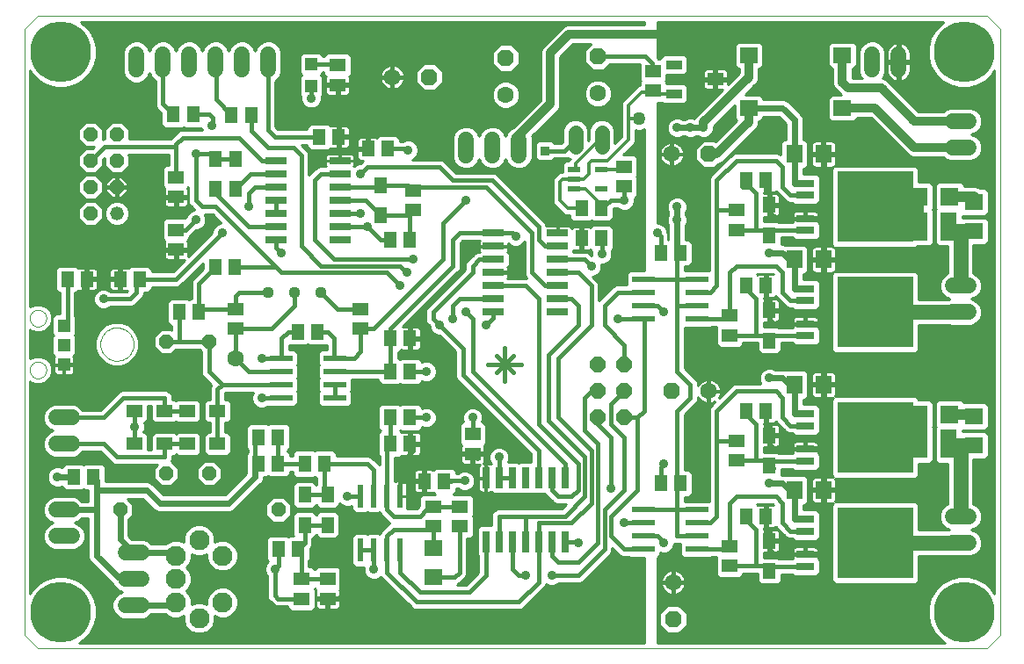
<source format=gtl>
G75*
%MOIN*%
%OFA0B0*%
%FSLAX24Y24*%
%IPPOS*%
%LPD*%
%AMOC8*
5,1,8,0,0,1.08239X$1,22.5*
%
%ADD10C,0.0000*%
%ADD11C,0.0150*%
%ADD12R,0.0800X0.0260*%
%ADD13R,0.0260X0.0800*%
%ADD14R,0.0512X0.0591*%
%ADD15R,0.0591X0.0512*%
%ADD16R,0.0472X0.0591*%
%ADD17R,0.0866X0.0236*%
%ADD18R,0.0591X0.0472*%
%ADD19OC8,0.0520*%
%ADD20C,0.0520*%
%ADD21R,0.0630X0.0512*%
%ADD22R,0.0512X0.0630*%
%ADD23OC8,0.0560*%
%ADD24R,0.0630X0.1063*%
%ADD25R,0.0630X0.0709*%
%ADD26R,0.0709X0.0630*%
%ADD27R,0.0709X0.0709*%
%ADD28OC8,0.0600*%
%ADD29C,0.0600*%
%ADD30R,0.0476X0.0476*%
%ADD31R,0.0236X0.0866*%
%ADD32R,0.0669X0.0591*%
%ADD33C,0.0440*%
%ADD34C,0.0594*%
%ADD35OC8,0.0630*%
%ADD36C,0.0630*%
%ADD37C,0.0630*%
%ADD38C,0.0768*%
%ADD39R,0.0472X0.0472*%
%ADD40R,0.0472X0.0217*%
%ADD41R,0.0680X0.0315*%
%ADD42R,0.2900X0.2700*%
%ADD43C,0.2300*%
%ADD44C,0.0560*%
%ADD45R,0.0630X0.0354*%
%ADD46C,0.0500*%
%ADD47C,0.0160*%
%ADD48C,0.0100*%
%ADD49C,0.0240*%
%ADD50C,0.0356*%
%ADD51C,0.0320*%
%ADD52C,0.0120*%
%ADD53R,0.0356X0.0356*%
%ADD54C,0.0400*%
D10*
X005830Y001251D02*
X006330Y000751D01*
X042330Y000751D01*
X042830Y001251D01*
X042830Y024251D01*
X042330Y024751D01*
X006330Y024751D01*
X005830Y024251D01*
X005830Y001251D01*
X006031Y011306D02*
X006033Y011341D01*
X006039Y011376D01*
X006049Y011410D01*
X006062Y011443D01*
X006079Y011474D01*
X006100Y011502D01*
X006123Y011529D01*
X006150Y011552D01*
X006178Y011573D01*
X006209Y011590D01*
X006242Y011603D01*
X006276Y011613D01*
X006311Y011619D01*
X006346Y011621D01*
X006381Y011619D01*
X006416Y011613D01*
X006450Y011603D01*
X006483Y011590D01*
X006514Y011573D01*
X006542Y011552D01*
X006569Y011529D01*
X006592Y011502D01*
X006613Y011474D01*
X006630Y011443D01*
X006643Y011410D01*
X006653Y011376D01*
X006659Y011341D01*
X006661Y011306D01*
X006659Y011271D01*
X006653Y011236D01*
X006643Y011202D01*
X006630Y011169D01*
X006613Y011138D01*
X006592Y011110D01*
X006569Y011083D01*
X006542Y011060D01*
X006514Y011039D01*
X006483Y011022D01*
X006450Y011009D01*
X006416Y010999D01*
X006381Y010993D01*
X006346Y010991D01*
X006311Y010993D01*
X006276Y010999D01*
X006242Y011009D01*
X006209Y011022D01*
X006178Y011039D01*
X006150Y011060D01*
X006123Y011083D01*
X006100Y011110D01*
X006079Y011138D01*
X006062Y011169D01*
X006049Y011202D01*
X006039Y011236D01*
X006033Y011271D01*
X006031Y011306D01*
X006031Y013274D02*
X006033Y013309D01*
X006039Y013344D01*
X006049Y013378D01*
X006062Y013411D01*
X006079Y013442D01*
X006100Y013470D01*
X006123Y013497D01*
X006150Y013520D01*
X006178Y013541D01*
X006209Y013558D01*
X006242Y013571D01*
X006276Y013581D01*
X006311Y013587D01*
X006346Y013589D01*
X006381Y013587D01*
X006416Y013581D01*
X006450Y013571D01*
X006483Y013558D01*
X006514Y013541D01*
X006542Y013520D01*
X006569Y013497D01*
X006592Y013470D01*
X006613Y013442D01*
X006630Y013411D01*
X006643Y013378D01*
X006653Y013344D01*
X006659Y013309D01*
X006661Y013274D01*
X006659Y013239D01*
X006653Y013204D01*
X006643Y013170D01*
X006630Y013137D01*
X006613Y013106D01*
X006592Y013078D01*
X006569Y013051D01*
X006542Y013028D01*
X006514Y013007D01*
X006483Y012990D01*
X006450Y012977D01*
X006416Y012967D01*
X006381Y012961D01*
X006346Y012959D01*
X006311Y012961D01*
X006276Y012967D01*
X006242Y012977D01*
X006209Y012990D01*
X006178Y013007D01*
X006150Y013028D01*
X006123Y013051D01*
X006100Y013078D01*
X006079Y013106D01*
X006062Y013137D01*
X006049Y013170D01*
X006039Y013204D01*
X006033Y013239D01*
X006031Y013274D01*
X008708Y012290D02*
X008710Y012340D01*
X008716Y012390D01*
X008726Y012439D01*
X008740Y012487D01*
X008757Y012534D01*
X008778Y012579D01*
X008803Y012623D01*
X008831Y012664D01*
X008863Y012703D01*
X008897Y012740D01*
X008934Y012774D01*
X008974Y012804D01*
X009016Y012831D01*
X009060Y012855D01*
X009106Y012876D01*
X009153Y012892D01*
X009201Y012905D01*
X009251Y012914D01*
X009300Y012919D01*
X009351Y012920D01*
X009401Y012917D01*
X009450Y012910D01*
X009499Y012899D01*
X009547Y012884D01*
X009593Y012866D01*
X009638Y012844D01*
X009681Y012818D01*
X009722Y012789D01*
X009761Y012757D01*
X009797Y012722D01*
X009829Y012684D01*
X009859Y012644D01*
X009886Y012601D01*
X009909Y012557D01*
X009928Y012511D01*
X009944Y012463D01*
X009956Y012414D01*
X009964Y012365D01*
X009968Y012315D01*
X009968Y012265D01*
X009964Y012215D01*
X009956Y012166D01*
X009944Y012117D01*
X009928Y012069D01*
X009909Y012023D01*
X009886Y011979D01*
X009859Y011936D01*
X009829Y011896D01*
X009797Y011858D01*
X009761Y011823D01*
X009722Y011791D01*
X009681Y011762D01*
X009638Y011736D01*
X009593Y011714D01*
X009547Y011696D01*
X009499Y011681D01*
X009450Y011670D01*
X009401Y011663D01*
X009351Y011660D01*
X009300Y011661D01*
X009251Y011666D01*
X009201Y011675D01*
X009153Y011688D01*
X009106Y011704D01*
X009060Y011725D01*
X009016Y011749D01*
X008974Y011776D01*
X008934Y011806D01*
X008897Y011840D01*
X008863Y011877D01*
X008831Y011916D01*
X008803Y011957D01*
X008778Y012001D01*
X008757Y012046D01*
X008740Y012093D01*
X008726Y012141D01*
X008716Y012190D01*
X008710Y012240D01*
X008708Y012290D01*
D11*
X023409Y011528D02*
X024683Y011528D01*
X024364Y011210D02*
X023727Y011847D01*
X024046Y012165D02*
X024046Y010891D01*
X023727Y011210D02*
X024364Y011847D01*
D12*
X023620Y013501D03*
X023620Y014001D03*
X023620Y014501D03*
X023620Y015001D03*
X023620Y015501D03*
X023620Y016001D03*
X023620Y016501D03*
X026040Y016501D03*
X026040Y016001D03*
X026040Y015501D03*
X026040Y015001D03*
X026040Y014501D03*
X026040Y014001D03*
X026040Y013501D03*
X017790Y016251D03*
X017790Y016751D03*
X017790Y017251D03*
X017790Y017751D03*
X017790Y018251D03*
X017790Y018751D03*
X017790Y019251D03*
X015370Y019251D03*
X015370Y018751D03*
X015370Y018251D03*
X015370Y017751D03*
X015370Y017251D03*
X015370Y016751D03*
X015370Y016251D03*
D13*
X023330Y007211D03*
X023830Y007211D03*
X024330Y007211D03*
X024830Y007211D03*
X025330Y007211D03*
X025830Y007211D03*
X026330Y007211D03*
X026330Y004791D03*
X025830Y004791D03*
X025330Y004791D03*
X024830Y004791D03*
X024330Y004791D03*
X023830Y004791D03*
X023330Y004791D03*
D14*
X021744Y007091D03*
X020996Y007091D03*
X016204Y004501D03*
X015456Y004501D03*
X015454Y007751D03*
X014706Y007751D03*
X019706Y011251D03*
X020454Y011251D03*
X020454Y012501D03*
X019706Y012501D03*
X016954Y012751D03*
X016206Y012751D03*
X012454Y013501D03*
X011706Y013501D03*
X010204Y014751D03*
X009456Y014751D03*
X008204Y014751D03*
X007456Y014751D03*
X013056Y015201D03*
X013804Y015201D03*
X019706Y016251D03*
X020454Y016251D03*
X019604Y019701D03*
X018856Y019701D03*
X017754Y020151D03*
X017006Y020151D03*
X014434Y020981D03*
X013686Y020981D03*
X012234Y021001D03*
X011486Y021001D03*
X026956Y017451D03*
X027704Y017451D03*
X027704Y016301D03*
X026956Y016301D03*
X029956Y015751D03*
X030704Y015751D03*
X033206Y014501D03*
X033954Y014501D03*
X030704Y007001D03*
X029956Y007001D03*
X033206Y005751D03*
X033954Y005751D03*
X008454Y007251D03*
X007706Y007251D03*
D15*
X013830Y012877D03*
X013830Y013625D03*
X011580Y015877D03*
X011580Y016625D03*
X011580Y017877D03*
X011580Y018625D03*
X018580Y013625D03*
X018580Y012877D03*
X022830Y008875D03*
X022830Y008127D03*
X032830Y007877D03*
X032830Y008625D03*
X032580Y004625D03*
X032580Y003877D03*
X032580Y012627D03*
X032580Y013375D03*
X032830Y016627D03*
X032830Y017375D03*
X028580Y018277D03*
X028580Y019025D03*
X029673Y021916D03*
X029673Y022664D03*
X020580Y018125D03*
X020580Y017377D03*
D16*
X019330Y017180D03*
X019330Y018322D03*
X013830Y018180D03*
X013080Y018180D03*
X013080Y019322D03*
X013830Y019322D03*
X034080Y017572D03*
X034080Y016430D03*
X034080Y013572D03*
X034080Y012430D03*
X034080Y008822D03*
X034080Y007680D03*
X034080Y004822D03*
X034080Y003680D03*
X017330Y005430D03*
X016455Y005430D03*
X016455Y006572D03*
X017330Y006572D03*
D17*
X017604Y010251D03*
X017604Y010751D03*
X017604Y011251D03*
X017604Y011751D03*
X015556Y011751D03*
X015556Y011251D03*
X015556Y010751D03*
X015556Y010251D03*
X029306Y013251D03*
X029306Y013751D03*
X029306Y014251D03*
X029306Y014751D03*
X031354Y014751D03*
X031354Y014251D03*
X031354Y013751D03*
X031354Y013251D03*
X031354Y006001D03*
X031354Y005501D03*
X031354Y005001D03*
X031354Y004501D03*
X029306Y004501D03*
X029306Y005001D03*
X029306Y005501D03*
X029306Y006001D03*
D18*
X013151Y008501D03*
X012009Y008501D03*
X011151Y008501D03*
X010009Y008501D03*
X010009Y009751D03*
X011151Y009751D03*
X012009Y009751D03*
X013151Y009751D03*
D19*
X012830Y007376D03*
X011205Y007376D03*
X011205Y012376D03*
X012830Y012376D03*
X008330Y017251D03*
X008330Y018251D03*
X009330Y018251D03*
X009330Y019251D03*
X008330Y019251D03*
X008330Y020251D03*
X009330Y020251D03*
D20*
X009330Y017251D03*
D21*
X017705Y022127D03*
X017705Y022875D03*
X032036Y022344D03*
X022330Y006125D03*
X021330Y006125D03*
X021330Y005377D03*
X022330Y005377D03*
X017330Y003375D03*
X017330Y002627D03*
X016330Y002627D03*
X016330Y003375D03*
D22*
X016456Y007751D03*
X017204Y007751D03*
X015454Y008751D03*
X014706Y008751D03*
X019706Y008501D03*
X020454Y008501D03*
X020454Y009501D03*
X019706Y009501D03*
X033206Y009751D03*
X033954Y009751D03*
X033954Y018501D03*
X033206Y018501D03*
D23*
X015455Y006001D03*
X009455Y006001D03*
D24*
X039779Y008501D03*
X040881Y008501D03*
X040881Y016751D03*
X039779Y016751D03*
D25*
X036131Y015501D03*
X035029Y015501D03*
X035029Y019501D03*
X036131Y019501D03*
X036131Y010751D03*
X035029Y010751D03*
X035029Y006751D03*
X036131Y006751D03*
D26*
X041830Y008450D03*
X041830Y009552D03*
X041830Y016575D03*
X041830Y017677D03*
X021330Y004552D03*
X021330Y003450D03*
D27*
X039740Y009626D03*
X040920Y009626D03*
X040920Y017876D03*
X039740Y017876D03*
D28*
X028580Y011501D03*
X027580Y011501D03*
X027580Y010501D03*
X028580Y010501D03*
X028580Y009501D03*
X027580Y009501D03*
D29*
X024580Y019451D02*
X024580Y020051D01*
X023580Y020051D02*
X023580Y019451D01*
X022580Y019451D02*
X022580Y020051D01*
X010255Y004376D02*
X009655Y004376D01*
X009655Y003376D02*
X010255Y003376D01*
X010255Y002376D02*
X009655Y002376D01*
D30*
X007330Y011503D03*
X007330Y012251D03*
X007330Y012999D03*
D31*
X018580Y006524D03*
X019080Y006524D03*
X019580Y006524D03*
X020080Y006524D03*
X020080Y004477D03*
X019580Y004477D03*
X019080Y004477D03*
X018580Y004477D03*
D32*
X033308Y021247D03*
X033308Y023255D03*
X036852Y023255D03*
X036852Y021247D03*
D33*
X017080Y014251D03*
X016080Y014251D03*
X015080Y014251D03*
D34*
X007627Y009501D02*
X007033Y009501D01*
X007033Y008501D02*
X007627Y008501D01*
X007627Y006001D02*
X007033Y006001D01*
X007033Y005001D02*
X007627Y005001D01*
X010080Y022704D02*
X010080Y023298D01*
X011080Y023298D02*
X011080Y022704D01*
X012080Y022704D02*
X012080Y023298D01*
X013080Y023298D02*
X013080Y022704D01*
X014080Y022704D02*
X014080Y023298D01*
X015080Y023298D02*
X015080Y022704D01*
X037980Y022704D02*
X037980Y023298D01*
X038980Y023298D02*
X038980Y022704D01*
X041033Y020751D02*
X041627Y020751D01*
X041627Y019751D02*
X041033Y019751D01*
X041033Y014501D02*
X041627Y014501D01*
X041627Y013501D02*
X041033Y013501D01*
X041033Y005751D02*
X041627Y005751D01*
X041627Y004751D02*
X041033Y004751D01*
D35*
X030430Y001851D03*
X030380Y010501D03*
X031780Y019501D03*
X027580Y023201D03*
X024080Y023151D03*
X021180Y022426D03*
D36*
X019780Y022426D03*
X024080Y021751D03*
X027580Y021801D03*
X030380Y019501D03*
X031780Y010501D03*
X030430Y003251D03*
D37*
X013830Y011751D03*
D38*
X012455Y004852D03*
X011569Y004262D03*
X011569Y003376D03*
X011569Y002490D03*
X012455Y001899D03*
X013341Y002490D03*
X013341Y004262D03*
D39*
X016705Y022087D03*
X016705Y022914D03*
D40*
X026668Y018925D03*
X026668Y018551D03*
X026668Y018177D03*
X027692Y018177D03*
X027692Y018925D03*
D41*
X035450Y018398D03*
X035450Y017950D03*
X035450Y017052D03*
X035450Y016603D03*
X035450Y014398D03*
X035450Y013950D03*
X035450Y013052D03*
X035450Y012603D03*
X035450Y009648D03*
X035450Y009200D03*
X035450Y008302D03*
X035450Y007853D03*
X035450Y005648D03*
X035450Y005200D03*
X035450Y004302D03*
X035450Y003853D03*
D42*
X038092Y004751D03*
X038092Y008751D03*
X038092Y013501D03*
X038092Y017501D03*
D43*
X041455Y023376D03*
X007205Y023376D03*
X007205Y002126D03*
X041455Y002126D03*
D44*
X041330Y004751D02*
X038092Y004751D01*
X041330Y005751D02*
X041330Y008450D01*
X040881Y008450D01*
X041330Y008450D02*
X041830Y008450D01*
X039779Y008501D02*
X039779Y009626D01*
X041330Y013501D02*
X038092Y013501D01*
X041330Y014501D02*
X041330Y016575D01*
X040881Y016575D01*
X040881Y016751D01*
X041330Y016575D02*
X041830Y016575D01*
X027730Y019771D02*
X027730Y020331D01*
X026730Y020331D02*
X026730Y019771D01*
D45*
X030461Y021793D03*
X030461Y022895D03*
D46*
X029130Y020851D03*
D47*
X026730Y020051D02*
X026304Y019625D01*
X025581Y019625D01*
X025580Y019626D01*
X023580Y018501D02*
X025330Y016751D01*
X025330Y016251D01*
X025580Y016001D01*
X026040Y016001D01*
X026040Y015501D02*
X027080Y015501D01*
X027330Y015251D01*
X026830Y015001D02*
X027330Y014501D01*
X027330Y013001D01*
X026080Y011751D01*
X026080Y009501D01*
X027330Y008251D01*
X027330Y006251D01*
X026580Y005501D01*
X025330Y005501D01*
X025330Y004791D01*
X025330Y003251D01*
X024580Y002501D01*
X020705Y002501D01*
X019580Y003626D01*
X019580Y004477D01*
X019580Y005001D01*
X019830Y005251D01*
X021204Y005251D01*
X021330Y005377D01*
X021330Y004552D01*
X020080Y004477D02*
X020080Y003626D01*
X020830Y002876D01*
X022705Y002876D01*
X023330Y003501D01*
X023330Y004791D01*
X023830Y004791D02*
X023830Y005751D01*
X024830Y005751D01*
X026330Y005751D01*
X027080Y006501D01*
X027080Y008001D01*
X025705Y009376D01*
X025705Y011876D01*
X026830Y013001D01*
X026830Y013751D01*
X026580Y014001D01*
X026040Y014001D01*
X026040Y014501D02*
X025580Y014501D01*
X025080Y015001D01*
X025080Y016501D01*
X023330Y018251D01*
X020706Y018251D01*
X020580Y018125D01*
X020383Y018322D01*
X019330Y018322D01*
X019259Y018251D01*
X017790Y018251D01*
X017790Y018751D02*
X017080Y018751D01*
X016830Y018501D01*
X016830Y016251D01*
X017580Y015501D01*
X020580Y015501D01*
X020080Y015251D02*
X020330Y015001D01*
X020080Y015251D02*
X017080Y015251D01*
X016330Y016001D01*
X016330Y019451D01*
X016030Y019751D01*
X015080Y019751D01*
X014434Y020397D01*
X014434Y020981D01*
X013686Y020981D02*
X013090Y021577D01*
X013090Y022991D01*
X013080Y023001D01*
X015055Y022976D02*
X015080Y023001D01*
X015055Y022976D02*
X015055Y020426D01*
X015330Y020151D01*
X017006Y020151D01*
X017780Y019251D02*
X017790Y019251D01*
X018580Y018751D02*
X018830Y019001D01*
X021580Y019001D01*
X022080Y018501D01*
X023580Y018501D01*
X022580Y017751D02*
X021705Y016876D01*
X021705Y015501D01*
X019081Y012877D01*
X018580Y012877D01*
X018580Y012001D01*
X018330Y011751D01*
X017604Y011751D01*
X017580Y011774D01*
X017580Y012501D01*
X017330Y012751D01*
X016954Y012751D01*
X016206Y012751D02*
X015830Y012751D01*
X015580Y012501D01*
X015580Y011774D01*
X015556Y011751D01*
X014830Y011751D01*
X014330Y011251D02*
X013830Y011751D01*
X013830Y012877D01*
X015206Y012877D01*
X016080Y013751D01*
X016080Y014251D01*
X017080Y014251D02*
X017706Y013625D01*
X018580Y013625D01*
X019706Y012877D02*
X019706Y012501D01*
X019706Y011251D01*
X017604Y011251D01*
X017604Y010751D02*
X017604Y010251D01*
X015556Y010251D02*
X014830Y010251D01*
X015556Y010751D02*
X013330Y010751D01*
X012830Y011251D01*
X012830Y012376D01*
X012080Y012376D01*
X011706Y012376D01*
X011706Y013501D01*
X012454Y013501D02*
X012454Y014599D01*
X013056Y015201D01*
X013804Y015201D02*
X015380Y015201D01*
X015580Y015001D01*
X019580Y015001D01*
X020080Y014501D01*
X021330Y013501D02*
X022830Y015001D01*
X022830Y015251D01*
X023080Y015501D01*
X023620Y015501D01*
X023620Y015001D02*
X024330Y015001D01*
X024830Y014501D02*
X023620Y014501D01*
X023620Y014001D02*
X022330Y014001D01*
X022080Y013751D01*
X022080Y013251D01*
X022580Y013501D02*
X022830Y013251D01*
X022830Y011251D01*
X026330Y007751D01*
X026330Y007211D01*
X025830Y007211D02*
X025830Y006751D01*
X026080Y006501D01*
X026580Y006501D01*
X026830Y006751D01*
X026830Y007751D01*
X025330Y009251D01*
X025330Y014001D01*
X024830Y014501D01*
X026040Y015001D02*
X026830Y015001D01*
X027730Y015701D02*
X027730Y016301D01*
X027704Y016301D01*
X029830Y016501D02*
X029956Y016377D01*
X029956Y015751D01*
X030580Y015751D02*
X030580Y014751D01*
X029306Y014751D01*
X029306Y014251D02*
X028330Y014251D01*
X027830Y013751D01*
X027830Y013001D01*
X028580Y012251D01*
X028580Y011501D01*
X028580Y010501D02*
X028080Y010001D01*
X028080Y009251D01*
X028580Y008751D01*
X028580Y006751D01*
X027830Y006001D01*
X027830Y004501D01*
X026830Y003501D01*
X025830Y003501D01*
X026080Y004001D02*
X026830Y004001D01*
X027580Y004751D01*
X027580Y008501D01*
X027080Y009001D01*
X027080Y010251D01*
X027330Y010501D01*
X027580Y010501D01*
X027580Y009501D02*
X027580Y009251D01*
X028080Y008751D01*
X028080Y006826D01*
X029080Y006751D02*
X028080Y005751D01*
X028080Y005001D01*
X028580Y004501D01*
X029306Y004501D01*
X029306Y005001D02*
X029830Y005001D01*
X030080Y004751D01*
X030580Y005001D02*
X031354Y005001D01*
X031354Y005501D02*
X031830Y005501D01*
X032080Y005751D01*
X032080Y008625D01*
X032830Y008625D01*
X032080Y008625D02*
X032080Y009751D01*
X032830Y010501D01*
X034330Y010501D01*
X034580Y010251D01*
X034580Y009501D01*
X034881Y009200D01*
X035450Y009200D01*
X034080Y008822D02*
X034080Y008501D01*
X034279Y008302D01*
X035450Y008302D01*
X035450Y007853D02*
X034080Y007853D01*
X034080Y007680D01*
X033883Y007877D01*
X033580Y007877D01*
X033580Y009251D01*
X033206Y009625D01*
X033206Y009751D01*
X033954Y009751D02*
X033954Y008948D01*
X034080Y008822D01*
X034253Y007853D02*
X034080Y007680D01*
X034240Y007590D01*
X033580Y007877D02*
X032830Y007877D01*
X030704Y007001D02*
X030580Y007001D01*
X030580Y006001D01*
X029306Y006001D01*
X029306Y005501D02*
X028555Y005501D01*
X026830Y004751D02*
X026790Y004791D01*
X026330Y004791D01*
X025830Y004791D02*
X025830Y004251D01*
X026080Y004001D01*
X024830Y003501D02*
X024580Y003501D01*
X024330Y003751D01*
X024330Y004791D01*
X024830Y004791D02*
X024830Y005751D01*
X024330Y007211D02*
X023830Y007211D01*
X023830Y008001D01*
X023330Y007627D02*
X023330Y007211D01*
X022530Y007101D02*
X022000Y007101D01*
X021990Y007091D01*
X021744Y007091D01*
X020996Y007091D02*
X020080Y007091D01*
X020080Y006524D01*
X020080Y007751D01*
X020580Y008251D01*
X020580Y008375D01*
X020454Y008501D01*
X019706Y008501D02*
X019706Y009501D01*
X020454Y009501D02*
X021080Y009501D01*
X019706Y008501D02*
X019580Y008375D01*
X019580Y006524D01*
X019580Y006001D01*
X019830Y005751D01*
X020830Y005751D01*
X021080Y006001D01*
X021206Y006001D01*
X021330Y006125D01*
X022330Y006125D01*
X022330Y005377D02*
X022330Y003626D01*
X022154Y003450D01*
X021330Y003450D01*
X019080Y003751D02*
X019080Y004477D01*
X018580Y004477D01*
X017830Y004751D02*
X018580Y005501D01*
X018830Y005501D01*
X017830Y004751D02*
X017830Y002751D01*
X017706Y002627D01*
X017330Y002627D01*
X017330Y003375D02*
X016330Y003375D01*
X016330Y004375D01*
X016204Y004501D01*
X016455Y004752D01*
X016455Y005430D01*
X017330Y005430D01*
X016330Y004627D02*
X016204Y004501D01*
X015456Y004501D02*
X015456Y003877D01*
X015330Y003751D01*
X015330Y002751D01*
X015454Y002627D01*
X016330Y002627D01*
X018080Y006501D02*
X018104Y006524D01*
X018580Y006524D01*
X019080Y006524D02*
X019080Y007501D01*
X018830Y007751D01*
X017204Y007751D01*
X017204Y006698D01*
X017330Y006572D01*
X016455Y006572D01*
X016456Y007751D02*
X015454Y007751D01*
X015454Y008751D01*
X014706Y008751D02*
X014580Y008751D01*
X014580Y007877D01*
X014706Y007751D01*
X014580Y007751D01*
X013151Y008501D02*
X013151Y009751D01*
X013151Y010572D01*
X013330Y010751D01*
X014330Y011251D02*
X015556Y011251D01*
X012009Y009751D02*
X011151Y009751D01*
X011151Y010251D01*
X009580Y010251D01*
X008830Y009501D01*
X007330Y009501D01*
X007330Y008501D02*
X008830Y008501D01*
X009330Y008001D01*
X011151Y008001D01*
X011151Y008501D01*
X012009Y008501D01*
X010009Y008501D02*
X010009Y008990D01*
X010010Y009141D01*
X010009Y008992D01*
X010009Y009751D01*
X008080Y011751D02*
X007832Y011503D01*
X007330Y011503D01*
X008080Y011751D02*
X008080Y014627D01*
X008204Y014751D01*
X009456Y014751D01*
X010080Y014627D02*
X010080Y014251D01*
X009830Y014001D01*
X008830Y014001D01*
X010080Y014627D02*
X010204Y014751D01*
X011580Y014751D01*
X013330Y016501D01*
X012330Y017001D02*
X011954Y016625D01*
X011580Y016625D01*
X012580Y017501D02*
X013080Y017501D01*
X015380Y015201D01*
X015580Y015751D02*
X015370Y015961D01*
X015370Y016251D01*
X015370Y016751D02*
X014330Y016751D01*
X013080Y018001D01*
X013080Y018180D01*
X013830Y018180D02*
X014401Y018751D01*
X015370Y018751D01*
X015370Y019251D02*
X014830Y019251D01*
X013955Y020126D01*
X011830Y020126D01*
X011580Y019876D01*
X011580Y019821D01*
X011580Y018625D01*
X012330Y017751D02*
X012330Y019501D01*
X012901Y019501D01*
X013080Y019322D01*
X013830Y019322D01*
X014580Y018251D02*
X014330Y018001D01*
X014330Y017501D01*
X015370Y017251D02*
X015370Y017751D01*
X015370Y018251D02*
X014580Y018251D01*
X012580Y017501D02*
X012330Y017751D01*
X011540Y019781D02*
X008870Y019781D01*
X008340Y019251D01*
X011080Y021407D02*
X011486Y021001D01*
X011080Y021407D02*
X011080Y023001D01*
X012234Y021001D02*
X012830Y021001D01*
X012955Y020876D01*
X012955Y020591D01*
X012940Y020576D01*
X016705Y021626D02*
X016705Y022087D01*
X017666Y022914D02*
X017705Y022875D01*
X017666Y022914D02*
X016705Y022914D01*
X019604Y019701D02*
X020330Y019701D01*
X020380Y019651D01*
X018759Y017751D02*
X017790Y017751D01*
X017790Y017251D02*
X018580Y017251D01*
X018759Y017751D02*
X019330Y017180D01*
X020383Y017180D01*
X020580Y017377D01*
X020454Y017251D01*
X020454Y016251D01*
X019706Y016251D02*
X019330Y016251D01*
X018830Y016751D01*
X017790Y016751D01*
X015080Y014251D02*
X013955Y014251D01*
X013830Y014126D01*
X013830Y013625D01*
X012578Y013625D01*
X012454Y013501D01*
X012580Y013375D01*
X011706Y012376D02*
X011205Y012376D01*
X007456Y013125D02*
X007330Y012999D01*
X007456Y013125D02*
X007456Y014751D01*
X019706Y012877D02*
X022080Y015251D01*
X022080Y016251D01*
X022330Y016501D01*
X023620Y016501D01*
X024330Y016501D01*
X024455Y016376D01*
X027704Y017451D02*
X028080Y017751D01*
X028580Y017751D01*
X028580Y018277D01*
X032080Y018501D02*
X032080Y017375D01*
X032830Y017375D01*
X032080Y017375D02*
X032080Y014501D01*
X031830Y014251D01*
X031354Y014251D01*
X031354Y014751D02*
X030580Y014751D01*
X030580Y013751D01*
X030580Y011251D01*
X031080Y010751D01*
X031080Y010251D01*
X030580Y009751D01*
X030580Y007125D01*
X030704Y007001D01*
X029956Y007001D02*
X029956Y007627D01*
X030080Y007751D01*
X029080Y006751D02*
X029080Y009501D01*
X028580Y009501D01*
X029080Y009501D02*
X029330Y009751D01*
X029330Y013227D01*
X029306Y013251D01*
X028330Y013251D01*
X029306Y013751D02*
X029830Y013751D01*
X030080Y013501D01*
X030580Y013751D02*
X031354Y013751D01*
X031354Y013251D02*
X032456Y013251D01*
X032580Y013375D01*
X032580Y015001D01*
X032830Y015251D01*
X034330Y015251D01*
X034580Y015001D01*
X034580Y014251D01*
X034881Y013950D01*
X035450Y013950D01*
X034080Y013572D02*
X034080Y013251D01*
X034279Y013052D01*
X035450Y013052D01*
X035455Y012626D02*
X034253Y012626D01*
X034253Y012603D01*
X034080Y012430D01*
X033883Y012627D01*
X033580Y012627D01*
X033580Y014001D01*
X033206Y014375D01*
X033206Y014501D01*
X033954Y014501D02*
X033954Y013698D01*
X034080Y013572D01*
X033580Y012627D02*
X032580Y012627D01*
X032704Y013251D02*
X032580Y013375D01*
X035455Y012626D02*
X035455Y012603D01*
X035450Y012603D01*
X030704Y015751D02*
X030580Y015751D01*
X032830Y016627D02*
X035450Y016627D01*
X035450Y016603D01*
X035450Y017052D02*
X034361Y017052D01*
X034148Y017266D01*
X034080Y017572D01*
X034080Y018375D01*
X033954Y018501D01*
X033580Y018001D02*
X033330Y018251D01*
X033080Y018251D01*
X033080Y018375D01*
X033206Y018501D01*
X033580Y018001D02*
X033580Y016627D01*
X033883Y016627D01*
X034080Y016430D01*
X034253Y016603D01*
X033580Y016627D02*
X032830Y016627D01*
X034151Y017251D02*
X034148Y017266D01*
X034881Y017950D02*
X035450Y017950D01*
X034881Y017950D02*
X034580Y018251D01*
X034580Y019001D01*
X034330Y019251D01*
X032830Y019251D01*
X032080Y018501D01*
X029673Y022664D02*
X029630Y022707D01*
X029630Y022951D01*
X029380Y023201D01*
X027580Y023201D01*
X023620Y013501D02*
X023620Y013291D01*
X023330Y013001D01*
X022455Y012126D02*
X022455Y011126D01*
X025330Y008251D01*
X025330Y007211D01*
X022996Y007961D02*
X022830Y008127D01*
X022956Y008251D01*
X022954Y008751D02*
X022830Y008875D01*
X022830Y009501D01*
X021080Y011251D02*
X020454Y011251D01*
X021580Y013001D02*
X022455Y012126D01*
X021580Y013001D02*
X021330Y013251D01*
X021330Y013501D01*
X020580Y012627D02*
X020454Y012501D01*
X030580Y006001D02*
X030580Y005001D01*
X031354Y004501D02*
X032706Y004501D01*
X032580Y004625D01*
X032580Y006251D01*
X032830Y006501D01*
X034330Y006501D01*
X034580Y006251D01*
X034580Y005501D01*
X034881Y005200D01*
X035450Y005200D01*
X035450Y004302D02*
X034279Y004302D01*
X034080Y004501D01*
X034080Y004822D01*
X033954Y004948D01*
X033954Y005751D01*
X033580Y005251D02*
X033580Y003877D01*
X033883Y003877D01*
X034080Y003680D01*
X034253Y003853D01*
X035450Y003853D01*
X033580Y003877D02*
X032580Y003877D01*
X033580Y005251D02*
X033206Y005625D01*
X033080Y005625D01*
X033206Y005751D01*
X031354Y006001D02*
X030580Y006001D01*
D48*
X030870Y006329D02*
X030870Y006496D01*
X031047Y006496D01*
X031170Y006619D01*
X031170Y007383D01*
X031047Y007506D01*
X030870Y007506D01*
X030870Y009631D01*
X031326Y010087D01*
X031370Y010193D01*
X031370Y010281D01*
X031382Y010257D01*
X031425Y010198D01*
X031477Y010146D01*
X031536Y010103D01*
X031602Y010070D01*
X031671Y010047D01*
X031743Y010036D01*
X031750Y010036D01*
X031750Y010471D01*
X031810Y010471D01*
X031810Y010531D01*
X031750Y010531D01*
X031750Y010966D01*
X031743Y010966D01*
X031671Y010954D01*
X031602Y010932D01*
X031536Y010899D01*
X031477Y010856D01*
X031425Y010804D01*
X031382Y010745D01*
X031370Y010720D01*
X031370Y010809D01*
X031326Y010915D01*
X030870Y011371D01*
X030870Y012923D01*
X031874Y012923D01*
X031912Y012961D01*
X032075Y012961D01*
X032075Y012284D01*
X032198Y012161D01*
X032962Y012161D01*
X033085Y012284D01*
X033085Y012337D01*
X033634Y012337D01*
X033634Y012048D01*
X033757Y011925D01*
X034403Y011925D01*
X034526Y012048D01*
X034526Y012336D01*
X034923Y012336D01*
X035023Y012236D01*
X035877Y012236D01*
X036000Y012359D01*
X036000Y012848D01*
X035940Y012908D01*
X035940Y013023D01*
X035479Y013023D01*
X035479Y013081D01*
X035421Y013081D01*
X035421Y013023D01*
X034960Y013023D01*
X034960Y012916D01*
X034423Y012916D01*
X034403Y012935D01*
X033870Y012935D01*
X033870Y013126D01*
X034030Y013126D01*
X034030Y013522D01*
X034130Y013522D01*
X034130Y013622D01*
X034030Y013622D01*
X034030Y014017D01*
X033870Y014017D01*
X033870Y014056D01*
X033904Y014056D01*
X033904Y014451D01*
X034004Y014451D01*
X034004Y014056D01*
X034230Y014056D01*
X034268Y014066D01*
X034302Y014086D01*
X034325Y014109D01*
X034334Y014087D01*
X034416Y014005D01*
X034717Y013704D01*
X034823Y013660D01*
X034946Y013660D01*
X035023Y013582D01*
X035877Y013582D01*
X036000Y013705D01*
X036000Y014643D01*
X035877Y014766D01*
X035359Y014766D01*
X035359Y014937D01*
X035431Y014937D01*
X035554Y015060D01*
X035554Y015942D01*
X035431Y016065D01*
X034683Y016065D01*
X034646Y016081D01*
X034526Y016081D01*
X034526Y016337D01*
X034922Y016337D01*
X035023Y016236D01*
X035877Y016236D01*
X036000Y016359D01*
X036000Y016848D01*
X035940Y016908D01*
X035940Y017023D01*
X035479Y017023D01*
X035479Y017081D01*
X035421Y017081D01*
X035421Y017023D01*
X034960Y017023D01*
X034960Y016917D01*
X034422Y016917D01*
X034403Y016935D01*
X033870Y016935D01*
X033870Y017126D01*
X034030Y017126D01*
X034030Y017522D01*
X034130Y017522D01*
X034130Y017622D01*
X034030Y017622D01*
X034030Y018017D01*
X033870Y018017D01*
X033870Y018036D01*
X033904Y018036D01*
X033904Y018451D01*
X034004Y018451D01*
X034004Y018036D01*
X034230Y018036D01*
X034268Y018046D01*
X034302Y018066D01*
X034330Y018094D01*
X034331Y018095D01*
X034334Y018087D01*
X034323Y018087D01*
X034334Y018087D02*
X034416Y018005D01*
X034635Y017785D01*
X034717Y017704D01*
X034823Y017660D01*
X034946Y017660D01*
X035023Y017582D01*
X035877Y017582D01*
X036000Y017705D01*
X036000Y018643D01*
X035877Y018766D01*
X035359Y018766D01*
X035359Y018937D01*
X035431Y018937D01*
X035554Y019060D01*
X035554Y019942D01*
X035431Y020065D01*
X035359Y020065D01*
X035359Y020868D01*
X035309Y020989D01*
X034860Y021438D01*
X034767Y021531D01*
X034646Y021581D01*
X033853Y021581D01*
X033853Y021629D01*
X033730Y021752D01*
X033155Y021752D01*
X033518Y022116D01*
X033622Y022220D01*
X033678Y022356D01*
X033678Y022750D01*
X033730Y022750D01*
X033853Y022873D01*
X033853Y023637D01*
X033730Y023760D01*
X032887Y023760D01*
X032764Y023637D01*
X032764Y022873D01*
X032887Y022750D01*
X032938Y022750D01*
X032938Y022582D01*
X032500Y022145D01*
X032500Y022294D01*
X032086Y022294D01*
X032086Y022394D01*
X032500Y022394D01*
X032500Y022619D01*
X032490Y022658D01*
X032471Y022692D01*
X032443Y022720D01*
X032408Y022739D01*
X032370Y022750D01*
X032086Y022750D01*
X032086Y022394D01*
X031986Y022394D01*
X031986Y022750D01*
X031701Y022750D01*
X031663Y022739D01*
X031628Y022720D01*
X031601Y022692D01*
X031581Y022658D01*
X031571Y022619D01*
X031571Y022394D01*
X031986Y022394D01*
X031986Y022294D01*
X032086Y022294D01*
X032086Y021938D01*
X032294Y021938D01*
X031266Y020910D01*
X031243Y020854D01*
X031157Y020889D01*
X031003Y020889D01*
X030863Y020831D01*
X030797Y020831D01*
X030657Y020889D01*
X030503Y020889D01*
X030360Y020830D01*
X030251Y020721D01*
X030192Y020578D01*
X030192Y020424D01*
X030251Y020281D01*
X030360Y020172D01*
X030503Y020113D01*
X030657Y020113D01*
X030797Y020171D01*
X030863Y020171D01*
X031003Y020113D01*
X031157Y020113D01*
X031297Y020171D01*
X031363Y020171D01*
X031503Y020113D01*
X031657Y020113D01*
X031800Y020172D01*
X031909Y020281D01*
X031968Y020424D01*
X031968Y020566D01*
X032764Y021361D01*
X032764Y020865D01*
X032842Y020786D01*
X032040Y019984D01*
X031997Y020026D01*
X031563Y020026D01*
X031255Y019718D01*
X031255Y019283D01*
X031563Y018976D01*
X031997Y018976D01*
X032152Y019131D01*
X032154Y019131D01*
X032290Y019187D01*
X032394Y019291D01*
X033622Y020520D01*
X033678Y020656D01*
X033678Y020742D01*
X033730Y020742D01*
X033853Y020865D01*
X033853Y020921D01*
X034443Y020921D01*
X034699Y020665D01*
X034699Y020065D01*
X034627Y020065D01*
X034504Y019942D01*
X034504Y019487D01*
X034494Y019497D01*
X034388Y019541D01*
X032772Y019541D01*
X032666Y019497D01*
X031916Y018747D01*
X031916Y018747D01*
X031834Y018665D01*
X031790Y018559D01*
X031790Y015079D01*
X030870Y015079D01*
X030870Y015246D01*
X031047Y015246D01*
X031170Y015369D01*
X031170Y016133D01*
X031047Y016256D01*
X030910Y016256D01*
X030910Y016783D01*
X030968Y016924D01*
X030968Y017078D01*
X030910Y017218D01*
X030910Y017283D01*
X030968Y017424D01*
X030968Y017578D01*
X030909Y017721D01*
X030800Y017830D01*
X030657Y017889D01*
X030503Y017889D01*
X030360Y017830D01*
X030251Y017721D01*
X030192Y017578D01*
X030192Y017424D01*
X030250Y017283D01*
X030250Y017218D01*
X030192Y017078D01*
X030192Y016924D01*
X030250Y016783D01*
X030250Y016256D01*
X030246Y016256D01*
X030246Y016320D01*
X030246Y016321D01*
X030246Y016378D01*
X030246Y016435D01*
X030246Y016436D01*
X030246Y016437D01*
X030223Y016489D01*
X030218Y016502D01*
X030218Y016578D01*
X030159Y016721D01*
X030050Y016830D01*
X029907Y016889D01*
X029830Y016889D01*
X029830Y021450D01*
X030014Y021450D01*
X030059Y021405D01*
X030863Y021405D01*
X030986Y021528D01*
X030986Y022057D01*
X030863Y022180D01*
X030178Y022180D01*
X030178Y022259D01*
X030147Y022290D01*
X030178Y022321D01*
X030178Y022508D01*
X030863Y022508D01*
X030986Y022631D01*
X030986Y023159D01*
X030863Y023282D01*
X030059Y023282D01*
X029936Y023159D01*
X029936Y023130D01*
X029861Y023130D01*
X029830Y023161D01*
X029830Y024501D01*
X040684Y024501D01*
X040620Y024464D01*
X040367Y024211D01*
X040188Y023901D01*
X040095Y023555D01*
X040095Y023197D01*
X040188Y022851D01*
X040367Y022541D01*
X040620Y022288D01*
X040930Y022109D01*
X041276Y022016D01*
X041634Y022016D01*
X041980Y022109D01*
X042290Y022288D01*
X042543Y022541D01*
X042620Y022674D01*
X042620Y002828D01*
X042543Y002961D01*
X042290Y003214D01*
X041980Y003393D01*
X041634Y003486D01*
X041276Y003486D01*
X040930Y003393D01*
X040620Y003214D01*
X040367Y002961D01*
X040188Y002651D01*
X040095Y002305D01*
X040095Y001947D01*
X040188Y001601D01*
X040367Y001291D01*
X040620Y001038D01*
X040753Y000961D01*
X029830Y000961D01*
X029830Y004176D01*
X029949Y004296D01*
X029949Y004385D01*
X030003Y004363D01*
X030157Y004363D01*
X030300Y004422D01*
X030409Y004531D01*
X030468Y004674D01*
X030468Y004733D01*
X030522Y004711D01*
X030715Y004711D01*
X030711Y004706D01*
X030711Y004296D01*
X030834Y004173D01*
X031874Y004173D01*
X031912Y004211D01*
X032075Y004211D01*
X032075Y003534D01*
X032198Y003411D01*
X032962Y003411D01*
X033085Y003534D01*
X033085Y003587D01*
X033634Y003587D01*
X033634Y003298D01*
X033757Y003175D01*
X034403Y003175D01*
X034526Y003298D01*
X034526Y003563D01*
X034946Y003563D01*
X035023Y003486D01*
X035877Y003486D01*
X036000Y003609D01*
X036000Y004098D01*
X035940Y004158D01*
X035940Y004273D01*
X035479Y004273D01*
X035479Y004331D01*
X035421Y004331D01*
X035421Y004273D01*
X034960Y004273D01*
X034960Y004158D01*
X034946Y004143D01*
X034445Y004143D01*
X034403Y004185D01*
X033870Y004185D01*
X033870Y004376D01*
X034030Y004376D01*
X034030Y004772D01*
X034130Y004772D01*
X034130Y004872D01*
X034030Y004872D01*
X034030Y005267D01*
X033870Y005267D01*
X033870Y005306D01*
X033904Y005306D01*
X033904Y005701D01*
X034004Y005701D01*
X034004Y005306D01*
X034230Y005306D01*
X034268Y005316D01*
X034302Y005336D01*
X034325Y005359D01*
X034334Y005337D01*
X034416Y005255D01*
X034635Y005035D01*
X034717Y004954D01*
X034823Y004910D01*
X034946Y004910D01*
X035023Y004832D01*
X035877Y004832D01*
X036000Y004955D01*
X036000Y005893D01*
X035877Y006016D01*
X035359Y006016D01*
X035359Y006187D01*
X035431Y006187D01*
X035554Y006310D01*
X035554Y007192D01*
X035431Y007315D01*
X034683Y007315D01*
X034646Y007331D01*
X034526Y007331D01*
X034526Y007537D01*
X034529Y007563D01*
X034946Y007563D01*
X035023Y007486D01*
X035877Y007486D01*
X036000Y007609D01*
X036000Y008098D01*
X035940Y008158D01*
X035940Y008273D01*
X035479Y008273D01*
X035479Y008331D01*
X035421Y008331D01*
X035421Y008273D01*
X034960Y008273D01*
X034960Y008158D01*
X034946Y008143D01*
X034445Y008143D01*
X034403Y008185D01*
X033870Y008185D01*
X033870Y008376D01*
X034030Y008376D01*
X034030Y008772D01*
X034130Y008772D01*
X034130Y008872D01*
X034030Y008872D01*
X034030Y009267D01*
X033870Y009267D01*
X033870Y009286D01*
X033904Y009286D01*
X033904Y009701D01*
X034004Y009701D01*
X034004Y009286D01*
X034230Y009286D01*
X034268Y009296D01*
X034302Y009316D01*
X034330Y009344D01*
X034331Y009345D01*
X034334Y009337D01*
X034416Y009255D01*
X034635Y009035D01*
X034717Y008954D01*
X034823Y008910D01*
X034946Y008910D01*
X035023Y008832D01*
X035877Y008832D01*
X036000Y008955D01*
X036000Y009893D01*
X035877Y010016D01*
X035359Y010016D01*
X035359Y010187D01*
X035431Y010187D01*
X035554Y010310D01*
X035554Y011192D01*
X035693Y011192D01*
X035696Y011197D02*
X035676Y011163D01*
X035666Y011125D01*
X035666Y010801D01*
X036081Y010801D01*
X036081Y010701D01*
X035666Y010701D01*
X035666Y010377D01*
X035676Y010339D01*
X035696Y010304D01*
X035724Y010276D01*
X035758Y010257D01*
X035796Y010247D01*
X036081Y010247D01*
X036081Y010701D01*
X036181Y010701D01*
X036181Y010247D01*
X036466Y010247D01*
X036500Y010256D01*
X036432Y010188D01*
X036432Y007314D01*
X036500Y007246D01*
X036466Y007255D01*
X036181Y007255D01*
X036181Y006801D01*
X036081Y006801D01*
X036081Y006701D01*
X035666Y006701D01*
X035666Y006377D01*
X035676Y006339D01*
X035696Y006304D01*
X035724Y006276D01*
X035758Y006257D01*
X035796Y006247D01*
X036081Y006247D01*
X036081Y006701D01*
X036181Y006701D01*
X036181Y006247D01*
X036466Y006247D01*
X036500Y006256D01*
X036432Y006188D01*
X036432Y003314D01*
X036555Y003191D01*
X039629Y003191D01*
X039752Y003314D01*
X039752Y004261D01*
X040892Y004261D01*
X040932Y004244D01*
X041728Y004244D01*
X041914Y004321D01*
X042057Y004464D01*
X042134Y004650D01*
X042134Y004852D01*
X042057Y005038D01*
X041914Y005181D01*
X041744Y005251D01*
X041914Y005321D01*
X042057Y005464D01*
X042134Y005650D01*
X042134Y005852D01*
X042057Y006038D01*
X041914Y006181D01*
X041820Y006219D01*
X041820Y007925D01*
X042271Y007925D01*
X042394Y008048D01*
X042394Y008852D01*
X042271Y008975D01*
X041406Y008975D01*
X041406Y009027D01*
X042271Y009027D01*
X042394Y009150D01*
X042394Y009954D01*
X042271Y010077D01*
X041475Y010077D01*
X041361Y010190D01*
X040479Y010190D01*
X040356Y010067D01*
X040356Y009185D01*
X040389Y009152D01*
X040356Y009119D01*
X040356Y007882D01*
X040479Y007759D01*
X040840Y007759D01*
X040840Y006219D01*
X040746Y006181D01*
X040603Y006038D01*
X040526Y005852D01*
X040526Y005650D01*
X040603Y005464D01*
X040746Y005321D01*
X040916Y005251D01*
X040892Y005241D01*
X039752Y005241D01*
X039752Y006188D01*
X039629Y006311D01*
X036570Y006311D01*
X036586Y006339D01*
X036596Y006377D01*
X036596Y006701D01*
X036181Y006701D01*
X036181Y006801D01*
X036596Y006801D01*
X036596Y007125D01*
X036586Y007163D01*
X036570Y007191D01*
X039629Y007191D01*
X039752Y007314D01*
X039752Y007759D01*
X040181Y007759D01*
X040304Y007882D01*
X040304Y009119D01*
X040271Y009152D01*
X040304Y009185D01*
X040304Y010067D01*
X040181Y010190D01*
X039749Y010190D01*
X039629Y010311D01*
X036570Y010311D01*
X036586Y010339D01*
X036596Y010377D01*
X036596Y010701D01*
X036181Y010701D01*
X036181Y010801D01*
X036081Y010801D01*
X036081Y011255D01*
X035796Y011255D01*
X035758Y011245D01*
X035724Y011225D01*
X035696Y011197D01*
X035666Y011093D02*
X035554Y011093D01*
X035554Y010995D02*
X035666Y010995D01*
X035666Y010896D02*
X035554Y010896D01*
X035554Y010798D02*
X036081Y010798D01*
X036081Y010896D02*
X036181Y010896D01*
X036181Y010801D02*
X036181Y011255D01*
X036466Y011255D01*
X036504Y011245D01*
X036538Y011225D01*
X036566Y011197D01*
X036586Y011163D01*
X036596Y011125D01*
X036596Y010801D01*
X036181Y010801D01*
X036181Y010798D02*
X042620Y010798D01*
X042620Y010896D02*
X036596Y010896D01*
X036596Y010995D02*
X042620Y010995D01*
X042620Y011093D02*
X036596Y011093D01*
X036569Y011192D02*
X042620Y011192D01*
X042620Y011290D02*
X035456Y011290D01*
X035431Y011315D02*
X034683Y011315D01*
X034646Y011331D01*
X034297Y011331D01*
X034157Y011389D01*
X034003Y011389D01*
X033860Y011330D01*
X033751Y011221D01*
X033692Y011078D01*
X033692Y010924D01*
X033747Y010791D01*
X032772Y010791D01*
X032666Y010747D01*
X032179Y010260D01*
X032211Y010322D01*
X032234Y010392D01*
X032245Y010464D01*
X032245Y010471D01*
X031810Y010471D01*
X031810Y010036D01*
X031817Y010036D01*
X031889Y010047D01*
X031958Y010070D01*
X032021Y010102D01*
X031916Y009997D01*
X031834Y009915D01*
X031790Y009809D01*
X031790Y008567D01*
X031790Y006329D01*
X030870Y006329D01*
X030870Y006365D02*
X031790Y006365D01*
X031790Y006464D02*
X030870Y006464D01*
X031114Y006562D02*
X031790Y006562D01*
X031790Y006661D02*
X031170Y006661D01*
X031170Y006759D02*
X031790Y006759D01*
X031790Y006858D02*
X031170Y006858D01*
X031170Y006956D02*
X031790Y006956D01*
X031790Y007055D02*
X031170Y007055D01*
X031170Y007153D02*
X031790Y007153D01*
X031790Y007252D02*
X031170Y007252D01*
X031170Y007350D02*
X031790Y007350D01*
X031790Y007449D02*
X031104Y007449D01*
X030870Y007547D02*
X031790Y007547D01*
X031790Y007646D02*
X030870Y007646D01*
X030870Y007744D02*
X031790Y007744D01*
X031790Y007843D02*
X030870Y007843D01*
X030870Y007941D02*
X031790Y007941D01*
X031790Y008040D02*
X030870Y008040D01*
X030870Y008138D02*
X031790Y008138D01*
X031790Y008237D02*
X030870Y008237D01*
X030870Y008335D02*
X031790Y008335D01*
X031790Y008434D02*
X030870Y008434D01*
X030870Y008532D02*
X031790Y008532D01*
X031790Y008631D02*
X030870Y008631D01*
X030870Y008729D02*
X031790Y008729D01*
X031790Y008828D02*
X030870Y008828D01*
X030870Y008926D02*
X031790Y008926D01*
X031790Y009025D02*
X030870Y009025D01*
X030870Y009123D02*
X031790Y009123D01*
X031790Y009222D02*
X030870Y009222D01*
X030870Y009320D02*
X031790Y009320D01*
X031790Y009419D02*
X030870Y009419D01*
X030870Y009517D02*
X031790Y009517D01*
X031790Y009616D02*
X030870Y009616D01*
X030954Y009714D02*
X031790Y009714D01*
X031792Y009813D02*
X031052Y009813D01*
X031151Y009911D02*
X031833Y009911D01*
X031929Y010010D02*
X031249Y010010D01*
X031335Y010108D02*
X031529Y010108D01*
X031419Y010207D02*
X031370Y010207D01*
X031750Y010207D02*
X031810Y010207D01*
X031810Y010305D02*
X031750Y010305D01*
X031750Y010404D02*
X031810Y010404D01*
X031810Y010502D02*
X032421Y010502D01*
X032323Y010404D02*
X032235Y010404D01*
X032224Y010305D02*
X032202Y010305D01*
X032245Y010531D02*
X031810Y010531D01*
X031810Y010966D01*
X031817Y010966D01*
X031889Y010954D01*
X031958Y010932D01*
X032024Y010899D01*
X032083Y010856D01*
X032135Y010804D01*
X032178Y010745D01*
X032211Y010679D01*
X032234Y010610D01*
X032245Y010537D01*
X032245Y010531D01*
X032235Y010601D02*
X032520Y010601D01*
X032618Y010699D02*
X032201Y010699D01*
X032139Y010798D02*
X033744Y010798D01*
X033703Y010896D02*
X032027Y010896D01*
X031810Y010896D02*
X031750Y010896D01*
X031750Y010798D02*
X031810Y010798D01*
X031810Y010699D02*
X031750Y010699D01*
X031750Y010601D02*
X031810Y010601D01*
X031533Y010896D02*
X031334Y010896D01*
X031370Y010798D02*
X031421Y010798D01*
X031246Y010995D02*
X033692Y010995D01*
X033698Y011093D02*
X031148Y011093D01*
X031049Y011192D02*
X033739Y011192D01*
X033821Y011290D02*
X030951Y011290D01*
X030870Y011389D02*
X034003Y011389D01*
X034157Y011389D02*
X042620Y011389D01*
X042620Y011487D02*
X030870Y011487D01*
X030870Y011586D02*
X042620Y011586D01*
X042620Y011684D02*
X030870Y011684D01*
X030870Y011783D02*
X042620Y011783D01*
X042620Y011881D02*
X030870Y011881D01*
X030870Y011980D02*
X033702Y011980D01*
X033634Y012078D02*
X030870Y012078D01*
X030870Y012177D02*
X032182Y012177D01*
X032083Y012275D02*
X030870Y012275D01*
X030870Y012374D02*
X032075Y012374D01*
X032075Y012472D02*
X030870Y012472D01*
X030870Y012571D02*
X032075Y012571D01*
X032075Y012669D02*
X030870Y012669D01*
X030870Y012768D02*
X032075Y012768D01*
X032075Y012866D02*
X030870Y012866D01*
X032978Y012177D02*
X033634Y012177D01*
X033634Y012275D02*
X033077Y012275D01*
X033870Y012965D02*
X034960Y012965D01*
X034960Y013081D02*
X035421Y013081D01*
X035421Y013360D01*
X035090Y013360D01*
X035052Y013349D01*
X035018Y013330D01*
X034990Y013302D01*
X034970Y013267D01*
X034960Y013229D01*
X034960Y013081D01*
X034960Y013162D02*
X034414Y013162D01*
X034408Y013156D02*
X034436Y013184D01*
X034456Y013219D01*
X034466Y013257D01*
X034466Y013522D01*
X034130Y013522D01*
X034130Y013126D01*
X034336Y013126D01*
X034374Y013137D01*
X034408Y013156D01*
X034466Y013260D02*
X034968Y013260D01*
X035088Y013359D02*
X034466Y013359D01*
X034466Y013457D02*
X036432Y013457D01*
X036432Y013359D02*
X035812Y013359D01*
X035810Y013360D02*
X035479Y013360D01*
X035479Y013081D01*
X035940Y013081D01*
X035940Y013229D01*
X035930Y013267D01*
X035910Y013302D01*
X035882Y013330D01*
X035848Y013349D01*
X035810Y013360D01*
X035932Y013260D02*
X036432Y013260D01*
X036432Y013162D02*
X035940Y013162D01*
X035940Y012965D02*
X036432Y012965D01*
X036432Y013063D02*
X035479Y013063D01*
X035421Y013063D02*
X033870Y013063D01*
X034030Y013162D02*
X034130Y013162D01*
X034130Y013260D02*
X034030Y013260D01*
X034030Y013359D02*
X034130Y013359D01*
X034130Y013457D02*
X034030Y013457D01*
X034130Y013556D02*
X036432Y013556D01*
X036432Y013654D02*
X035949Y013654D01*
X036000Y013753D02*
X036432Y013753D01*
X036432Y013851D02*
X036000Y013851D01*
X036000Y013950D02*
X036432Y013950D01*
X036432Y014048D02*
X036000Y014048D01*
X036000Y014147D02*
X036432Y014147D01*
X036432Y014245D02*
X036000Y014245D01*
X036000Y014344D02*
X036432Y014344D01*
X036432Y014442D02*
X036000Y014442D01*
X036000Y014541D02*
X036432Y014541D01*
X036432Y014639D02*
X036000Y014639D01*
X035905Y014738D02*
X036432Y014738D01*
X036432Y014836D02*
X035359Y014836D01*
X035359Y014935D02*
X036432Y014935D01*
X036432Y014938D02*
X036432Y012064D01*
X036555Y011941D01*
X039629Y011941D01*
X039752Y012064D01*
X039752Y013011D01*
X040892Y013011D01*
X040932Y012994D01*
X041728Y012994D01*
X041914Y013071D01*
X042057Y013214D01*
X042134Y013400D01*
X042134Y013602D01*
X042057Y013788D01*
X041914Y013931D01*
X041744Y014001D01*
X041914Y014071D01*
X042057Y014214D01*
X042134Y014400D01*
X042134Y014602D01*
X042057Y014788D01*
X041914Y014931D01*
X041820Y014969D01*
X041820Y016050D01*
X042271Y016050D01*
X042394Y016173D01*
X042394Y016977D01*
X042271Y017100D01*
X041406Y017100D01*
X041406Y017152D01*
X042271Y017152D01*
X042394Y017275D01*
X042394Y018079D01*
X042271Y018202D01*
X042084Y018202D01*
X042062Y018223D01*
X041912Y018286D01*
X041484Y018286D01*
X041484Y018317D01*
X041361Y018440D01*
X040479Y018440D01*
X040356Y018317D01*
X040356Y017435D01*
X040389Y017402D01*
X040356Y017369D01*
X040356Y016132D01*
X040479Y016009D01*
X040840Y016009D01*
X040840Y014969D01*
X040746Y014931D01*
X040603Y014788D01*
X040526Y014602D01*
X040526Y014400D01*
X040603Y014214D01*
X040746Y014071D01*
X040916Y014001D01*
X040892Y013991D01*
X039752Y013991D01*
X039752Y014938D01*
X039629Y015061D01*
X036570Y015061D01*
X036586Y015089D01*
X036596Y015127D01*
X036596Y015451D01*
X036181Y015451D01*
X036181Y014997D01*
X036466Y014997D01*
X036500Y015006D01*
X036432Y014938D01*
X036596Y015132D02*
X040840Y015132D01*
X040840Y015230D02*
X036596Y015230D01*
X036596Y015329D02*
X040840Y015329D01*
X040840Y015427D02*
X036596Y015427D01*
X036596Y015551D02*
X036596Y015875D01*
X036586Y015913D01*
X036570Y015941D01*
X039629Y015941D01*
X039697Y016009D01*
X040181Y016009D01*
X040304Y016132D01*
X040304Y017369D01*
X040271Y017402D01*
X040304Y017435D01*
X040304Y018317D01*
X040181Y018440D01*
X039752Y018440D01*
X039752Y018938D01*
X039629Y019061D01*
X036570Y019061D01*
X036586Y019089D01*
X036596Y019127D01*
X036596Y019451D01*
X036181Y019451D01*
X036181Y018997D01*
X036466Y018997D01*
X036500Y019006D01*
X036432Y018938D01*
X036432Y016064D01*
X036500Y015996D01*
X036466Y016005D01*
X036181Y016005D01*
X036181Y015551D01*
X036081Y015551D01*
X036081Y015451D01*
X035666Y015451D01*
X035666Y015127D01*
X035676Y015089D01*
X035696Y015054D01*
X035724Y015026D01*
X035758Y015007D01*
X035796Y014997D01*
X036081Y014997D01*
X036081Y015451D01*
X036181Y015451D01*
X036181Y015551D01*
X036596Y015551D01*
X036596Y015624D02*
X040840Y015624D01*
X040840Y015526D02*
X036181Y015526D01*
X036181Y015624D02*
X036081Y015624D01*
X036081Y015551D02*
X036081Y016005D01*
X035796Y016005D01*
X035758Y015995D01*
X035724Y015975D01*
X035696Y015947D01*
X035676Y015913D01*
X035666Y015875D01*
X035666Y015551D01*
X036081Y015551D01*
X036081Y015526D02*
X035554Y015526D01*
X035554Y015624D02*
X035666Y015624D01*
X035666Y015723D02*
X035554Y015723D01*
X035554Y015821D02*
X035666Y015821D01*
X035680Y015920D02*
X035554Y015920D01*
X035478Y016018D02*
X036477Y016018D01*
X036432Y016117D02*
X034526Y016117D01*
X034526Y016215D02*
X036432Y016215D01*
X036432Y016314D02*
X035955Y016314D01*
X036000Y016412D02*
X036432Y016412D01*
X036432Y016511D02*
X036000Y016511D01*
X036000Y016609D02*
X036432Y016609D01*
X036432Y016708D02*
X036000Y016708D01*
X036000Y016806D02*
X036432Y016806D01*
X036432Y016905D02*
X035943Y016905D01*
X035940Y017003D02*
X036432Y017003D01*
X036432Y017102D02*
X035940Y017102D01*
X035940Y017081D02*
X035940Y017229D01*
X035930Y017267D01*
X035910Y017302D01*
X035882Y017330D01*
X035848Y017349D01*
X035810Y017360D01*
X035479Y017360D01*
X035479Y017081D01*
X035940Y017081D01*
X035940Y017200D02*
X036432Y017200D01*
X036432Y017299D02*
X035912Y017299D01*
X035889Y017594D02*
X036432Y017594D01*
X036432Y017496D02*
X034466Y017496D01*
X034466Y017522D02*
X034130Y017522D01*
X034130Y017126D01*
X034336Y017126D01*
X034374Y017137D01*
X034408Y017156D01*
X034436Y017184D01*
X034456Y017219D01*
X034466Y017257D01*
X034466Y017522D01*
X034466Y017622D02*
X034466Y017887D01*
X034456Y017925D01*
X034436Y017959D01*
X034408Y017987D01*
X034374Y018007D01*
X034336Y018017D01*
X034130Y018017D01*
X034130Y017622D01*
X034466Y017622D01*
X034466Y017693D02*
X034743Y017693D01*
X034635Y017785D02*
X034635Y017785D01*
X034629Y017791D02*
X034466Y017791D01*
X034465Y017890D02*
X034531Y017890D01*
X034432Y017988D02*
X034406Y017988D01*
X034130Y017988D02*
X034030Y017988D01*
X034030Y017890D02*
X034130Y017890D01*
X034130Y017791D02*
X034030Y017791D01*
X034030Y017693D02*
X034130Y017693D01*
X034130Y017594D02*
X035011Y017594D01*
X035090Y017360D02*
X035052Y017349D01*
X035018Y017330D01*
X034990Y017302D01*
X034970Y017267D01*
X034960Y017229D01*
X034960Y017081D01*
X035421Y017081D01*
X035421Y017360D01*
X035090Y017360D01*
X034989Y017299D02*
X034466Y017299D01*
X034466Y017397D02*
X036432Y017397D01*
X036432Y017693D02*
X035988Y017693D01*
X036000Y017791D02*
X036432Y017791D01*
X036432Y017890D02*
X036000Y017890D01*
X036000Y017988D02*
X036432Y017988D01*
X036432Y018087D02*
X036000Y018087D01*
X036000Y018185D02*
X036432Y018185D01*
X036432Y018284D02*
X036000Y018284D01*
X036000Y018382D02*
X036432Y018382D01*
X036432Y018481D02*
X036000Y018481D01*
X036000Y018579D02*
X036432Y018579D01*
X036432Y018678D02*
X035965Y018678D01*
X036081Y018997D02*
X035796Y018997D01*
X035758Y019007D01*
X035724Y019026D01*
X035696Y019054D01*
X035676Y019089D01*
X035666Y019127D01*
X035666Y019451D01*
X036081Y019451D01*
X036081Y019551D01*
X035666Y019551D01*
X035666Y019875D01*
X035676Y019913D01*
X035696Y019947D01*
X035724Y019975D01*
X035758Y019995D01*
X035796Y020005D01*
X036081Y020005D01*
X036081Y019551D01*
X036181Y019551D01*
X036181Y020005D01*
X036466Y020005D01*
X036504Y019995D01*
X036538Y019975D01*
X036566Y019947D01*
X036586Y019913D01*
X036596Y019875D01*
X036596Y019551D01*
X036181Y019551D01*
X036181Y019451D01*
X036081Y019451D01*
X036081Y018997D01*
X036081Y019072D02*
X036181Y019072D01*
X036181Y019170D02*
X036081Y019170D01*
X036081Y019269D02*
X036181Y019269D01*
X036181Y019367D02*
X036081Y019367D01*
X036081Y019466D02*
X035554Y019466D01*
X035554Y019564D02*
X035666Y019564D01*
X035666Y019663D02*
X035554Y019663D01*
X035554Y019761D02*
X035666Y019761D01*
X035666Y019860D02*
X035554Y019860D01*
X035538Y019958D02*
X035707Y019958D01*
X035439Y020057D02*
X038751Y020057D01*
X038849Y019958D02*
X036555Y019958D01*
X036596Y019860D02*
X038948Y019860D01*
X039046Y019761D02*
X036596Y019761D01*
X036596Y019663D02*
X039145Y019663D01*
X039243Y019564D02*
X036596Y019564D01*
X036596Y019367D02*
X040700Y019367D01*
X040686Y019381D02*
X040746Y019321D01*
X040932Y019244D01*
X041728Y019244D01*
X041914Y019321D01*
X042057Y019464D01*
X042134Y019650D01*
X042134Y019852D01*
X042057Y020038D01*
X041914Y020181D01*
X041744Y020251D01*
X041914Y020321D01*
X042057Y020464D01*
X042134Y020650D01*
X042134Y020852D01*
X042057Y021038D01*
X041914Y021181D01*
X041728Y021258D01*
X040932Y021258D01*
X040746Y021181D01*
X040686Y021121D01*
X039733Y021121D01*
X038540Y022315D01*
X038404Y022371D01*
X038364Y022371D01*
X038410Y022417D01*
X038487Y022603D01*
X038487Y023399D01*
X038410Y023585D01*
X038267Y023727D01*
X038081Y023805D01*
X037879Y023805D01*
X037693Y023727D01*
X037550Y023585D01*
X037473Y023399D01*
X037473Y022603D01*
X037550Y022417D01*
X037596Y022371D01*
X037233Y022371D01*
X037222Y022382D01*
X037222Y022750D01*
X037273Y022750D01*
X037396Y022873D01*
X037396Y023637D01*
X037273Y023760D01*
X036430Y023760D01*
X036307Y023637D01*
X036307Y022873D01*
X036430Y022750D01*
X036482Y022750D01*
X036482Y022156D01*
X036538Y022020D01*
X036766Y021791D01*
X036805Y021752D01*
X036430Y021752D01*
X036307Y021629D01*
X036307Y020865D01*
X036430Y020742D01*
X037273Y020742D01*
X037396Y020865D01*
X037396Y020881D01*
X037927Y020881D01*
X039370Y019437D01*
X039506Y019381D01*
X040686Y019381D01*
X040872Y019269D02*
X036596Y019269D01*
X036596Y019170D02*
X042620Y019170D01*
X042620Y019072D02*
X036576Y019072D01*
X036467Y018973D02*
X035468Y018973D01*
X035554Y019072D02*
X035686Y019072D01*
X035666Y019170D02*
X035554Y019170D01*
X035554Y019269D02*
X035666Y019269D01*
X035666Y019367D02*
X035554Y019367D01*
X036081Y019564D02*
X036181Y019564D01*
X036181Y019466D02*
X039342Y019466D01*
X039716Y018973D02*
X042620Y018973D01*
X042620Y018875D02*
X039752Y018875D01*
X039752Y018776D02*
X042620Y018776D01*
X042620Y018678D02*
X039752Y018678D01*
X039752Y018579D02*
X042620Y018579D01*
X042620Y018481D02*
X039752Y018481D01*
X040239Y018382D02*
X040421Y018382D01*
X040356Y018284D02*
X040304Y018284D01*
X040304Y018185D02*
X040356Y018185D01*
X040356Y018087D02*
X040304Y018087D01*
X040304Y017988D02*
X040356Y017988D01*
X040356Y017890D02*
X040304Y017890D01*
X040304Y017791D02*
X040356Y017791D01*
X040356Y017693D02*
X040304Y017693D01*
X040304Y017594D02*
X040356Y017594D01*
X040356Y017496D02*
X040304Y017496D01*
X040276Y017397D02*
X040384Y017397D01*
X040356Y017299D02*
X040304Y017299D01*
X040304Y017200D02*
X040356Y017200D01*
X040356Y017102D02*
X040304Y017102D01*
X040304Y017003D02*
X040356Y017003D01*
X040356Y016905D02*
X040304Y016905D01*
X040304Y016806D02*
X040356Y016806D01*
X040356Y016708D02*
X040304Y016708D01*
X040304Y016609D02*
X040356Y016609D01*
X040356Y016511D02*
X040304Y016511D01*
X040304Y016412D02*
X040356Y016412D01*
X040356Y016314D02*
X040304Y016314D01*
X040304Y016215D02*
X040356Y016215D01*
X040372Y016117D02*
X040288Y016117D01*
X040190Y016018D02*
X040470Y016018D01*
X040840Y015920D02*
X036582Y015920D01*
X036596Y015821D02*
X040840Y015821D01*
X040840Y015723D02*
X036596Y015723D01*
X036181Y015723D02*
X036081Y015723D01*
X036081Y015821D02*
X036181Y015821D01*
X036181Y015920D02*
X036081Y015920D01*
X036081Y015427D02*
X036181Y015427D01*
X036181Y015329D02*
X036081Y015329D01*
X036081Y015230D02*
X036181Y015230D01*
X036181Y015132D02*
X036081Y015132D01*
X036081Y015033D02*
X036181Y015033D01*
X035717Y015033D02*
X035528Y015033D01*
X035554Y015132D02*
X035666Y015132D01*
X035666Y015230D02*
X035554Y015230D01*
X035554Y015329D02*
X035666Y015329D01*
X035666Y015427D02*
X035554Y015427D01*
X034945Y016314D02*
X034526Y016314D01*
X034960Y017003D02*
X033870Y017003D01*
X033870Y017102D02*
X034960Y017102D01*
X034960Y017200D02*
X034446Y017200D01*
X034130Y017200D02*
X034030Y017200D01*
X034030Y017299D02*
X034130Y017299D01*
X034130Y017397D02*
X034030Y017397D01*
X034030Y017496D02*
X034130Y017496D01*
X034004Y018087D02*
X033904Y018087D01*
X033904Y018185D02*
X034004Y018185D01*
X034004Y018284D02*
X033904Y018284D01*
X033904Y018382D02*
X034004Y018382D01*
X035359Y018776D02*
X036432Y018776D01*
X036432Y018875D02*
X035359Y018875D01*
X034504Y019564D02*
X032667Y019564D01*
X032635Y019466D02*
X032568Y019466D01*
X032536Y019367D02*
X032470Y019367D01*
X032438Y019269D02*
X032371Y019269D01*
X032339Y019170D02*
X032249Y019170D01*
X032241Y019072D02*
X032094Y019072D01*
X032142Y018973D02*
X029830Y018973D01*
X029830Y018875D02*
X032044Y018875D01*
X031945Y018776D02*
X029830Y018776D01*
X029830Y018678D02*
X031847Y018678D01*
X031799Y018579D02*
X029830Y018579D01*
X029830Y018481D02*
X031790Y018481D01*
X031790Y018382D02*
X029830Y018382D01*
X029830Y018284D02*
X031790Y018284D01*
X031790Y018185D02*
X029830Y018185D01*
X029830Y018087D02*
X031790Y018087D01*
X031790Y017988D02*
X029830Y017988D01*
X029830Y017890D02*
X031790Y017890D01*
X031790Y017791D02*
X030838Y017791D01*
X030921Y017693D02*
X031790Y017693D01*
X031790Y017594D02*
X030961Y017594D01*
X030968Y017496D02*
X031790Y017496D01*
X031790Y017397D02*
X030957Y017397D01*
X030916Y017299D02*
X031790Y017299D01*
X031790Y017200D02*
X030917Y017200D01*
X030958Y017102D02*
X031790Y017102D01*
X031790Y017003D02*
X030968Y017003D01*
X030960Y016905D02*
X031790Y016905D01*
X031790Y016806D02*
X030920Y016806D01*
X030910Y016708D02*
X031790Y016708D01*
X031790Y016609D02*
X030910Y016609D01*
X030910Y016511D02*
X031790Y016511D01*
X031790Y016412D02*
X030910Y016412D01*
X030910Y016314D02*
X031790Y016314D01*
X031790Y016215D02*
X031088Y016215D01*
X031170Y016117D02*
X031790Y016117D01*
X031790Y016018D02*
X031170Y016018D01*
X031170Y015920D02*
X031790Y015920D01*
X031790Y015821D02*
X031170Y015821D01*
X031170Y015723D02*
X031790Y015723D01*
X031790Y015624D02*
X031170Y015624D01*
X031170Y015526D02*
X031790Y015526D01*
X031790Y015427D02*
X031170Y015427D01*
X031130Y015329D02*
X031790Y015329D01*
X031790Y015230D02*
X030870Y015230D01*
X030870Y015132D02*
X031790Y015132D01*
X033594Y014961D02*
X034210Y014961D01*
X034225Y014946D01*
X034004Y014946D01*
X034004Y014551D01*
X033904Y014551D01*
X033904Y014946D01*
X033678Y014946D01*
X033640Y014936D01*
X033627Y014928D01*
X033594Y014961D01*
X033620Y014935D02*
X033638Y014935D01*
X033904Y014935D02*
X034004Y014935D01*
X034004Y014836D02*
X033904Y014836D01*
X033904Y014738D02*
X034004Y014738D01*
X034004Y014639D02*
X033904Y014639D01*
X033904Y014442D02*
X034004Y014442D01*
X034004Y014344D02*
X033904Y014344D01*
X033904Y014245D02*
X034004Y014245D01*
X034004Y014147D02*
X033904Y014147D01*
X033870Y014048D02*
X034372Y014048D01*
X034374Y014007D02*
X034336Y014017D01*
X034130Y014017D01*
X034130Y013622D01*
X034466Y013622D01*
X034466Y013887D01*
X034456Y013925D01*
X034436Y013959D01*
X034408Y013987D01*
X034374Y014007D01*
X034442Y013950D02*
X034471Y013950D01*
X034466Y013851D02*
X034569Y013851D01*
X034668Y013753D02*
X034466Y013753D01*
X034466Y013654D02*
X034951Y013654D01*
X035421Y013359D02*
X035479Y013359D01*
X035479Y013260D02*
X035421Y013260D01*
X035421Y013162D02*
X035479Y013162D01*
X035981Y012866D02*
X036432Y012866D01*
X036432Y012768D02*
X036000Y012768D01*
X036000Y012669D02*
X036432Y012669D01*
X036432Y012571D02*
X036000Y012571D01*
X036000Y012472D02*
X036432Y012472D01*
X036432Y012374D02*
X036000Y012374D01*
X035917Y012275D02*
X036432Y012275D01*
X036432Y012177D02*
X034526Y012177D01*
X034526Y012275D02*
X034983Y012275D01*
X034526Y012078D02*
X036432Y012078D01*
X036516Y011980D02*
X034458Y011980D01*
X035431Y011315D02*
X035554Y011192D01*
X036081Y011192D02*
X036181Y011192D01*
X036181Y011093D02*
X036081Y011093D01*
X036081Y010995D02*
X036181Y010995D01*
X036181Y010699D02*
X036081Y010699D01*
X036081Y010601D02*
X036181Y010601D01*
X036181Y010502D02*
X036081Y010502D01*
X036081Y010404D02*
X036181Y010404D01*
X036181Y010305D02*
X036081Y010305D01*
X035883Y010010D02*
X036432Y010010D01*
X036432Y010108D02*
X035359Y010108D01*
X035451Y010207D02*
X036451Y010207D01*
X036596Y010404D02*
X042620Y010404D01*
X042620Y010502D02*
X036596Y010502D01*
X036596Y010601D02*
X042620Y010601D01*
X042620Y010699D02*
X036596Y010699D01*
X035666Y010699D02*
X035554Y010699D01*
X035554Y010601D02*
X035666Y010601D01*
X035666Y010502D02*
X035554Y010502D01*
X035554Y010404D02*
X035666Y010404D01*
X035696Y010305D02*
X035550Y010305D01*
X035982Y009911D02*
X036432Y009911D01*
X036432Y009813D02*
X036000Y009813D01*
X036000Y009714D02*
X036432Y009714D01*
X036432Y009616D02*
X036000Y009616D01*
X036000Y009517D02*
X036432Y009517D01*
X036432Y009419D02*
X036000Y009419D01*
X036000Y009320D02*
X036432Y009320D01*
X036432Y009222D02*
X036000Y009222D01*
X036000Y009123D02*
X036432Y009123D01*
X036432Y009025D02*
X036000Y009025D01*
X035971Y008926D02*
X036432Y008926D01*
X036432Y008828D02*
X034130Y008828D01*
X034130Y008872D02*
X034466Y008872D01*
X034466Y009137D01*
X034456Y009175D01*
X034436Y009209D01*
X034408Y009237D01*
X034374Y009257D01*
X034336Y009267D01*
X034130Y009267D01*
X034130Y008872D01*
X034130Y008926D02*
X034030Y008926D01*
X034030Y009025D02*
X034130Y009025D01*
X034130Y009123D02*
X034030Y009123D01*
X034030Y009222D02*
X034130Y009222D01*
X034004Y009320D02*
X033904Y009320D01*
X033904Y009419D02*
X034004Y009419D01*
X034004Y009517D02*
X033904Y009517D01*
X033904Y009616D02*
X034004Y009616D01*
X034307Y009320D02*
X034350Y009320D01*
X034423Y009222D02*
X034449Y009222D01*
X034466Y009123D02*
X034547Y009123D01*
X034635Y009035D02*
X034635Y009035D01*
X034646Y009025D02*
X034466Y009025D01*
X034466Y008926D02*
X034783Y008926D01*
X034466Y008772D02*
X034130Y008772D01*
X034130Y008376D01*
X034336Y008376D01*
X034374Y008387D01*
X034408Y008406D01*
X034436Y008434D01*
X034960Y008434D01*
X034960Y008479D02*
X034960Y008331D01*
X035421Y008331D01*
X035421Y008610D01*
X035090Y008610D01*
X035052Y008599D01*
X035018Y008580D01*
X034990Y008552D01*
X034970Y008517D01*
X034960Y008479D01*
X034979Y008532D02*
X034466Y008532D01*
X034466Y008507D02*
X034466Y008772D01*
X034466Y008729D02*
X036432Y008729D01*
X036432Y008631D02*
X034466Y008631D01*
X034466Y008507D02*
X034456Y008469D01*
X034436Y008434D01*
X034130Y008434D02*
X034030Y008434D01*
X034030Y008532D02*
X034130Y008532D01*
X034130Y008631D02*
X034030Y008631D01*
X034030Y008729D02*
X034130Y008729D01*
X033870Y008335D02*
X034960Y008335D01*
X034960Y008237D02*
X033870Y008237D01*
X034527Y007547D02*
X034961Y007547D01*
X034526Y007449D02*
X036432Y007449D01*
X036432Y007547D02*
X035939Y007547D01*
X036000Y007646D02*
X036432Y007646D01*
X036432Y007744D02*
X036000Y007744D01*
X036000Y007843D02*
X036432Y007843D01*
X036432Y007941D02*
X036000Y007941D01*
X036000Y008040D02*
X036432Y008040D01*
X036432Y008138D02*
X035959Y008138D01*
X035940Y008237D02*
X036432Y008237D01*
X036432Y008335D02*
X035940Y008335D01*
X035940Y008331D02*
X035940Y008479D01*
X035930Y008517D01*
X035910Y008552D01*
X035882Y008580D01*
X035848Y008599D01*
X035810Y008610D01*
X035479Y008610D01*
X035479Y008331D01*
X035940Y008331D01*
X035940Y008434D02*
X036432Y008434D01*
X036432Y008532D02*
X035921Y008532D01*
X035479Y008532D02*
X035421Y008532D01*
X035421Y008434D02*
X035479Y008434D01*
X035479Y008335D02*
X035421Y008335D01*
X034526Y007350D02*
X036432Y007350D01*
X036478Y007252D02*
X036494Y007252D01*
X036589Y007153D02*
X040840Y007153D01*
X040840Y007055D02*
X036596Y007055D01*
X036596Y006956D02*
X040840Y006956D01*
X040840Y006858D02*
X036596Y006858D01*
X036596Y006661D02*
X040840Y006661D01*
X040840Y006759D02*
X036181Y006759D01*
X036181Y006661D02*
X036081Y006661D01*
X036081Y006759D02*
X035554Y006759D01*
X035554Y006661D02*
X035666Y006661D01*
X035666Y006562D02*
X035554Y006562D01*
X035554Y006464D02*
X035666Y006464D01*
X035669Y006365D02*
X035554Y006365D01*
X035511Y006267D02*
X035741Y006267D01*
X036081Y006267D02*
X036181Y006267D01*
X036181Y006365D02*
X036081Y006365D01*
X036081Y006464D02*
X036181Y006464D01*
X036181Y006562D02*
X036081Y006562D01*
X036081Y006801D02*
X035666Y006801D01*
X035666Y007125D01*
X035676Y007163D01*
X035696Y007197D01*
X035724Y007225D01*
X035758Y007245D01*
X035796Y007255D01*
X036081Y007255D01*
X036081Y006801D01*
X036081Y006858D02*
X036181Y006858D01*
X036181Y006956D02*
X036081Y006956D01*
X036081Y007055D02*
X036181Y007055D01*
X036181Y007153D02*
X036081Y007153D01*
X036081Y007252D02*
X036181Y007252D01*
X035784Y007252D02*
X035494Y007252D01*
X035554Y007153D02*
X035674Y007153D01*
X035666Y007055D02*
X035554Y007055D01*
X035554Y006956D02*
X035666Y006956D01*
X035666Y006858D02*
X035554Y006858D01*
X036596Y006562D02*
X040840Y006562D01*
X040840Y006464D02*
X036596Y006464D01*
X036593Y006365D02*
X040840Y006365D01*
X040840Y006267D02*
X039673Y006267D01*
X039752Y006168D02*
X040734Y006168D01*
X040635Y006070D02*
X039752Y006070D01*
X039752Y005971D02*
X040576Y005971D01*
X040535Y005873D02*
X039752Y005873D01*
X039752Y005774D02*
X040526Y005774D01*
X040526Y005676D02*
X039752Y005676D01*
X039752Y005577D02*
X040556Y005577D01*
X040597Y005479D02*
X039752Y005479D01*
X039752Y005380D02*
X040687Y005380D01*
X040841Y005282D02*
X039752Y005282D01*
X039752Y004198D02*
X042620Y004198D01*
X042620Y004100D02*
X039752Y004100D01*
X039752Y004001D02*
X042620Y004001D01*
X042620Y003903D02*
X039752Y003903D01*
X039752Y003804D02*
X042620Y003804D01*
X042620Y003706D02*
X039752Y003706D01*
X039752Y003607D02*
X042620Y003607D01*
X042620Y003509D02*
X039752Y003509D01*
X039752Y003410D02*
X040994Y003410D01*
X040789Y003312D02*
X039750Y003312D01*
X039651Y003213D02*
X040619Y003213D01*
X040521Y003115D02*
X030875Y003115D01*
X030884Y003142D02*
X030895Y003214D01*
X030895Y003221D01*
X030460Y003221D01*
X030460Y003281D01*
X030400Y003281D01*
X030400Y003716D01*
X030393Y003716D01*
X030321Y003704D01*
X030252Y003682D01*
X030186Y003649D01*
X030127Y003606D01*
X030075Y003554D01*
X030032Y003495D01*
X029999Y003429D01*
X029976Y003360D01*
X029965Y003287D01*
X029965Y003281D01*
X030400Y003281D01*
X030400Y003221D01*
X029965Y003221D01*
X029965Y003214D01*
X029976Y003142D01*
X029999Y003072D01*
X030032Y003007D01*
X030075Y002948D01*
X030127Y002896D01*
X030186Y002853D01*
X030252Y002820D01*
X030321Y002797D01*
X030393Y002786D01*
X030400Y002786D01*
X030400Y003221D01*
X030460Y003221D01*
X030460Y002786D01*
X030467Y002786D01*
X030539Y002797D01*
X030608Y002820D01*
X030674Y002853D01*
X030733Y002896D01*
X030785Y002948D01*
X030828Y003007D01*
X030861Y003072D01*
X030884Y003142D01*
X030895Y003213D02*
X033718Y003213D01*
X033634Y003312D02*
X030891Y003312D01*
X030895Y003287D02*
X030884Y003360D01*
X030861Y003429D01*
X030828Y003495D01*
X030785Y003554D01*
X030733Y003606D01*
X030674Y003649D01*
X030608Y003682D01*
X030539Y003704D01*
X030467Y003716D01*
X030460Y003716D01*
X030460Y003281D01*
X030895Y003281D01*
X030895Y003287D01*
X030867Y003410D02*
X033634Y003410D01*
X033634Y003509D02*
X033060Y003509D01*
X032100Y003509D02*
X030817Y003509D01*
X030730Y003607D02*
X032075Y003607D01*
X032075Y003706D02*
X030530Y003706D01*
X030460Y003706D02*
X030400Y003706D01*
X030330Y003706D02*
X029830Y003706D01*
X029830Y003804D02*
X032075Y003804D01*
X032075Y003903D02*
X029830Y003903D01*
X029830Y004001D02*
X032075Y004001D01*
X032075Y004100D02*
X029830Y004100D01*
X029852Y004198D02*
X030808Y004198D01*
X030711Y004297D02*
X029949Y004297D01*
X030236Y004395D02*
X030711Y004395D01*
X030711Y004494D02*
X030372Y004494D01*
X030434Y004592D02*
X030711Y004592D01*
X030711Y004691D02*
X030468Y004691D01*
X029330Y004173D02*
X029330Y000961D01*
X007907Y000961D01*
X008040Y001038D01*
X008293Y001291D01*
X008472Y001601D01*
X008565Y001947D01*
X008565Y002305D01*
X008472Y002651D01*
X008293Y002961D01*
X008040Y003214D01*
X007730Y003393D01*
X007384Y003486D01*
X007026Y003486D01*
X006680Y003393D01*
X006370Y003214D01*
X006117Y002961D01*
X006040Y002828D01*
X006040Y010869D01*
X006048Y010861D01*
X006241Y010781D01*
X006450Y010781D01*
X006643Y010861D01*
X006791Y011009D01*
X006871Y011202D01*
X006871Y011410D01*
X006791Y011603D01*
X006643Y011751D01*
X006450Y011831D01*
X006241Y011831D01*
X006048Y011751D01*
X006040Y011743D01*
X006040Y012838D01*
X006048Y012829D01*
X006241Y012750D01*
X006450Y012750D01*
X006643Y012829D01*
X006791Y012977D01*
X006871Y013170D01*
X006871Y013379D01*
X006791Y013572D01*
X006643Y013720D01*
X006450Y013799D01*
X006241Y013799D01*
X006048Y013720D01*
X006040Y013711D01*
X006040Y022674D01*
X006117Y022541D01*
X006370Y022288D01*
X006680Y022109D01*
X007026Y022016D01*
X007384Y022016D01*
X007730Y022109D01*
X008040Y022288D01*
X008293Y022541D01*
X008472Y022851D01*
X008565Y023197D01*
X008565Y023555D01*
X008472Y023901D01*
X008293Y024211D01*
X008040Y024464D01*
X007976Y024501D01*
X029330Y024501D01*
X029330Y024421D01*
X026406Y024421D01*
X026270Y024365D01*
X026166Y024260D01*
X025466Y023560D01*
X025410Y023424D01*
X025410Y021554D01*
X024373Y020517D01*
X024291Y020483D01*
X024148Y020340D01*
X024080Y020176D01*
X024012Y020340D01*
X023869Y020483D01*
X023681Y020561D01*
X023479Y020561D01*
X023291Y020483D01*
X023148Y020340D01*
X023080Y020176D01*
X023012Y020340D01*
X022869Y020483D01*
X022681Y020561D01*
X022479Y020561D01*
X022291Y020483D01*
X022148Y020340D01*
X022070Y020152D01*
X022070Y019349D01*
X022148Y019162D01*
X022291Y019018D01*
X022479Y018941D01*
X022681Y018941D01*
X022869Y019018D01*
X023012Y019162D01*
X023080Y019325D01*
X023148Y019162D01*
X023291Y019018D01*
X023479Y018941D01*
X023681Y018941D01*
X023869Y019018D01*
X024012Y019162D01*
X024080Y019325D01*
X024148Y019162D01*
X024291Y019018D01*
X024479Y018941D01*
X024681Y018941D01*
X024869Y019018D01*
X025012Y019162D01*
X025090Y019349D01*
X025090Y020152D01*
X025080Y020177D01*
X025990Y021087D01*
X026094Y021191D01*
X026150Y021327D01*
X026150Y023198D01*
X026633Y023681D01*
X027318Y023681D01*
X027055Y023418D01*
X027055Y022983D01*
X027363Y022676D01*
X027797Y022676D01*
X028032Y022911D01*
X029167Y022911D01*
X029167Y022321D01*
X029198Y022290D01*
X029167Y022259D01*
X029167Y022117D01*
X029077Y022080D01*
X029001Y022004D01*
X028501Y021504D01*
X028460Y021405D01*
X028460Y020163D01*
X028220Y019923D01*
X028220Y020428D01*
X028145Y020608D01*
X028008Y020746D01*
X027827Y020821D01*
X027633Y020821D01*
X027452Y020746D01*
X027315Y020608D01*
X027240Y020428D01*
X027240Y020043D01*
X027220Y020023D01*
X027220Y020428D01*
X027145Y020608D01*
X027008Y020746D01*
X026827Y020821D01*
X026633Y020821D01*
X026452Y020746D01*
X026315Y020608D01*
X026240Y020428D01*
X026240Y019971D01*
X026184Y019915D01*
X025944Y019915D01*
X025846Y020013D01*
X025316Y020013D01*
X025193Y019890D01*
X025193Y019360D01*
X025316Y019237D01*
X025846Y019237D01*
X025944Y019335D01*
X026362Y019335D01*
X026440Y019367D01*
X026440Y019367D01*
X026452Y019355D01*
X026523Y019326D01*
X026501Y019304D01*
X026476Y019243D01*
X026345Y019243D01*
X026222Y019120D01*
X026222Y018821D01*
X026176Y018821D01*
X026077Y018780D01*
X025977Y018680D01*
X025901Y018604D01*
X025860Y018505D01*
X025860Y017697D01*
X025901Y017598D01*
X026277Y017222D01*
X026376Y017181D01*
X026490Y017181D01*
X026490Y017069D01*
X026613Y016946D01*
X027299Y016946D01*
X027330Y016977D01*
X027361Y016946D01*
X028047Y016946D01*
X028170Y017069D01*
X028170Y017452D01*
X028182Y017461D01*
X028321Y017461D01*
X028360Y017422D01*
X028503Y017363D01*
X028657Y017363D01*
X028800Y017422D01*
X028909Y017531D01*
X028968Y017674D01*
X028968Y017817D01*
X029085Y017934D01*
X029085Y018620D01*
X029054Y018651D01*
X029085Y018682D01*
X029085Y019368D01*
X028962Y019491D01*
X028552Y019491D01*
X028959Y019898D01*
X029000Y019997D01*
X029000Y020407D01*
X029038Y020391D01*
X029221Y020391D01*
X029330Y020436D01*
X029330Y015079D01*
X028786Y015079D01*
X028663Y014956D01*
X028663Y014546D01*
X028668Y014541D01*
X027620Y014541D01*
X027620Y014559D02*
X027576Y014665D01*
X027378Y014863D01*
X027407Y014863D01*
X027550Y014922D01*
X027659Y015031D01*
X027718Y015174D01*
X027718Y015313D01*
X027807Y015313D01*
X027950Y015372D01*
X028059Y015481D01*
X028118Y015624D01*
X028118Y015778D01*
X028092Y015841D01*
X028170Y015919D01*
X028170Y016683D01*
X028047Y016806D01*
X027361Y016806D01*
X027283Y016728D01*
X027270Y016736D01*
X027232Y016746D01*
X027006Y016746D01*
X027006Y016351D01*
X026906Y016351D01*
X026906Y016746D01*
X026680Y016746D01*
X026642Y016736D01*
X026608Y016716D01*
X026580Y016688D01*
X026580Y016689D01*
X026560Y016723D01*
X026532Y016751D01*
X026498Y016771D01*
X026460Y016781D01*
X026055Y016781D01*
X026055Y016516D01*
X026025Y016516D01*
X026025Y016781D01*
X025620Y016781D01*
X025620Y016809D01*
X025576Y016915D01*
X025494Y016997D01*
X023744Y018747D01*
X023638Y018791D01*
X022200Y018791D01*
X021744Y019247D01*
X021638Y019291D01*
X020525Y019291D01*
X020600Y019322D01*
X020709Y019431D01*
X020768Y019574D01*
X020768Y019728D01*
X020709Y019871D01*
X020600Y019980D01*
X020457Y020039D01*
X020303Y020039D01*
X020187Y019991D01*
X020070Y019991D01*
X020070Y020083D01*
X019947Y020206D01*
X019261Y020206D01*
X019183Y020128D01*
X019170Y020136D01*
X019132Y020146D01*
X018906Y020146D01*
X018906Y019751D01*
X018806Y019751D01*
X018806Y020146D01*
X018580Y020146D01*
X018542Y020136D01*
X018508Y020116D01*
X018480Y020088D01*
X018460Y020054D01*
X018450Y020016D01*
X018450Y019751D01*
X018806Y019751D01*
X018806Y019651D01*
X018450Y019651D01*
X018450Y019386D01*
X018460Y019348D01*
X018480Y019313D01*
X018508Y019286D01*
X018542Y019266D01*
X018580Y019256D01*
X018687Y019256D01*
X018666Y019247D01*
X018584Y019165D01*
X018558Y019139D01*
X018503Y019139D01*
X018360Y019080D01*
X018324Y019044D01*
X018321Y019047D01*
X018330Y019063D01*
X018340Y019101D01*
X018340Y019236D01*
X017805Y019236D01*
X017805Y019266D01*
X017775Y019266D01*
X017775Y019531D01*
X017370Y019531D01*
X017332Y019521D01*
X017298Y019501D01*
X017270Y019473D01*
X017250Y019439D01*
X017240Y019401D01*
X017240Y019266D01*
X017775Y019266D01*
X017775Y019236D01*
X017240Y019236D01*
X017240Y019101D01*
X017250Y019063D01*
X017259Y019047D01*
X017253Y019041D01*
X017022Y019041D01*
X016916Y018997D01*
X016620Y018701D01*
X016620Y019509D01*
X016576Y019615D01*
X016494Y019697D01*
X016330Y019861D01*
X016540Y019861D01*
X016540Y019769D01*
X016663Y019646D01*
X017349Y019646D01*
X017427Y019724D01*
X017440Y019716D01*
X017478Y019706D01*
X017704Y019706D01*
X017704Y020101D01*
X017804Y020101D01*
X017804Y020201D01*
X017704Y020201D01*
X017704Y020596D01*
X017478Y020596D01*
X017440Y020586D01*
X017427Y020578D01*
X017349Y020656D01*
X016663Y020656D01*
X016540Y020533D01*
X016540Y020441D01*
X015450Y020441D01*
X015345Y020546D01*
X015345Y022265D01*
X015367Y022274D01*
X015510Y022417D01*
X015587Y022603D01*
X015587Y023399D01*
X015510Y023585D01*
X015367Y023727D01*
X015181Y023805D01*
X014979Y023805D01*
X014793Y023727D01*
X014650Y023585D01*
X014580Y023415D01*
X014510Y023585D01*
X014367Y023727D01*
X014181Y023805D01*
X013979Y023805D01*
X013793Y023727D01*
X013650Y023585D01*
X013580Y023415D01*
X013510Y023585D01*
X013367Y023727D01*
X013181Y023805D01*
X012979Y023805D01*
X012793Y023727D01*
X012650Y023585D01*
X012580Y023415D01*
X012510Y023585D01*
X012367Y023727D01*
X012181Y023805D01*
X011979Y023805D01*
X011793Y023727D01*
X011650Y023585D01*
X011580Y023415D01*
X011510Y023585D01*
X011367Y023727D01*
X011181Y023805D01*
X010979Y023805D01*
X010793Y023727D01*
X010650Y023585D01*
X010580Y023415D01*
X010510Y023585D01*
X010367Y023727D01*
X010181Y023805D01*
X009979Y023805D01*
X009793Y023727D01*
X009650Y023585D01*
X009573Y023399D01*
X009573Y022603D01*
X009650Y022417D01*
X009793Y022274D01*
X009979Y022197D01*
X010181Y022197D01*
X010367Y022274D01*
X010510Y022417D01*
X010580Y022587D01*
X010650Y022417D01*
X010790Y022277D01*
X010790Y021349D01*
X010834Y021243D01*
X011020Y021057D01*
X011020Y020619D01*
X011143Y020496D01*
X011829Y020496D01*
X011860Y020527D01*
X011891Y020496D01*
X012553Y020496D01*
X012586Y020416D01*
X011772Y020416D01*
X011666Y020372D01*
X011416Y020122D01*
X011365Y020071D01*
X009800Y020071D01*
X009800Y020446D01*
X009525Y020721D01*
X009135Y020721D01*
X008860Y020446D01*
X008860Y020071D01*
X008812Y020071D01*
X008800Y020066D01*
X008800Y020446D01*
X008525Y020721D01*
X008135Y020721D01*
X007860Y020446D01*
X007860Y020056D01*
X008135Y019781D01*
X008460Y019781D01*
X008400Y019721D01*
X008135Y019721D01*
X007860Y019446D01*
X007860Y019056D01*
X008135Y018781D01*
X008525Y018781D01*
X008800Y019056D01*
X008800Y019301D01*
X008860Y019361D01*
X008860Y019056D01*
X009135Y018781D01*
X009525Y018781D01*
X009800Y019056D01*
X009800Y019446D01*
X009755Y019491D01*
X011290Y019491D01*
X011290Y019091D01*
X011198Y019091D01*
X011075Y018968D01*
X011075Y018282D01*
X011153Y018204D01*
X011145Y018191D01*
X011135Y018152D01*
X011135Y017927D01*
X011530Y017927D01*
X011530Y017827D01*
X011135Y017827D01*
X011135Y017601D01*
X011145Y017563D01*
X011165Y017529D01*
X011193Y017501D01*
X011227Y017481D01*
X011265Y017471D01*
X011530Y017471D01*
X011530Y017827D01*
X011630Y017827D01*
X011630Y017927D01*
X012025Y017927D01*
X012025Y018152D01*
X012015Y018191D01*
X012007Y018204D01*
X012040Y018237D01*
X012040Y017693D01*
X012025Y017693D01*
X012040Y017693D02*
X012084Y017587D01*
X012166Y017505D01*
X012282Y017389D01*
X012253Y017389D01*
X012110Y017330D01*
X012001Y017221D01*
X011947Y017091D01*
X011198Y017091D01*
X011075Y016968D01*
X011075Y016282D01*
X011153Y016204D01*
X011145Y016191D01*
X011135Y016152D01*
X011135Y015927D01*
X011530Y015927D01*
X011530Y015827D01*
X011135Y015827D01*
X011135Y015601D01*
X011145Y015563D01*
X011165Y015529D01*
X011193Y015501D01*
X011227Y015481D01*
X011265Y015471D01*
X011530Y015471D01*
X011530Y015827D01*
X011630Y015827D01*
X011630Y015927D01*
X012025Y015927D01*
X012025Y016152D01*
X012015Y016191D01*
X012007Y016204D01*
X012085Y016282D01*
X012085Y016365D01*
X012118Y016379D01*
X012352Y016613D01*
X012407Y016613D01*
X012550Y016672D01*
X012659Y016781D01*
X012718Y016924D01*
X012718Y017078D01*
X012663Y017211D01*
X012960Y017211D01*
X013282Y016889D01*
X013253Y016889D01*
X013110Y016830D01*
X013001Y016721D01*
X012942Y016578D01*
X012942Y016523D01*
X012025Y015606D01*
X012025Y015827D01*
X011630Y015827D01*
X011630Y015471D01*
X011890Y015471D01*
X011460Y015041D01*
X010670Y015041D01*
X010670Y015133D01*
X010547Y015256D01*
X009861Y015256D01*
X009783Y015178D01*
X009770Y015186D01*
X009732Y015196D01*
X009506Y015196D01*
X009506Y014801D01*
X009406Y014801D01*
X009406Y015196D01*
X009180Y015196D01*
X009142Y015186D01*
X009108Y015166D01*
X009080Y015138D01*
X009060Y015104D01*
X009050Y015066D01*
X009050Y014801D01*
X009406Y014801D01*
X009406Y014701D01*
X009050Y014701D01*
X009050Y014436D01*
X009060Y014398D01*
X009080Y014363D01*
X009108Y014336D01*
X009142Y014316D01*
X009180Y014306D01*
X009406Y014306D01*
X009406Y014701D01*
X009506Y014701D01*
X009506Y014306D01*
X009725Y014306D01*
X009710Y014291D01*
X009089Y014291D01*
X009050Y014330D01*
X008907Y014389D01*
X008753Y014389D01*
X008610Y014330D01*
X008501Y014221D01*
X008442Y014078D01*
X008442Y013924D01*
X008501Y013781D01*
X008610Y013672D01*
X008753Y013613D01*
X008907Y013613D01*
X009050Y013672D01*
X009089Y013711D01*
X009888Y013711D01*
X009994Y013755D01*
X010326Y014087D01*
X010370Y014193D01*
X010370Y014246D01*
X010547Y014246D01*
X010670Y014369D01*
X010670Y014461D01*
X011638Y014461D01*
X011744Y014505D01*
X012590Y015351D01*
X012590Y015145D01*
X012290Y014845D01*
X012208Y014763D01*
X012164Y014657D01*
X012164Y014006D01*
X012111Y014006D01*
X012080Y013975D01*
X012049Y014006D01*
X011363Y014006D01*
X011240Y013883D01*
X011240Y013119D01*
X011363Y012996D01*
X011416Y012996D01*
X011416Y012830D01*
X011400Y012846D01*
X011010Y012846D01*
X010735Y012571D01*
X010131Y012571D01*
X010090Y012669D02*
X010834Y012669D01*
X010932Y012768D02*
X010048Y012768D01*
X010050Y012766D02*
X009814Y013002D01*
X009505Y013130D01*
X009171Y013130D01*
X008862Y013002D01*
X008626Y012766D01*
X008498Y012457D01*
X008498Y012123D01*
X008626Y011814D01*
X008862Y011578D01*
X009171Y011450D01*
X009505Y011450D01*
X009814Y011578D01*
X010050Y011814D01*
X010178Y012123D01*
X010178Y012457D01*
X010050Y012766D01*
X009950Y012866D02*
X011416Y012866D01*
X011416Y012965D02*
X009851Y012965D01*
X009666Y013063D02*
X011295Y013063D01*
X011240Y013162D02*
X007778Y013162D01*
X007778Y013260D02*
X011240Y013260D01*
X011240Y013359D02*
X007746Y013359D01*
X007746Y013355D02*
X007746Y014246D01*
X007799Y014246D01*
X007877Y014324D01*
X007890Y014316D01*
X007928Y014306D01*
X008154Y014306D01*
X008154Y014701D01*
X008254Y014701D01*
X008254Y014801D01*
X008154Y014801D01*
X008154Y015196D01*
X007928Y015196D01*
X007890Y015186D01*
X007877Y015178D01*
X007799Y015256D01*
X007113Y015256D01*
X006990Y015133D01*
X006990Y014369D01*
X007113Y014246D01*
X007166Y014246D01*
X007166Y013447D01*
X007005Y013447D01*
X006882Y013324D01*
X006882Y012674D01*
X006931Y012625D01*
X006882Y012576D01*
X006882Y011926D01*
X006974Y011834D01*
X006972Y011833D01*
X006952Y011799D01*
X006942Y011760D01*
X006942Y011522D01*
X007311Y011522D01*
X007311Y011484D01*
X006942Y011484D01*
X006942Y011245D01*
X006952Y011207D01*
X006972Y011173D01*
X007000Y011145D01*
X007034Y011125D01*
X007072Y011115D01*
X007311Y011115D01*
X007311Y011484D01*
X007349Y011484D01*
X007349Y011522D01*
X007718Y011522D01*
X007718Y011760D01*
X007708Y011799D01*
X007688Y011833D01*
X007686Y011834D01*
X007778Y011926D01*
X007778Y012576D01*
X007729Y012625D01*
X007778Y012674D01*
X007778Y013324D01*
X007746Y013355D01*
X007746Y013457D02*
X011240Y013457D01*
X011240Y013556D02*
X007746Y013556D01*
X007746Y013654D02*
X008652Y013654D01*
X008529Y013753D02*
X007746Y013753D01*
X007746Y013851D02*
X008472Y013851D01*
X008442Y013950D02*
X007746Y013950D01*
X007746Y014048D02*
X008442Y014048D01*
X008470Y014147D02*
X007746Y014147D01*
X007746Y014245D02*
X008526Y014245D01*
X008518Y014316D02*
X008552Y014336D01*
X008580Y014363D01*
X008600Y014398D01*
X008610Y014436D01*
X008610Y014701D01*
X008254Y014701D01*
X008254Y014306D01*
X008480Y014306D01*
X008518Y014316D01*
X008560Y014344D02*
X008644Y014344D01*
X008610Y014442D02*
X009050Y014442D01*
X009050Y014541D02*
X008610Y014541D01*
X008610Y014639D02*
X009050Y014639D01*
X009050Y014836D02*
X008610Y014836D01*
X008610Y014801D02*
X008610Y015066D01*
X008600Y015104D01*
X008580Y015138D01*
X008552Y015166D01*
X008518Y015186D01*
X008480Y015196D01*
X008254Y015196D01*
X008254Y014801D01*
X008610Y014801D01*
X008610Y014935D02*
X009050Y014935D01*
X009050Y015033D02*
X008610Y015033D01*
X008584Y015132D02*
X009076Y015132D01*
X009406Y015132D02*
X009506Y015132D01*
X009506Y015033D02*
X009406Y015033D01*
X009406Y014935D02*
X009506Y014935D01*
X009506Y014836D02*
X009406Y014836D01*
X009406Y014738D02*
X008254Y014738D01*
X008254Y014836D02*
X008154Y014836D01*
X008154Y014935D02*
X008254Y014935D01*
X008254Y015033D02*
X008154Y015033D01*
X008154Y015132D02*
X008254Y015132D01*
X007825Y015230D02*
X009835Y015230D01*
X009506Y014639D02*
X009406Y014639D01*
X009406Y014541D02*
X009506Y014541D01*
X009506Y014442D02*
X009406Y014442D01*
X009406Y014344D02*
X009506Y014344D01*
X009100Y014344D02*
X009016Y014344D01*
X008254Y014344D02*
X008154Y014344D01*
X008154Y014442D02*
X008254Y014442D01*
X008254Y014541D02*
X008154Y014541D01*
X008154Y014639D02*
X008254Y014639D01*
X007166Y014245D02*
X006040Y014245D01*
X006040Y014147D02*
X007166Y014147D01*
X007166Y014048D02*
X006040Y014048D01*
X006040Y013950D02*
X007166Y013950D01*
X007166Y013851D02*
X006040Y013851D01*
X006040Y013753D02*
X006129Y013753D01*
X006563Y013753D02*
X007166Y013753D01*
X007166Y013654D02*
X006708Y013654D01*
X006797Y013556D02*
X007166Y013556D01*
X007166Y013457D02*
X006838Y013457D01*
X006871Y013359D02*
X006917Y013359D01*
X006882Y013260D02*
X006871Y013260D01*
X006867Y013162D02*
X006882Y013162D01*
X006882Y013063D02*
X006827Y013063D01*
X006779Y012965D02*
X006882Y012965D01*
X006882Y012866D02*
X006680Y012866D01*
X006495Y012768D02*
X006882Y012768D01*
X006887Y012669D02*
X006040Y012669D01*
X006040Y012571D02*
X006882Y012571D01*
X006882Y012472D02*
X006040Y012472D01*
X006040Y012374D02*
X006882Y012374D01*
X006882Y012275D02*
X006040Y012275D01*
X006040Y012177D02*
X006882Y012177D01*
X006882Y012078D02*
X006040Y012078D01*
X006040Y011980D02*
X006882Y011980D01*
X006927Y011881D02*
X006040Y011881D01*
X006040Y011783D02*
X006125Y011783D01*
X006566Y011783D02*
X006948Y011783D01*
X006942Y011684D02*
X006710Y011684D01*
X006798Y011586D02*
X006942Y011586D01*
X006839Y011487D02*
X007311Y011487D01*
X007349Y011487D02*
X009081Y011487D01*
X008854Y011586D02*
X007718Y011586D01*
X007718Y011684D02*
X008756Y011684D01*
X008657Y011783D02*
X007712Y011783D01*
X007733Y011881D02*
X008598Y011881D01*
X008557Y011980D02*
X007778Y011980D01*
X007778Y012078D02*
X008516Y012078D01*
X008498Y012177D02*
X007778Y012177D01*
X007778Y012275D02*
X008498Y012275D01*
X008498Y012374D02*
X007778Y012374D01*
X007778Y012472D02*
X008504Y012472D01*
X008545Y012571D02*
X007778Y012571D01*
X007773Y012669D02*
X008586Y012669D01*
X008628Y012768D02*
X007778Y012768D01*
X007778Y012866D02*
X008726Y012866D01*
X008825Y012965D02*
X007778Y012965D01*
X007778Y013063D02*
X009010Y013063D01*
X009008Y013654D02*
X011240Y013654D01*
X011240Y013753D02*
X009989Y013753D01*
X010091Y013851D02*
X011240Y013851D01*
X011307Y013950D02*
X010189Y013950D01*
X010288Y014048D02*
X012164Y014048D01*
X012164Y014147D02*
X010351Y014147D01*
X010370Y014245D02*
X012164Y014245D01*
X012164Y014344D02*
X010645Y014344D01*
X010670Y014442D02*
X012164Y014442D01*
X012164Y014541D02*
X011780Y014541D01*
X011879Y014639D02*
X012164Y014639D01*
X012198Y014738D02*
X011977Y014738D01*
X012076Y014836D02*
X012281Y014836D01*
X012380Y014935D02*
X012174Y014935D01*
X012273Y015033D02*
X012478Y015033D01*
X012577Y015132D02*
X012371Y015132D01*
X012470Y015230D02*
X012590Y015230D01*
X012590Y015329D02*
X012568Y015329D01*
X012142Y015723D02*
X012025Y015723D01*
X012025Y015821D02*
X012240Y015821D01*
X012339Y015920D02*
X011630Y015920D01*
X011630Y015821D02*
X011530Y015821D01*
X011530Y015723D02*
X011630Y015723D01*
X011630Y015624D02*
X011530Y015624D01*
X011530Y015526D02*
X011630Y015526D01*
X011748Y015329D02*
X006040Y015329D01*
X006040Y015427D02*
X011846Y015427D01*
X012025Y015624D02*
X012043Y015624D01*
X012025Y016018D02*
X012437Y016018D01*
X012536Y016117D02*
X012025Y016117D01*
X012019Y016215D02*
X012634Y016215D01*
X012733Y016314D02*
X012085Y016314D01*
X012152Y016412D02*
X012831Y016412D01*
X012930Y016511D02*
X012250Y016511D01*
X012349Y016609D02*
X012955Y016609D01*
X012996Y016708D02*
X012586Y016708D01*
X012670Y016806D02*
X013087Y016806D01*
X013266Y016905D02*
X012710Y016905D01*
X012718Y017003D02*
X013167Y017003D01*
X013069Y017102D02*
X012708Y017102D01*
X012667Y017200D02*
X012970Y017200D01*
X012273Y017397D02*
X009778Y017397D01*
X009800Y017344D02*
X009728Y017517D01*
X009596Y017649D01*
X009423Y017721D01*
X009237Y017721D01*
X009064Y017649D01*
X008932Y017517D01*
X008860Y017344D01*
X008860Y017157D01*
X008932Y016985D01*
X009064Y016852D01*
X009237Y016781D01*
X009423Y016781D01*
X009596Y016852D01*
X009728Y016985D01*
X009800Y017157D01*
X009800Y017344D01*
X009800Y017299D02*
X012079Y017299D01*
X011993Y017200D02*
X009800Y017200D01*
X009777Y017102D02*
X011952Y017102D01*
X011895Y017471D02*
X011630Y017471D01*
X011630Y017827D01*
X012025Y017827D01*
X012025Y017601D01*
X012015Y017563D01*
X011995Y017529D01*
X011967Y017501D01*
X011933Y017481D01*
X011895Y017471D01*
X011959Y017496D02*
X012175Y017496D01*
X012081Y017594D02*
X012023Y017594D01*
X012025Y017791D02*
X012040Y017791D01*
X012040Y017890D02*
X011630Y017890D01*
X011630Y017791D02*
X011530Y017791D01*
X011530Y017693D02*
X011630Y017693D01*
X011630Y017594D02*
X011530Y017594D01*
X011530Y017496D02*
X011630Y017496D01*
X011201Y017496D02*
X009737Y017496D01*
X009651Y017594D02*
X011137Y017594D01*
X011135Y017693D02*
X009491Y017693D01*
X009500Y017841D02*
X009740Y018081D01*
X009740Y018221D01*
X009360Y018221D01*
X009360Y018281D01*
X009300Y018281D01*
X009300Y018661D01*
X009160Y018661D01*
X008920Y018421D01*
X008920Y018281D01*
X009300Y018281D01*
X009300Y018221D01*
X008920Y018221D01*
X008920Y018081D01*
X009160Y017841D01*
X009300Y017841D01*
X009300Y018221D01*
X009360Y018221D01*
X009360Y017841D01*
X009500Y017841D01*
X009549Y017890D02*
X011530Y017890D01*
X011135Y017988D02*
X009647Y017988D01*
X009740Y018087D02*
X011135Y018087D01*
X011144Y018185D02*
X009740Y018185D01*
X009740Y018281D02*
X009740Y018421D01*
X009500Y018661D01*
X009360Y018661D01*
X009360Y018281D01*
X009740Y018281D01*
X009740Y018284D02*
X011075Y018284D01*
X011075Y018382D02*
X009740Y018382D01*
X009680Y018481D02*
X011075Y018481D01*
X011075Y018579D02*
X009581Y018579D01*
X009360Y018579D02*
X009300Y018579D01*
X009300Y018481D02*
X009360Y018481D01*
X009360Y018382D02*
X009300Y018382D01*
X009300Y018284D02*
X009360Y018284D01*
X009360Y018185D02*
X009300Y018185D01*
X009300Y018087D02*
X009360Y018087D01*
X009360Y017988D02*
X009300Y017988D01*
X009300Y017890D02*
X009360Y017890D01*
X009111Y017890D02*
X008634Y017890D01*
X008732Y017988D02*
X009013Y017988D01*
X008920Y018087D02*
X008800Y018087D01*
X008800Y018056D02*
X008525Y017781D01*
X008135Y017781D01*
X007860Y018056D01*
X007860Y018446D01*
X008135Y018721D01*
X008525Y018721D01*
X008800Y018446D01*
X008800Y018056D01*
X008800Y018185D02*
X008920Y018185D01*
X008920Y018284D02*
X008800Y018284D01*
X008800Y018382D02*
X008920Y018382D01*
X008980Y018481D02*
X008765Y018481D01*
X008666Y018579D02*
X009079Y018579D01*
X009041Y018875D02*
X008619Y018875D01*
X008717Y018973D02*
X008943Y018973D01*
X008860Y019072D02*
X008800Y019072D01*
X008800Y019170D02*
X008860Y019170D01*
X008860Y019269D02*
X008800Y019269D01*
X008440Y019761D02*
X006040Y019761D01*
X006040Y019663D02*
X008077Y019663D01*
X007979Y019564D02*
X006040Y019564D01*
X006040Y019466D02*
X007880Y019466D01*
X007860Y019367D02*
X006040Y019367D01*
X006040Y019269D02*
X007860Y019269D01*
X007860Y019170D02*
X006040Y019170D01*
X006040Y019072D02*
X007860Y019072D01*
X007943Y018973D02*
X006040Y018973D01*
X006040Y018875D02*
X008041Y018875D01*
X008092Y018678D02*
X006040Y018678D01*
X006040Y018776D02*
X011075Y018776D01*
X011075Y018678D02*
X008568Y018678D01*
X007994Y018579D02*
X006040Y018579D01*
X006040Y018481D02*
X007895Y018481D01*
X007860Y018382D02*
X006040Y018382D01*
X006040Y018284D02*
X007860Y018284D01*
X007860Y018185D02*
X006040Y018185D01*
X006040Y018087D02*
X007860Y018087D01*
X007928Y017988D02*
X006040Y017988D01*
X006040Y017890D02*
X008026Y017890D01*
X008125Y017791D02*
X006040Y017791D01*
X006040Y017693D02*
X008107Y017693D01*
X008135Y017721D02*
X007860Y017446D01*
X007860Y017056D01*
X008135Y016781D01*
X008525Y016781D01*
X008800Y017056D01*
X008800Y017446D01*
X008525Y017721D01*
X008135Y017721D01*
X008009Y017594D02*
X006040Y017594D01*
X006040Y017496D02*
X007910Y017496D01*
X007860Y017397D02*
X006040Y017397D01*
X006040Y017299D02*
X007860Y017299D01*
X007860Y017200D02*
X006040Y017200D01*
X006040Y017102D02*
X007860Y017102D01*
X007913Y017003D02*
X006040Y017003D01*
X006040Y016905D02*
X008011Y016905D01*
X008110Y016806D02*
X006040Y016806D01*
X006040Y016708D02*
X011075Y016708D01*
X011075Y016806D02*
X009485Y016806D01*
X009649Y016905D02*
X011075Y016905D01*
X011110Y017003D02*
X009736Y017003D01*
X009175Y016806D02*
X008550Y016806D01*
X008649Y016905D02*
X009011Y016905D01*
X008924Y017003D02*
X008747Y017003D01*
X008800Y017102D02*
X008883Y017102D01*
X008860Y017200D02*
X008800Y017200D01*
X008800Y017299D02*
X008860Y017299D01*
X008882Y017397D02*
X008800Y017397D01*
X008750Y017496D02*
X008923Y017496D01*
X009009Y017594D02*
X008651Y017594D01*
X008553Y017693D02*
X009169Y017693D01*
X008535Y017791D02*
X011135Y017791D01*
X012025Y017988D02*
X012040Y017988D01*
X012040Y018087D02*
X012025Y018087D01*
X012016Y018185D02*
X012040Y018185D01*
X011075Y018875D02*
X009619Y018875D01*
X009717Y018973D02*
X011080Y018973D01*
X011179Y019072D02*
X009800Y019072D01*
X009800Y019170D02*
X011290Y019170D01*
X011290Y019269D02*
X009800Y019269D01*
X009800Y019367D02*
X011290Y019367D01*
X011290Y019466D02*
X009780Y019466D01*
X009800Y020155D02*
X011449Y020155D01*
X011548Y020254D02*
X009800Y020254D01*
X009800Y020352D02*
X011646Y020352D01*
X011089Y020549D02*
X009696Y020549D01*
X009795Y020451D02*
X012572Y020451D01*
X011020Y020648D02*
X009598Y020648D01*
X009062Y020648D02*
X008598Y020648D01*
X008696Y020549D02*
X008964Y020549D01*
X008865Y020451D02*
X008795Y020451D01*
X008800Y020352D02*
X008860Y020352D01*
X008860Y020254D02*
X008800Y020254D01*
X008800Y020155D02*
X008860Y020155D01*
X008056Y019860D02*
X006040Y019860D01*
X006040Y019958D02*
X007958Y019958D01*
X007860Y020057D02*
X006040Y020057D01*
X006040Y020155D02*
X007860Y020155D01*
X007860Y020254D02*
X006040Y020254D01*
X006040Y020352D02*
X007860Y020352D01*
X007865Y020451D02*
X006040Y020451D01*
X006040Y020549D02*
X007964Y020549D01*
X008062Y020648D02*
X006040Y020648D01*
X006040Y020746D02*
X011020Y020746D01*
X011020Y020845D02*
X006040Y020845D01*
X006040Y020943D02*
X011020Y020943D01*
X011020Y021042D02*
X006040Y021042D01*
X006040Y021140D02*
X010936Y021140D01*
X010838Y021239D02*
X006040Y021239D01*
X006040Y021337D02*
X010795Y021337D01*
X010790Y021436D02*
X006040Y021436D01*
X006040Y021534D02*
X010790Y021534D01*
X010790Y021633D02*
X006040Y021633D01*
X006040Y021731D02*
X010790Y021731D01*
X010790Y021830D02*
X006040Y021830D01*
X006040Y021928D02*
X010790Y021928D01*
X010790Y022027D02*
X007425Y022027D01*
X007759Y022125D02*
X010790Y022125D01*
X010790Y022224D02*
X010245Y022224D01*
X010415Y022322D02*
X010745Y022322D01*
X010649Y022421D02*
X010511Y022421D01*
X010552Y022519D02*
X010608Y022519D01*
X009915Y022224D02*
X007930Y022224D01*
X008075Y022322D02*
X009745Y022322D01*
X009649Y022421D02*
X008173Y022421D01*
X008272Y022519D02*
X009608Y022519D01*
X009573Y022618D02*
X008338Y022618D01*
X008395Y022716D02*
X009573Y022716D01*
X009573Y022815D02*
X008452Y022815D01*
X008489Y022913D02*
X009573Y022913D01*
X009573Y023012D02*
X008515Y023012D01*
X008542Y023110D02*
X009573Y023110D01*
X009573Y023209D02*
X008565Y023209D01*
X008565Y023307D02*
X009573Y023307D01*
X009576Y023406D02*
X008565Y023406D01*
X008565Y023504D02*
X009617Y023504D01*
X009668Y023603D02*
X008552Y023603D01*
X008526Y023701D02*
X009767Y023701D01*
X009968Y023800D02*
X008499Y023800D01*
X008473Y023898D02*
X025804Y023898D01*
X025706Y023800D02*
X015192Y023800D01*
X015393Y023701D02*
X025607Y023701D01*
X025509Y023603D02*
X024370Y023603D01*
X024297Y023676D02*
X023863Y023676D01*
X023555Y023368D01*
X023555Y022933D01*
X023863Y022626D01*
X024297Y022626D01*
X024605Y022933D01*
X024605Y023368D01*
X024297Y023676D01*
X024469Y023504D02*
X025443Y023504D01*
X025410Y023406D02*
X024567Y023406D01*
X024605Y023307D02*
X025410Y023307D01*
X025410Y023209D02*
X024605Y023209D01*
X024605Y023110D02*
X025410Y023110D01*
X025410Y023012D02*
X024605Y023012D01*
X024585Y022913D02*
X025410Y022913D01*
X025410Y022815D02*
X024487Y022815D01*
X024388Y022716D02*
X025410Y022716D01*
X025410Y022618D02*
X021705Y022618D01*
X021705Y022643D02*
X021397Y022951D01*
X020963Y022951D01*
X020655Y022643D01*
X020655Y022208D01*
X020963Y021901D01*
X021397Y021901D01*
X021705Y022208D01*
X021705Y022643D01*
X021632Y022716D02*
X023772Y022716D01*
X023673Y022815D02*
X021533Y022815D01*
X021435Y022913D02*
X023575Y022913D01*
X023555Y023012D02*
X018230Y023012D01*
X018230Y023110D02*
X023555Y023110D01*
X023555Y023209D02*
X018230Y023209D01*
X018230Y023218D02*
X018107Y023341D01*
X017303Y023341D01*
X017180Y023218D01*
X017180Y023204D01*
X017151Y023204D01*
X017151Y023237D01*
X017028Y023360D01*
X016382Y023360D01*
X016259Y023237D01*
X016259Y022591D01*
X016349Y022501D01*
X016259Y022411D01*
X016259Y021764D01*
X016318Y021705D01*
X016317Y021703D01*
X016317Y021549D01*
X016376Y021406D01*
X016485Y021297D01*
X016628Y021238D01*
X016782Y021238D01*
X016925Y021297D01*
X017034Y021406D01*
X017093Y021549D01*
X017093Y021703D01*
X017092Y021705D01*
X017151Y021764D01*
X017151Y022411D01*
X017061Y022501D01*
X017151Y022591D01*
X017151Y022624D01*
X017180Y022624D01*
X017180Y022532D01*
X017258Y022454D01*
X017250Y022441D01*
X017240Y022402D01*
X017240Y022177D01*
X017655Y022177D01*
X017655Y022077D01*
X017240Y022077D01*
X017240Y021851D01*
X017250Y021813D01*
X017270Y021779D01*
X017298Y021751D01*
X017332Y021731D01*
X017370Y021721D01*
X017655Y021721D01*
X017655Y022077D01*
X017755Y022077D01*
X017755Y022177D01*
X018170Y022177D01*
X018170Y022402D01*
X018160Y022441D01*
X018152Y022454D01*
X018230Y022532D01*
X018230Y023218D01*
X018140Y023307D02*
X023555Y023307D01*
X023593Y023406D02*
X015584Y023406D01*
X015587Y023307D02*
X016329Y023307D01*
X016259Y023209D02*
X015587Y023209D01*
X015587Y023110D02*
X016259Y023110D01*
X016259Y023012D02*
X015587Y023012D01*
X015587Y022913D02*
X016259Y022913D01*
X016259Y022815D02*
X015587Y022815D01*
X015587Y022716D02*
X016259Y022716D01*
X016259Y022618D02*
X015587Y022618D01*
X015552Y022519D02*
X016330Y022519D01*
X016269Y022421D02*
X015511Y022421D01*
X015415Y022322D02*
X016259Y022322D01*
X016259Y022224D02*
X015345Y022224D01*
X015345Y022125D02*
X016259Y022125D01*
X016259Y022027D02*
X015345Y022027D01*
X015345Y021928D02*
X016259Y021928D01*
X016259Y021830D02*
X015345Y021830D01*
X015345Y021731D02*
X016292Y021731D01*
X016317Y021633D02*
X015345Y021633D01*
X015345Y021534D02*
X016323Y021534D01*
X016364Y021436D02*
X015345Y021436D01*
X015345Y021337D02*
X016445Y021337D01*
X016625Y021239D02*
X015345Y021239D01*
X015345Y021140D02*
X024996Y021140D01*
X024898Y021042D02*
X015345Y021042D01*
X015345Y020943D02*
X024799Y020943D01*
X024701Y020845D02*
X015345Y020845D01*
X015345Y020746D02*
X024602Y020746D01*
X024504Y020648D02*
X017357Y020648D01*
X017704Y020549D02*
X017804Y020549D01*
X017804Y020596D02*
X017804Y020201D01*
X018160Y020201D01*
X018160Y020466D01*
X018150Y020504D01*
X018130Y020538D01*
X018102Y020566D01*
X018068Y020586D01*
X018030Y020596D01*
X017804Y020596D01*
X017804Y020451D02*
X017704Y020451D01*
X017704Y020352D02*
X017804Y020352D01*
X017804Y020254D02*
X017704Y020254D01*
X017804Y020155D02*
X019210Y020155D01*
X018906Y020057D02*
X018806Y020057D01*
X018806Y019958D02*
X018906Y019958D01*
X018906Y019860D02*
X018806Y019860D01*
X018806Y019761D02*
X018906Y019761D01*
X018806Y019663D02*
X017366Y019663D01*
X017266Y019466D02*
X016620Y019466D01*
X016620Y019367D02*
X017240Y019367D01*
X017240Y019269D02*
X016620Y019269D01*
X016620Y019170D02*
X017240Y019170D01*
X017248Y019072D02*
X016620Y019072D01*
X016620Y018973D02*
X016892Y018973D01*
X016794Y018875D02*
X016620Y018875D01*
X016620Y018776D02*
X016695Y018776D01*
X016597Y019564D02*
X018450Y019564D01*
X018450Y019466D02*
X018314Y019466D01*
X018310Y019473D02*
X018282Y019501D01*
X018248Y019521D01*
X018210Y019531D01*
X017805Y019531D01*
X017805Y019266D01*
X018340Y019266D01*
X018340Y019401D01*
X018330Y019439D01*
X018310Y019473D01*
X018340Y019367D02*
X018455Y019367D01*
X018537Y019269D02*
X018340Y019269D01*
X018340Y019170D02*
X018589Y019170D01*
X018352Y019072D02*
X018332Y019072D01*
X017805Y019269D02*
X017775Y019269D01*
X017775Y019367D02*
X017805Y019367D01*
X017805Y019466D02*
X017775Y019466D01*
X017804Y019706D02*
X018030Y019706D01*
X018068Y019716D01*
X018102Y019736D01*
X018130Y019763D01*
X018150Y019798D01*
X018160Y019836D01*
X018160Y020101D01*
X017804Y020101D01*
X017804Y019706D01*
X017804Y019761D02*
X017704Y019761D01*
X017704Y019860D02*
X017804Y019860D01*
X017804Y019958D02*
X017704Y019958D01*
X017704Y020057D02*
X017804Y020057D01*
X018160Y020057D02*
X018462Y020057D01*
X018450Y019958D02*
X018160Y019958D01*
X018160Y019860D02*
X018450Y019860D01*
X018450Y019761D02*
X018128Y019761D01*
X018160Y020254D02*
X022112Y020254D01*
X022071Y020155D02*
X019998Y020155D01*
X020070Y020057D02*
X022070Y020057D01*
X022070Y019958D02*
X020621Y019958D01*
X020713Y019860D02*
X022070Y019860D01*
X022070Y019761D02*
X020754Y019761D01*
X020768Y019663D02*
X022070Y019663D01*
X022070Y019564D02*
X020764Y019564D01*
X020723Y019466D02*
X022070Y019466D01*
X022070Y019367D02*
X020645Y019367D01*
X021691Y019269D02*
X022103Y019269D01*
X022144Y019170D02*
X021821Y019170D01*
X021919Y019072D02*
X022238Y019072D01*
X022400Y018973D02*
X022018Y018973D01*
X022116Y018875D02*
X026222Y018875D01*
X026222Y018973D02*
X024760Y018973D01*
X024922Y019072D02*
X026222Y019072D01*
X026272Y019170D02*
X025016Y019170D01*
X025057Y019269D02*
X025284Y019269D01*
X025193Y019367D02*
X025090Y019367D01*
X025090Y019466D02*
X025193Y019466D01*
X025193Y019564D02*
X025090Y019564D01*
X025090Y019663D02*
X025193Y019663D01*
X025193Y019761D02*
X025090Y019761D01*
X025090Y019860D02*
X025193Y019860D01*
X025261Y019958D02*
X025090Y019958D01*
X025090Y020057D02*
X026240Y020057D01*
X026240Y020155D02*
X025089Y020155D01*
X025156Y020254D02*
X026240Y020254D01*
X026240Y020352D02*
X025255Y020352D01*
X025353Y020451D02*
X026249Y020451D01*
X026290Y020549D02*
X025452Y020549D01*
X025550Y020648D02*
X026354Y020648D01*
X026453Y020746D02*
X025649Y020746D01*
X025747Y020845D02*
X028460Y020845D01*
X028460Y020943D02*
X025846Y020943D01*
X025944Y021042D02*
X028460Y021042D01*
X028460Y021140D02*
X026043Y021140D01*
X026113Y021239D02*
X028460Y021239D01*
X028460Y021337D02*
X027833Y021337D01*
X027877Y021356D02*
X028025Y021503D01*
X028105Y021696D01*
X028105Y021905D01*
X028025Y022098D01*
X027877Y022246D01*
X027684Y022326D01*
X027476Y022326D01*
X027283Y022246D01*
X027135Y022098D01*
X027055Y021905D01*
X027055Y021696D01*
X027135Y021503D01*
X027283Y021356D01*
X027476Y021276D01*
X027684Y021276D01*
X027877Y021356D01*
X027958Y021436D02*
X028473Y021436D01*
X028532Y021534D02*
X028038Y021534D01*
X028079Y021633D02*
X028630Y021633D01*
X028729Y021731D02*
X028105Y021731D01*
X028105Y021830D02*
X028827Y021830D01*
X028926Y021928D02*
X028095Y021928D01*
X028055Y022027D02*
X029024Y022027D01*
X029167Y022125D02*
X027998Y022125D01*
X027899Y022224D02*
X029167Y022224D01*
X029167Y022322D02*
X027693Y022322D01*
X027467Y022322D02*
X026150Y022322D01*
X026150Y022224D02*
X027261Y022224D01*
X027162Y022125D02*
X026150Y022125D01*
X026150Y022027D02*
X027105Y022027D01*
X027065Y021928D02*
X026150Y021928D01*
X026150Y021830D02*
X027055Y021830D01*
X027055Y021731D02*
X026150Y021731D01*
X026150Y021633D02*
X027081Y021633D01*
X027122Y021534D02*
X026150Y021534D01*
X026150Y021436D02*
X027202Y021436D01*
X027327Y021337D02*
X026150Y021337D01*
X025390Y021534D02*
X024559Y021534D01*
X024525Y021453D02*
X024605Y021646D01*
X024605Y021855D01*
X024525Y022048D01*
X024377Y022196D01*
X024184Y022276D01*
X023976Y022276D01*
X023783Y022196D01*
X023635Y022048D01*
X023555Y021855D01*
X023555Y021646D01*
X023635Y021453D01*
X023783Y021306D01*
X023976Y021226D01*
X024184Y021226D01*
X024377Y021306D01*
X024525Y021453D01*
X024508Y021436D02*
X025292Y021436D01*
X025193Y021337D02*
X024409Y021337D01*
X024216Y021239D02*
X025095Y021239D01*
X025410Y021633D02*
X024599Y021633D01*
X024605Y021731D02*
X025410Y021731D01*
X025410Y021830D02*
X024605Y021830D01*
X024575Y021928D02*
X025410Y021928D01*
X025410Y022027D02*
X024534Y022027D01*
X024448Y022125D02*
X025410Y022125D01*
X025410Y022224D02*
X024310Y022224D01*
X023850Y022224D02*
X021705Y022224D01*
X021705Y022322D02*
X025410Y022322D01*
X025410Y022421D02*
X021705Y022421D01*
X021705Y022519D02*
X025410Y022519D01*
X026150Y022519D02*
X029167Y022519D01*
X029167Y022421D02*
X026150Y022421D01*
X026150Y022618D02*
X029167Y022618D01*
X029167Y022716D02*
X027838Y022716D01*
X027937Y022815D02*
X029167Y022815D01*
X029830Y023209D02*
X029986Y023209D01*
X029830Y023307D02*
X032764Y023307D01*
X032764Y023209D02*
X030936Y023209D01*
X030986Y023110D02*
X032764Y023110D01*
X032764Y023012D02*
X030986Y023012D01*
X030986Y022913D02*
X032764Y022913D01*
X032821Y022815D02*
X030986Y022815D01*
X030986Y022716D02*
X031625Y022716D01*
X031571Y022618D02*
X030973Y022618D01*
X030874Y022519D02*
X031571Y022519D01*
X031571Y022421D02*
X030178Y022421D01*
X030178Y022322D02*
X031986Y022322D01*
X031986Y022294D02*
X031571Y022294D01*
X031571Y022068D01*
X031581Y022030D01*
X031601Y021996D01*
X031628Y021968D01*
X031663Y021948D01*
X031701Y021938D01*
X031986Y021938D01*
X031986Y022294D01*
X031986Y022224D02*
X032086Y022224D01*
X032086Y022322D02*
X032678Y022322D01*
X032580Y022224D02*
X032500Y022224D01*
X032500Y022421D02*
X032777Y022421D01*
X032875Y022519D02*
X032500Y022519D01*
X032500Y022618D02*
X032938Y022618D01*
X032938Y022716D02*
X032446Y022716D01*
X032086Y022716D02*
X031986Y022716D01*
X031986Y022618D02*
X032086Y022618D01*
X032086Y022519D02*
X031986Y022519D01*
X031986Y022421D02*
X032086Y022421D01*
X032086Y022125D02*
X031986Y022125D01*
X031986Y022027D02*
X032086Y022027D01*
X032186Y021830D02*
X030986Y021830D01*
X030986Y021928D02*
X032284Y021928D01*
X032087Y021731D02*
X030986Y021731D01*
X030986Y021633D02*
X031989Y021633D01*
X031890Y021534D02*
X030986Y021534D01*
X030893Y021436D02*
X031792Y021436D01*
X031693Y021337D02*
X029830Y021337D01*
X029830Y021239D02*
X031595Y021239D01*
X031496Y021140D02*
X029830Y021140D01*
X029830Y021042D02*
X031398Y021042D01*
X031299Y020943D02*
X029830Y020943D01*
X029830Y020845D02*
X030396Y020845D01*
X030277Y020746D02*
X029830Y020746D01*
X029830Y020648D02*
X030221Y020648D01*
X030192Y020549D02*
X029830Y020549D01*
X029830Y020451D02*
X030192Y020451D01*
X030221Y020352D02*
X029830Y020352D01*
X029830Y020254D02*
X030278Y020254D01*
X030400Y020155D02*
X029830Y020155D01*
X029830Y020057D02*
X032113Y020057D01*
X032211Y020155D02*
X031760Y020155D01*
X031882Y020254D02*
X032310Y020254D01*
X032408Y020352D02*
X031939Y020352D01*
X031968Y020451D02*
X032507Y020451D01*
X032605Y020549D02*
X031968Y020549D01*
X032050Y020648D02*
X032704Y020648D01*
X032802Y020746D02*
X032149Y020746D01*
X032247Y020845D02*
X032783Y020845D01*
X032764Y020943D02*
X032346Y020943D01*
X032444Y021042D02*
X032764Y021042D01*
X032764Y021140D02*
X032543Y021140D01*
X032641Y021239D02*
X032764Y021239D01*
X032764Y021337D02*
X032740Y021337D01*
X033232Y021830D02*
X036728Y021830D01*
X036629Y021928D02*
X033331Y021928D01*
X033429Y022027D02*
X036535Y022027D01*
X036494Y022125D02*
X033528Y022125D01*
X033624Y022224D02*
X036482Y022224D01*
X036482Y022322D02*
X033665Y022322D01*
X033678Y022421D02*
X036482Y022421D01*
X036482Y022519D02*
X033678Y022519D01*
X033678Y022618D02*
X036482Y022618D01*
X036482Y022716D02*
X033678Y022716D01*
X033795Y022815D02*
X036365Y022815D01*
X036307Y022913D02*
X033853Y022913D01*
X033853Y023012D02*
X036307Y023012D01*
X036307Y023110D02*
X033853Y023110D01*
X033853Y023209D02*
X036307Y023209D01*
X036307Y023307D02*
X033853Y023307D01*
X033853Y023406D02*
X036307Y023406D01*
X036307Y023504D02*
X033853Y023504D01*
X033853Y023603D02*
X036307Y023603D01*
X036371Y023701D02*
X033789Y023701D01*
X032828Y023701D02*
X029830Y023701D01*
X029830Y023603D02*
X032764Y023603D01*
X032764Y023504D02*
X029830Y023504D01*
X029830Y023406D02*
X032764Y023406D01*
X031571Y022224D02*
X030178Y022224D01*
X030917Y022125D02*
X031571Y022125D01*
X031583Y022027D02*
X030986Y022027D01*
X030028Y021436D02*
X029830Y021436D01*
X030764Y020845D02*
X030896Y020845D01*
X030900Y020155D02*
X030760Y020155D01*
X030624Y019899D02*
X030558Y019932D01*
X030489Y019954D01*
X030417Y019966D01*
X030410Y019966D01*
X030410Y019531D01*
X030350Y019531D01*
X030350Y019966D01*
X030343Y019966D01*
X030271Y019954D01*
X030202Y019932D01*
X030136Y019899D01*
X030077Y019856D01*
X030025Y019804D01*
X029982Y019745D01*
X029949Y019679D01*
X029926Y019610D01*
X029915Y019537D01*
X029915Y019531D01*
X030350Y019531D01*
X030350Y019471D01*
X029915Y019471D01*
X029915Y019464D01*
X029926Y019392D01*
X029949Y019322D01*
X029982Y019257D01*
X030025Y019198D01*
X030077Y019146D01*
X030136Y019103D01*
X030202Y019070D01*
X030271Y019047D01*
X030343Y019036D01*
X030350Y019036D01*
X030350Y019471D01*
X030410Y019471D01*
X030410Y019531D01*
X030845Y019531D01*
X030845Y019537D01*
X030834Y019610D01*
X030811Y019679D01*
X030778Y019745D01*
X030735Y019804D01*
X030683Y019856D01*
X030624Y019899D01*
X030677Y019860D02*
X031397Y019860D01*
X031495Y019958D02*
X030464Y019958D01*
X030410Y019958D02*
X030350Y019958D01*
X030296Y019958D02*
X029830Y019958D01*
X029830Y019860D02*
X030083Y019860D01*
X029995Y019761D02*
X029830Y019761D01*
X029830Y019663D02*
X029944Y019663D01*
X029919Y019564D02*
X029830Y019564D01*
X029830Y019466D02*
X029915Y019466D01*
X029934Y019367D02*
X029830Y019367D01*
X029830Y019269D02*
X029976Y019269D01*
X030053Y019170D02*
X029830Y019170D01*
X029830Y019072D02*
X030198Y019072D01*
X030350Y019072D02*
X030410Y019072D01*
X030410Y019036D02*
X030417Y019036D01*
X030489Y019047D01*
X030558Y019070D01*
X030624Y019103D01*
X030683Y019146D01*
X030735Y019198D01*
X030778Y019257D01*
X030811Y019322D01*
X030834Y019392D01*
X030845Y019464D01*
X030845Y019471D01*
X030410Y019471D01*
X030410Y019036D01*
X030410Y019170D02*
X030350Y019170D01*
X030350Y019269D02*
X030410Y019269D01*
X030410Y019367D02*
X030350Y019367D01*
X030350Y019466D02*
X030410Y019466D01*
X030410Y019564D02*
X030350Y019564D01*
X030350Y019663D02*
X030410Y019663D01*
X030410Y019761D02*
X030350Y019761D01*
X030350Y019860D02*
X030410Y019860D01*
X030765Y019761D02*
X031298Y019761D01*
X031255Y019663D02*
X030816Y019663D01*
X030841Y019564D02*
X031255Y019564D01*
X031255Y019466D02*
X030845Y019466D01*
X030826Y019367D02*
X031255Y019367D01*
X031269Y019269D02*
X030784Y019269D01*
X030707Y019170D02*
X031368Y019170D01*
X031466Y019072D02*
X030562Y019072D01*
X029330Y019072D02*
X029085Y019072D01*
X029085Y019170D02*
X029330Y019170D01*
X029330Y019269D02*
X029085Y019269D01*
X029085Y019367D02*
X029330Y019367D01*
X029330Y019466D02*
X028987Y019466D01*
X028724Y019663D02*
X029330Y019663D01*
X029330Y019761D02*
X028822Y019761D01*
X028921Y019860D02*
X029330Y019860D01*
X029330Y019958D02*
X028984Y019958D01*
X029000Y020057D02*
X029330Y020057D01*
X029330Y020155D02*
X029000Y020155D01*
X029000Y020254D02*
X029330Y020254D01*
X029330Y020352D02*
X029000Y020352D01*
X028460Y020352D02*
X028220Y020352D01*
X028220Y020254D02*
X028460Y020254D01*
X028453Y020155D02*
X028220Y020155D01*
X028220Y020057D02*
X028354Y020057D01*
X028256Y019958D02*
X028220Y019958D01*
X028211Y020451D02*
X028460Y020451D01*
X028460Y020549D02*
X028170Y020549D01*
X028106Y020648D02*
X028460Y020648D01*
X028460Y020746D02*
X028007Y020746D01*
X027453Y020746D02*
X027007Y020746D01*
X027106Y020648D02*
X027354Y020648D01*
X027290Y020549D02*
X027170Y020549D01*
X027211Y020451D02*
X027249Y020451D01*
X027240Y020352D02*
X027220Y020352D01*
X027220Y020254D02*
X027240Y020254D01*
X027240Y020155D02*
X027220Y020155D01*
X027220Y020057D02*
X027240Y020057D01*
X026227Y019958D02*
X025901Y019958D01*
X025878Y019269D02*
X026487Y019269D01*
X026074Y018776D02*
X023673Y018776D01*
X023813Y018678D02*
X025975Y018678D01*
X025891Y018579D02*
X023912Y018579D01*
X024010Y018481D02*
X025860Y018481D01*
X025860Y018382D02*
X024109Y018382D01*
X024207Y018284D02*
X025860Y018284D01*
X025860Y018185D02*
X024306Y018185D01*
X024404Y018087D02*
X025860Y018087D01*
X025860Y017988D02*
X024503Y017988D01*
X024601Y017890D02*
X025860Y017890D01*
X025860Y017791D02*
X024700Y017791D01*
X024798Y017693D02*
X025862Y017693D01*
X025905Y017594D02*
X024897Y017594D01*
X024995Y017496D02*
X026003Y017496D01*
X026102Y017397D02*
X025094Y017397D01*
X025192Y017299D02*
X026200Y017299D01*
X026329Y017200D02*
X025291Y017200D01*
X025389Y017102D02*
X026490Y017102D01*
X026555Y017003D02*
X025488Y017003D01*
X025494Y016997D02*
X025494Y016997D01*
X025580Y016905D02*
X029330Y016905D01*
X029330Y017003D02*
X028105Y017003D01*
X028170Y017102D02*
X029330Y017102D01*
X029330Y017200D02*
X028170Y017200D01*
X028170Y017299D02*
X029330Y017299D01*
X029330Y017397D02*
X028741Y017397D01*
X028874Y017496D02*
X029330Y017496D01*
X029330Y017594D02*
X028935Y017594D01*
X028968Y017693D02*
X029330Y017693D01*
X029330Y017791D02*
X028968Y017791D01*
X029041Y017890D02*
X029330Y017890D01*
X029330Y017988D02*
X029085Y017988D01*
X029085Y018087D02*
X029330Y018087D01*
X029330Y018185D02*
X029085Y018185D01*
X029085Y018284D02*
X029330Y018284D01*
X029330Y018382D02*
X029085Y018382D01*
X029085Y018481D02*
X029330Y018481D01*
X029330Y018579D02*
X029085Y018579D01*
X029081Y018678D02*
X029330Y018678D01*
X029330Y018776D02*
X029085Y018776D01*
X029085Y018875D02*
X029330Y018875D01*
X029330Y018973D02*
X029085Y018973D01*
X029330Y019564D02*
X028625Y019564D01*
X031260Y020155D02*
X031400Y020155D01*
X032765Y019663D02*
X034504Y019663D01*
X034504Y019761D02*
X032864Y019761D01*
X032962Y019860D02*
X034504Y019860D01*
X034520Y019958D02*
X033061Y019958D01*
X033159Y020057D02*
X034619Y020057D01*
X034699Y020155D02*
X033258Y020155D01*
X033356Y020254D02*
X034699Y020254D01*
X034699Y020352D02*
X033455Y020352D01*
X033553Y020451D02*
X034699Y020451D01*
X034699Y020549D02*
X033634Y020549D01*
X033675Y020648D02*
X034699Y020648D01*
X034618Y020746D02*
X033735Y020746D01*
X033833Y020845D02*
X034519Y020845D01*
X034960Y021337D02*
X036307Y021337D01*
X036307Y021239D02*
X035059Y021239D01*
X035157Y021140D02*
X036307Y021140D01*
X036307Y021042D02*
X035256Y021042D01*
X035327Y020943D02*
X036307Y020943D01*
X036327Y020845D02*
X035359Y020845D01*
X035359Y020746D02*
X036425Y020746D01*
X037278Y020746D02*
X038061Y020746D01*
X038160Y020648D02*
X035359Y020648D01*
X035359Y020549D02*
X038258Y020549D01*
X038357Y020451D02*
X035359Y020451D01*
X035359Y020352D02*
X038455Y020352D01*
X038554Y020254D02*
X035359Y020254D01*
X035359Y020155D02*
X038652Y020155D01*
X037963Y020845D02*
X037377Y020845D01*
X036307Y021436D02*
X034862Y021436D01*
X034758Y021534D02*
X036307Y021534D01*
X036311Y021633D02*
X033849Y021633D01*
X033751Y021731D02*
X036409Y021731D01*
X037222Y022421D02*
X037549Y022421D01*
X037508Y022519D02*
X037222Y022519D01*
X037222Y022618D02*
X037473Y022618D01*
X037473Y022716D02*
X037222Y022716D01*
X037339Y022815D02*
X037473Y022815D01*
X037473Y022913D02*
X037396Y022913D01*
X037396Y023012D02*
X037473Y023012D01*
X037473Y023110D02*
X037396Y023110D01*
X037396Y023209D02*
X037473Y023209D01*
X037473Y023307D02*
X037396Y023307D01*
X037396Y023406D02*
X037476Y023406D01*
X037517Y023504D02*
X037396Y023504D01*
X037396Y023603D02*
X037568Y023603D01*
X037667Y023701D02*
X037332Y023701D01*
X037868Y023800D02*
X029830Y023800D01*
X029830Y023898D02*
X040187Y023898D01*
X040161Y023800D02*
X038092Y023800D01*
X038293Y023701D02*
X038788Y023701D01*
X038808Y023712D02*
X038746Y023680D01*
X038689Y023639D01*
X038639Y023589D01*
X038598Y023532D01*
X038566Y023469D01*
X038544Y023402D01*
X038533Y023333D01*
X038533Y023049D01*
X038932Y023049D01*
X038932Y023742D01*
X038875Y023734D01*
X038808Y023712D01*
X038932Y023701D02*
X039028Y023701D01*
X039028Y023742D02*
X039028Y023049D01*
X038932Y023049D01*
X038932Y022952D01*
X039028Y022952D01*
X039028Y022259D01*
X039085Y022268D01*
X039152Y022290D01*
X039214Y022322D01*
X039271Y022363D01*
X039321Y022413D01*
X039362Y022470D01*
X039394Y022532D01*
X039416Y022599D01*
X039427Y022669D01*
X039427Y022952D01*
X039028Y022952D01*
X039028Y023049D01*
X039427Y023049D01*
X039427Y023333D01*
X039416Y023402D01*
X039394Y023469D01*
X039362Y023532D01*
X039321Y023589D01*
X039271Y023639D01*
X039214Y023680D01*
X039152Y023712D01*
X039085Y023734D01*
X039028Y023742D01*
X039028Y023603D02*
X038932Y023603D01*
X038932Y023504D02*
X039028Y023504D01*
X039028Y023406D02*
X038932Y023406D01*
X038932Y023307D02*
X039028Y023307D01*
X039028Y023209D02*
X038932Y023209D01*
X038932Y023110D02*
X039028Y023110D01*
X039028Y023012D02*
X040145Y023012D01*
X040171Y022913D02*
X039427Y022913D01*
X039427Y022815D02*
X040208Y022815D01*
X040265Y022716D02*
X039427Y022716D01*
X039419Y022618D02*
X040322Y022618D01*
X040388Y022519D02*
X039387Y022519D01*
X039327Y022421D02*
X040487Y022421D01*
X040585Y022322D02*
X039215Y022322D01*
X039028Y022322D02*
X038932Y022322D01*
X038932Y022259D02*
X038932Y022952D01*
X038533Y022952D01*
X038533Y022669D01*
X038544Y022599D01*
X038566Y022532D01*
X038598Y022470D01*
X038639Y022413D01*
X038689Y022363D01*
X038746Y022322D01*
X038808Y022290D01*
X038875Y022268D01*
X038932Y022259D01*
X038932Y022421D02*
X039028Y022421D01*
X039028Y022519D02*
X038932Y022519D01*
X038932Y022618D02*
X039028Y022618D01*
X039028Y022716D02*
X038932Y022716D01*
X038932Y022815D02*
X039028Y022815D01*
X039028Y022913D02*
X038932Y022913D01*
X038932Y023012D02*
X038487Y023012D01*
X038487Y023110D02*
X038533Y023110D01*
X038533Y023209D02*
X038487Y023209D01*
X038487Y023307D02*
X038533Y023307D01*
X038545Y023406D02*
X038484Y023406D01*
X038443Y023504D02*
X038584Y023504D01*
X038653Y023603D02*
X038392Y023603D01*
X038487Y022913D02*
X038533Y022913D01*
X038533Y022815D02*
X038487Y022815D01*
X038487Y022716D02*
X038533Y022716D01*
X038541Y022618D02*
X038487Y022618D01*
X038452Y022519D02*
X038573Y022519D01*
X038633Y022421D02*
X038411Y022421D01*
X038521Y022322D02*
X038745Y022322D01*
X038630Y022224D02*
X040730Y022224D01*
X040901Y022125D02*
X038729Y022125D01*
X038827Y022027D02*
X041235Y022027D01*
X041675Y022027D02*
X042620Y022027D01*
X042620Y022125D02*
X042009Y022125D01*
X042180Y022224D02*
X042620Y022224D01*
X042620Y022322D02*
X042325Y022322D01*
X042423Y022421D02*
X042620Y022421D01*
X042620Y022519D02*
X042522Y022519D01*
X042588Y022618D02*
X042620Y022618D01*
X042620Y021928D02*
X038926Y021928D01*
X039024Y021830D02*
X042620Y021830D01*
X042620Y021731D02*
X039123Y021731D01*
X039221Y021633D02*
X042620Y021633D01*
X042620Y021534D02*
X039320Y021534D01*
X039418Y021436D02*
X042620Y021436D01*
X042620Y021337D02*
X039517Y021337D01*
X039615Y021239D02*
X040887Y021239D01*
X040706Y021140D02*
X039714Y021140D01*
X041773Y021239D02*
X042620Y021239D01*
X042620Y021140D02*
X041954Y021140D01*
X042053Y021042D02*
X042620Y021042D01*
X042620Y020943D02*
X042096Y020943D01*
X042134Y020845D02*
X042620Y020845D01*
X042620Y020746D02*
X042134Y020746D01*
X042133Y020648D02*
X042620Y020648D01*
X042620Y020549D02*
X042092Y020549D01*
X042044Y020451D02*
X042620Y020451D01*
X042620Y020352D02*
X041945Y020352D01*
X041939Y020155D02*
X042620Y020155D01*
X042620Y020057D02*
X042038Y020057D01*
X042089Y019958D02*
X042620Y019958D01*
X042620Y019860D02*
X042130Y019860D01*
X042134Y019761D02*
X042620Y019761D01*
X042620Y019663D02*
X042134Y019663D01*
X042098Y019564D02*
X042620Y019564D01*
X042620Y019466D02*
X042057Y019466D01*
X041960Y019367D02*
X042620Y019367D01*
X042620Y019269D02*
X041788Y019269D01*
X041419Y018382D02*
X042620Y018382D01*
X042620Y018284D02*
X041916Y018284D01*
X042288Y018185D02*
X042620Y018185D01*
X042620Y018087D02*
X042386Y018087D01*
X042394Y017988D02*
X042620Y017988D01*
X042620Y017890D02*
X042394Y017890D01*
X042394Y017791D02*
X042620Y017791D01*
X042620Y017693D02*
X042394Y017693D01*
X042394Y017594D02*
X042620Y017594D01*
X042620Y017496D02*
X042394Y017496D01*
X042394Y017397D02*
X042620Y017397D01*
X042620Y017299D02*
X042394Y017299D01*
X042320Y017200D02*
X042620Y017200D01*
X042620Y017102D02*
X041406Y017102D01*
X042368Y017003D02*
X042620Y017003D01*
X042620Y016905D02*
X042394Y016905D01*
X042394Y016806D02*
X042620Y016806D01*
X042620Y016708D02*
X042394Y016708D01*
X042394Y016609D02*
X042620Y016609D01*
X042620Y016511D02*
X042394Y016511D01*
X042394Y016412D02*
X042620Y016412D01*
X042620Y016314D02*
X042394Y016314D01*
X042394Y016215D02*
X042620Y016215D01*
X042620Y016117D02*
X042338Y016117D01*
X042620Y016018D02*
X041820Y016018D01*
X041820Y015920D02*
X042620Y015920D01*
X042620Y015821D02*
X041820Y015821D01*
X041820Y015723D02*
X042620Y015723D01*
X042620Y015624D02*
X041820Y015624D01*
X041820Y015526D02*
X042620Y015526D01*
X042620Y015427D02*
X041820Y015427D01*
X041820Y015329D02*
X042620Y015329D01*
X042620Y015230D02*
X041820Y015230D01*
X041820Y015132D02*
X042620Y015132D01*
X042620Y015033D02*
X041820Y015033D01*
X041903Y014935D02*
X042620Y014935D01*
X042620Y014836D02*
X042008Y014836D01*
X042077Y014738D02*
X042620Y014738D01*
X042620Y014639D02*
X042118Y014639D01*
X042134Y014541D02*
X042620Y014541D01*
X042620Y014442D02*
X042134Y014442D01*
X042110Y014344D02*
X042620Y014344D01*
X042620Y014245D02*
X042070Y014245D01*
X041990Y014147D02*
X042620Y014147D01*
X042620Y014048D02*
X041859Y014048D01*
X041867Y013950D02*
X042620Y013950D01*
X042620Y013851D02*
X041993Y013851D01*
X042071Y013753D02*
X042620Y013753D01*
X042620Y013654D02*
X042112Y013654D01*
X042134Y013556D02*
X042620Y013556D01*
X042620Y013457D02*
X042134Y013457D01*
X042117Y013359D02*
X042620Y013359D01*
X042620Y013260D02*
X042076Y013260D01*
X042005Y013162D02*
X042620Y013162D01*
X042620Y013063D02*
X041895Y013063D01*
X042620Y012965D02*
X039752Y012965D01*
X039752Y012866D02*
X042620Y012866D01*
X042620Y012768D02*
X039752Y012768D01*
X039752Y012669D02*
X042620Y012669D01*
X042620Y012571D02*
X039752Y012571D01*
X039752Y012472D02*
X042620Y012472D01*
X042620Y012374D02*
X039752Y012374D01*
X039752Y012275D02*
X042620Y012275D01*
X042620Y012177D02*
X039752Y012177D01*
X039752Y012078D02*
X042620Y012078D01*
X042620Y011980D02*
X039668Y011980D01*
X039634Y010305D02*
X042620Y010305D01*
X042620Y010207D02*
X039733Y010207D01*
X040263Y010108D02*
X040397Y010108D01*
X040356Y010010D02*
X040304Y010010D01*
X040304Y009911D02*
X040356Y009911D01*
X040356Y009813D02*
X040304Y009813D01*
X040304Y009714D02*
X040356Y009714D01*
X040356Y009616D02*
X040304Y009616D01*
X040304Y009517D02*
X040356Y009517D01*
X040356Y009419D02*
X040304Y009419D01*
X040304Y009320D02*
X040356Y009320D01*
X040356Y009222D02*
X040304Y009222D01*
X040300Y009123D02*
X040360Y009123D01*
X040356Y009025D02*
X040304Y009025D01*
X040304Y008926D02*
X040356Y008926D01*
X040356Y008828D02*
X040304Y008828D01*
X040304Y008729D02*
X040356Y008729D01*
X040356Y008631D02*
X040304Y008631D01*
X040304Y008532D02*
X040356Y008532D01*
X040356Y008434D02*
X040304Y008434D01*
X040304Y008335D02*
X040356Y008335D01*
X040356Y008237D02*
X040304Y008237D01*
X040304Y008138D02*
X040356Y008138D01*
X040356Y008040D02*
X040304Y008040D01*
X040304Y007941D02*
X040356Y007941D01*
X040396Y007843D02*
X040264Y007843D01*
X039752Y007744D02*
X040840Y007744D01*
X040840Y007646D02*
X039752Y007646D01*
X039752Y007547D02*
X040840Y007547D01*
X040840Y007449D02*
X039752Y007449D01*
X039752Y007350D02*
X040840Y007350D01*
X040840Y007252D02*
X039690Y007252D01*
X041820Y007252D02*
X042620Y007252D01*
X042620Y007350D02*
X041820Y007350D01*
X041820Y007449D02*
X042620Y007449D01*
X042620Y007547D02*
X041820Y007547D01*
X041820Y007646D02*
X042620Y007646D01*
X042620Y007744D02*
X041820Y007744D01*
X041820Y007843D02*
X042620Y007843D01*
X042620Y007941D02*
X042288Y007941D01*
X042386Y008040D02*
X042620Y008040D01*
X042620Y008138D02*
X042394Y008138D01*
X042394Y008237D02*
X042620Y008237D01*
X042620Y008335D02*
X042394Y008335D01*
X042394Y008434D02*
X042620Y008434D01*
X042620Y008532D02*
X042394Y008532D01*
X042394Y008631D02*
X042620Y008631D01*
X042620Y008729D02*
X042394Y008729D01*
X042394Y008828D02*
X042620Y008828D01*
X042620Y008926D02*
X042320Y008926D01*
X042368Y009123D02*
X042620Y009123D01*
X042620Y009025D02*
X041406Y009025D01*
X042394Y009222D02*
X042620Y009222D01*
X042620Y009320D02*
X042394Y009320D01*
X042394Y009419D02*
X042620Y009419D01*
X042620Y009517D02*
X042394Y009517D01*
X042394Y009616D02*
X042620Y009616D01*
X042620Y009714D02*
X042394Y009714D01*
X042394Y009813D02*
X042620Y009813D01*
X042620Y009911D02*
X042394Y009911D01*
X042338Y010010D02*
X042620Y010010D01*
X042620Y010108D02*
X041443Y010108D01*
X041820Y007153D02*
X042620Y007153D01*
X042620Y007055D02*
X041820Y007055D01*
X041820Y006956D02*
X042620Y006956D01*
X042620Y006858D02*
X041820Y006858D01*
X041820Y006759D02*
X042620Y006759D01*
X042620Y006661D02*
X041820Y006661D01*
X041820Y006562D02*
X042620Y006562D01*
X042620Y006464D02*
X041820Y006464D01*
X041820Y006365D02*
X042620Y006365D01*
X042620Y006267D02*
X041820Y006267D01*
X041926Y006168D02*
X042620Y006168D01*
X042620Y006070D02*
X042025Y006070D01*
X042084Y005971D02*
X042620Y005971D01*
X042620Y005873D02*
X042125Y005873D01*
X042134Y005774D02*
X042620Y005774D01*
X042620Y005676D02*
X042134Y005676D01*
X042104Y005577D02*
X042620Y005577D01*
X042620Y005479D02*
X042063Y005479D01*
X041973Y005380D02*
X042620Y005380D01*
X042620Y005282D02*
X041819Y005282D01*
X041907Y005183D02*
X042620Y005183D01*
X042620Y005085D02*
X042010Y005085D01*
X042078Y004986D02*
X042620Y004986D01*
X042620Y004888D02*
X042119Y004888D01*
X042134Y004789D02*
X042620Y004789D01*
X042620Y004691D02*
X042134Y004691D01*
X042110Y004592D02*
X042620Y004592D01*
X042620Y004494D02*
X042069Y004494D01*
X041988Y004395D02*
X042620Y004395D01*
X042620Y004297D02*
X041855Y004297D01*
X041916Y003410D02*
X042620Y003410D01*
X042620Y003312D02*
X042121Y003312D01*
X042291Y003213D02*
X042620Y003213D01*
X042620Y003115D02*
X042389Y003115D01*
X042488Y003016D02*
X042620Y003016D01*
X042620Y002918D02*
X042568Y002918D01*
X040422Y003016D02*
X030832Y003016D01*
X030755Y002918D02*
X040342Y002918D01*
X040285Y002819D02*
X030607Y002819D01*
X030460Y002819D02*
X030400Y002819D01*
X030400Y002918D02*
X030460Y002918D01*
X030460Y003016D02*
X030400Y003016D01*
X030400Y003115D02*
X030460Y003115D01*
X030460Y003213D02*
X030400Y003213D01*
X030400Y003312D02*
X030460Y003312D01*
X030460Y003410D02*
X030400Y003410D01*
X030400Y003509D02*
X030460Y003509D01*
X030460Y003607D02*
X030400Y003607D01*
X030130Y003607D02*
X029830Y003607D01*
X029830Y003509D02*
X030043Y003509D01*
X029993Y003410D02*
X029830Y003410D01*
X029830Y003312D02*
X029969Y003312D01*
X029965Y003213D02*
X029830Y003213D01*
X029830Y003115D02*
X029985Y003115D01*
X030028Y003016D02*
X029830Y003016D01*
X029830Y002918D02*
X030105Y002918D01*
X030253Y002819D02*
X029830Y002819D01*
X029830Y002721D02*
X040228Y002721D01*
X040180Y002622D02*
X029830Y002622D01*
X029830Y002524D02*
X040154Y002524D01*
X040127Y002425D02*
X029830Y002425D01*
X029830Y002327D02*
X030164Y002327D01*
X030213Y002376D02*
X029905Y002068D01*
X029905Y001633D01*
X030213Y001326D01*
X030647Y001326D01*
X030955Y001633D01*
X030955Y002068D01*
X030647Y002376D01*
X030213Y002376D01*
X030065Y002228D02*
X029830Y002228D01*
X029830Y002130D02*
X029967Y002130D01*
X029905Y002031D02*
X029830Y002031D01*
X029830Y001933D02*
X029905Y001933D01*
X029905Y001834D02*
X029830Y001834D01*
X029830Y001736D02*
X029905Y001736D01*
X029905Y001637D02*
X029830Y001637D01*
X029830Y001539D02*
X030000Y001539D01*
X030098Y001440D02*
X029830Y001440D01*
X029830Y001342D02*
X030197Y001342D01*
X029830Y001243D02*
X040414Y001243D01*
X040337Y001342D02*
X030663Y001342D01*
X030762Y001440D02*
X040280Y001440D01*
X040224Y001539D02*
X030860Y001539D01*
X030955Y001637D02*
X040178Y001637D01*
X040152Y001736D02*
X030955Y001736D01*
X030955Y001834D02*
X040125Y001834D01*
X040099Y001933D02*
X030955Y001933D01*
X030955Y002031D02*
X040095Y002031D01*
X040095Y002130D02*
X030893Y002130D01*
X030795Y002228D02*
X040095Y002228D01*
X040101Y002327D02*
X030696Y002327D01*
X029330Y002327D02*
X024816Y002327D01*
X024744Y002255D02*
X024638Y002211D01*
X020647Y002211D01*
X020541Y002255D01*
X020459Y002337D01*
X019416Y003380D01*
X019416Y003380D01*
X019337Y003459D01*
X019300Y003422D01*
X019157Y003363D01*
X019003Y003363D01*
X018860Y003422D01*
X018751Y003531D01*
X018692Y003674D01*
X018692Y003828D01*
X018694Y003834D01*
X018375Y003834D01*
X018252Y003957D01*
X018252Y004997D01*
X018375Y005120D01*
X018785Y005120D01*
X018830Y005075D01*
X018875Y005120D01*
X019285Y005120D01*
X019307Y005099D01*
X019334Y005165D01*
X019584Y005415D01*
X019666Y005497D01*
X019676Y005501D01*
X019666Y005505D01*
X019584Y005587D01*
X019334Y005837D01*
X019307Y005903D01*
X019285Y005881D01*
X018875Y005881D01*
X018830Y005926D01*
X018785Y005881D01*
X018375Y005881D01*
X018252Y006004D01*
X018252Y006152D01*
X018157Y006113D01*
X018003Y006113D01*
X017860Y006172D01*
X017776Y006256D01*
X017776Y006189D01*
X017653Y006066D01*
X017007Y006066D01*
X016893Y006181D01*
X016778Y006066D01*
X016132Y006066D01*
X016009Y006189D01*
X016009Y006954D01*
X016132Y007077D01*
X016778Y007077D01*
X016893Y006963D01*
X016914Y006984D01*
X016914Y007226D01*
X016861Y007226D01*
X016830Y007257D01*
X016799Y007226D01*
X016113Y007226D01*
X015990Y007349D01*
X015990Y007461D01*
X015920Y007461D01*
X015920Y007369D01*
X015797Y007246D01*
X015111Y007246D01*
X015080Y007277D01*
X015049Y007246D01*
X014910Y007246D01*
X014910Y007185D01*
X014860Y007064D01*
X014767Y006971D01*
X013767Y005971D01*
X013646Y005921D01*
X010889Y005921D01*
X010768Y005971D01*
X010675Y006064D01*
X010318Y006421D01*
X009728Y006421D01*
X009945Y006204D01*
X009945Y005798D01*
X009785Y005638D01*
X009785Y005013D01*
X009912Y004886D01*
X010356Y004886D01*
X010544Y004808D01*
X010646Y004706D01*
X011174Y004706D01*
X011233Y004765D01*
X011451Y004856D01*
X011687Y004856D01*
X011861Y004784D01*
X011861Y004970D01*
X011952Y005189D01*
X012119Y005356D01*
X012337Y005446D01*
X012573Y005446D01*
X012791Y005356D01*
X012958Y005189D01*
X013049Y004970D01*
X013049Y004784D01*
X013223Y004856D01*
X013459Y004856D01*
X013677Y004765D01*
X013844Y004598D01*
X013935Y004380D01*
X013935Y004144D01*
X013844Y003925D01*
X013677Y003758D01*
X013459Y003668D01*
X013223Y003668D01*
X013004Y003758D01*
X012837Y003925D01*
X012747Y004144D01*
X012747Y004330D01*
X012573Y004258D01*
X012337Y004258D01*
X012163Y004330D01*
X012163Y004144D01*
X012073Y003925D01*
X011966Y003819D01*
X012073Y003712D01*
X012163Y003494D01*
X012163Y003258D01*
X012073Y003039D01*
X011966Y002933D01*
X012073Y002826D01*
X012163Y002608D01*
X012163Y002421D01*
X012337Y002493D01*
X012573Y002493D01*
X012747Y002421D01*
X012747Y002608D01*
X012837Y002826D01*
X013004Y002993D01*
X013223Y003084D01*
X013459Y003084D01*
X013677Y002993D01*
X013844Y002826D01*
X013935Y002608D01*
X013935Y002372D01*
X013844Y002154D01*
X013677Y001987D01*
X013459Y001896D01*
X013223Y001896D01*
X013049Y001968D01*
X013049Y001781D01*
X012958Y001563D01*
X012791Y001396D01*
X012573Y001306D01*
X012337Y001306D01*
X012119Y001396D01*
X011952Y001563D01*
X011861Y001781D01*
X011861Y001968D01*
X011687Y001896D01*
X011451Y001896D01*
X011233Y001987D01*
X011174Y002046D01*
X010646Y002046D01*
X010544Y001943D01*
X010356Y001866D01*
X009554Y001866D01*
X009366Y001943D01*
X009223Y002087D01*
X009145Y002274D01*
X009145Y002477D01*
X009223Y002665D01*
X009366Y002808D01*
X009529Y002876D01*
X009366Y002943D01*
X009223Y003087D01*
X009184Y003180D01*
X009175Y003189D01*
X008300Y004064D01*
X008250Y004185D01*
X008250Y005671D01*
X008014Y005671D01*
X007914Y005571D01*
X007744Y005501D01*
X007914Y005431D01*
X008057Y005288D01*
X008134Y005102D01*
X008134Y004900D01*
X008057Y004714D01*
X007914Y004571D01*
X007728Y004494D01*
X006932Y004494D01*
X006746Y004571D01*
X006603Y004714D01*
X006526Y004900D01*
X006526Y005102D01*
X006603Y005288D01*
X006746Y005431D01*
X006916Y005501D01*
X006746Y005571D01*
X006603Y005714D01*
X006526Y005900D01*
X006526Y006102D01*
X006603Y006288D01*
X006746Y006431D01*
X006932Y006508D01*
X007728Y006508D01*
X007914Y006431D01*
X008014Y006331D01*
X008250Y006331D01*
X008250Y006746D01*
X008111Y006746D01*
X008080Y006777D01*
X008049Y006746D01*
X007363Y006746D01*
X007240Y006869D01*
X007240Y006897D01*
X007157Y006863D01*
X007003Y006863D01*
X006860Y006922D01*
X006751Y007031D01*
X006692Y007174D01*
X006692Y007328D01*
X006751Y007471D01*
X006860Y007580D01*
X007003Y007639D01*
X007157Y007639D01*
X007240Y007605D01*
X007240Y007633D01*
X007363Y007756D01*
X008049Y007756D01*
X008080Y007725D01*
X008111Y007756D01*
X008797Y007756D01*
X008920Y007633D01*
X008920Y007081D01*
X010521Y007081D01*
X010642Y007031D01*
X011092Y006581D01*
X013443Y006581D01*
X014240Y007378D01*
X014240Y008133D01*
X014290Y008183D01*
X014290Y008299D01*
X014240Y008349D01*
X014240Y009153D01*
X014363Y009276D01*
X015049Y009276D01*
X015080Y009245D01*
X015111Y009276D01*
X015797Y009276D01*
X015920Y009153D01*
X015920Y008349D01*
X015812Y008241D01*
X015920Y008133D01*
X015920Y008041D01*
X015990Y008041D01*
X015990Y008153D01*
X016113Y008276D01*
X016799Y008276D01*
X016830Y008245D01*
X016861Y008276D01*
X017547Y008276D01*
X017670Y008153D01*
X017670Y008041D01*
X018888Y008041D01*
X018994Y007997D01*
X019076Y007915D01*
X019290Y007701D01*
X019290Y008049D01*
X019240Y008099D01*
X019240Y008903D01*
X019338Y009001D01*
X019240Y009099D01*
X019240Y009903D01*
X019363Y010026D01*
X020049Y010026D01*
X020080Y009995D01*
X020111Y010026D01*
X020797Y010026D01*
X020920Y009903D01*
X020920Y009855D01*
X021003Y009889D01*
X021157Y009889D01*
X021300Y009830D01*
X021409Y009721D01*
X021468Y009578D01*
X021468Y009424D01*
X021409Y009281D01*
X021300Y009172D01*
X021157Y009113D01*
X021003Y009113D01*
X020920Y009147D01*
X020920Y009099D01*
X020797Y008976D01*
X020111Y008976D01*
X020080Y009007D01*
X020074Y009001D01*
X020127Y008948D01*
X020140Y008956D01*
X020178Y008966D01*
X020404Y008966D01*
X020404Y008551D01*
X020504Y008551D01*
X020504Y008966D01*
X020730Y008966D01*
X020768Y008956D01*
X020802Y008936D01*
X020830Y008908D01*
X020850Y008874D01*
X020860Y008836D01*
X020860Y008551D01*
X020504Y008551D01*
X020504Y008451D01*
X020860Y008451D01*
X020860Y008166D01*
X020850Y008128D01*
X020830Y008094D01*
X020802Y008066D01*
X020768Y008046D01*
X020730Y008036D01*
X020504Y008036D01*
X020504Y008451D01*
X020404Y008451D01*
X020404Y008036D01*
X020178Y008036D01*
X020140Y008046D01*
X020127Y008054D01*
X020049Y007976D01*
X019870Y007976D01*
X019870Y007083D01*
X019873Y007080D01*
X019904Y007097D01*
X019942Y007108D01*
X020071Y007108D01*
X020071Y006534D01*
X020089Y006534D01*
X020089Y007108D01*
X020218Y007108D01*
X020256Y007097D01*
X020290Y007078D01*
X020318Y007050D01*
X020338Y007015D01*
X020348Y006977D01*
X020348Y006534D01*
X020089Y006534D01*
X020089Y006515D01*
X020348Y006515D01*
X020348Y006072D01*
X020340Y006041D01*
X020710Y006041D01*
X020805Y006136D01*
X020805Y006468D01*
X020928Y006591D01*
X021396Y006591D01*
X021323Y006664D01*
X021310Y006656D01*
X021272Y006646D01*
X021046Y006646D01*
X021046Y007041D01*
X020946Y007041D01*
X020590Y007041D01*
X020590Y006776D01*
X020600Y006738D01*
X020620Y006703D01*
X020648Y006676D01*
X020682Y006656D01*
X020720Y006646D01*
X020946Y006646D01*
X020946Y007041D01*
X020946Y007141D01*
X020946Y007536D01*
X020720Y007536D01*
X020682Y007526D01*
X020648Y007506D01*
X020620Y007478D01*
X020600Y007444D01*
X020590Y007406D01*
X020590Y007141D01*
X020946Y007141D01*
X021046Y007141D01*
X021046Y007536D01*
X021272Y007536D01*
X021310Y007526D01*
X021323Y007518D01*
X021401Y007596D01*
X022087Y007596D01*
X022210Y007473D01*
X022210Y007391D01*
X022271Y007391D01*
X022310Y007430D01*
X022453Y007489D01*
X022607Y007489D01*
X022750Y007430D01*
X022859Y007321D01*
X022918Y007178D01*
X022918Y007024D01*
X022859Y006881D01*
X022750Y006772D01*
X022607Y006713D01*
X022453Y006713D01*
X022310Y006772D01*
X022271Y006811D01*
X022210Y006811D01*
X022210Y006709D01*
X022092Y006591D01*
X022732Y006591D01*
X022855Y006468D01*
X022855Y005782D01*
X022824Y005751D01*
X022855Y005720D01*
X022855Y005034D01*
X022732Y004911D01*
X022620Y004911D01*
X022620Y003568D01*
X022576Y003462D01*
X022494Y003380D01*
X022494Y003380D01*
X022318Y003204D01*
X022226Y003166D01*
X022585Y003166D01*
X023040Y003621D01*
X023040Y004254D01*
X022990Y004304D01*
X022990Y005278D01*
X023113Y005401D01*
X023540Y005401D01*
X023540Y005809D01*
X023584Y005915D01*
X023666Y005997D01*
X023772Y006041D01*
X026210Y006041D01*
X026380Y006211D01*
X026022Y006211D01*
X025916Y006255D01*
X025834Y006337D01*
X025584Y006587D01*
X025569Y006623D01*
X025547Y006601D01*
X025113Y006601D01*
X025080Y006634D01*
X025047Y006601D01*
X024613Y006601D01*
X024580Y006634D01*
X024547Y006601D01*
X024113Y006601D01*
X024080Y006634D01*
X024047Y006601D01*
X023613Y006601D01*
X023534Y006680D01*
X023518Y006671D01*
X023480Y006661D01*
X023553Y006661D01*
X023480Y006661D02*
X023345Y006661D01*
X023315Y006661D01*
X023315Y007196D01*
X023050Y007196D01*
X023050Y006791D01*
X023060Y006753D01*
X023080Y006719D01*
X023108Y006691D01*
X023142Y006671D01*
X023180Y006661D01*
X022162Y006661D01*
X022210Y006759D02*
X022340Y006759D01*
X022720Y006759D02*
X023059Y006759D01*
X023050Y006858D02*
X022836Y006858D01*
X022890Y006956D02*
X023050Y006956D01*
X023050Y007055D02*
X022918Y007055D01*
X022918Y007153D02*
X023050Y007153D01*
X023050Y007226D02*
X023315Y007226D01*
X023315Y007761D01*
X023227Y007761D01*
X023245Y007779D01*
X023265Y007813D01*
X023275Y007851D01*
X023275Y008077D01*
X022880Y008077D01*
X022880Y008177D01*
X023275Y008177D01*
X023275Y008402D01*
X023265Y008441D01*
X023257Y008454D01*
X023335Y008532D01*
X023335Y009218D01*
X023212Y009341D01*
X023184Y009341D01*
X023218Y009424D01*
X023218Y009578D01*
X023159Y009721D01*
X023050Y009830D01*
X022907Y009889D01*
X022753Y009889D01*
X022610Y009830D01*
X022501Y009721D01*
X022442Y009578D01*
X022442Y009424D01*
X022476Y009341D01*
X022448Y009341D01*
X022325Y009218D01*
X022325Y008532D01*
X022403Y008454D01*
X022395Y008441D01*
X022385Y008402D01*
X022385Y008177D01*
X022780Y008177D01*
X022780Y008077D01*
X022385Y008077D01*
X022385Y007851D01*
X022395Y007813D01*
X022415Y007779D01*
X022443Y007751D01*
X022477Y007731D01*
X022515Y007721D01*
X022780Y007721D01*
X022780Y008077D01*
X022880Y008077D01*
X022880Y007721D01*
X023098Y007721D01*
X023080Y007703D01*
X023060Y007669D01*
X023050Y007631D01*
X023050Y007226D01*
X023050Y007252D02*
X022888Y007252D01*
X022829Y007350D02*
X023050Y007350D01*
X023050Y007449D02*
X022704Y007449D01*
X022780Y007744D02*
X022880Y007744D01*
X022880Y007843D02*
X022780Y007843D01*
X022780Y007941D02*
X022880Y007941D01*
X022880Y008040D02*
X022780Y008040D01*
X022780Y008138D02*
X020852Y008138D01*
X020860Y008237D02*
X022385Y008237D01*
X022385Y008335D02*
X020860Y008335D01*
X020860Y008434D02*
X022393Y008434D01*
X022325Y008532D02*
X020504Y008532D01*
X020504Y008434D02*
X020404Y008434D01*
X020404Y008335D02*
X020504Y008335D01*
X020504Y008237D02*
X020404Y008237D01*
X020404Y008138D02*
X020504Y008138D01*
X020504Y008040D02*
X020404Y008040D01*
X020164Y008040D02*
X020113Y008040D01*
X019870Y007941D02*
X022385Y007941D01*
X022387Y007843D02*
X019870Y007843D01*
X019870Y007744D02*
X022454Y007744D01*
X022385Y008040D02*
X020745Y008040D01*
X020603Y007449D02*
X019870Y007449D01*
X019870Y007547D02*
X021352Y007547D01*
X021046Y007449D02*
X020946Y007449D01*
X020946Y007350D02*
X021046Y007350D01*
X021046Y007252D02*
X020946Y007252D01*
X020946Y007153D02*
X021046Y007153D01*
X020946Y007055D02*
X020313Y007055D01*
X020348Y006956D02*
X020590Y006956D01*
X020590Y006858D02*
X020348Y006858D01*
X020348Y006759D02*
X020594Y006759D01*
X020673Y006661D02*
X020348Y006661D01*
X020348Y006562D02*
X020900Y006562D01*
X020946Y006661D02*
X021046Y006661D01*
X021046Y006759D02*
X020946Y006759D01*
X020946Y006858D02*
X021046Y006858D01*
X021046Y006956D02*
X020946Y006956D01*
X020590Y007153D02*
X019870Y007153D01*
X019870Y007252D02*
X020590Y007252D01*
X020590Y007350D02*
X019870Y007350D01*
X019870Y007646D02*
X023054Y007646D01*
X023050Y007547D02*
X022136Y007547D01*
X022210Y007449D02*
X022356Y007449D01*
X023315Y007449D02*
X023345Y007449D01*
X023345Y007547D02*
X023315Y007547D01*
X023315Y007646D02*
X023345Y007646D01*
X023345Y007744D02*
X023315Y007744D01*
X023345Y007761D02*
X023345Y007226D01*
X023315Y007226D01*
X023315Y007196D01*
X023345Y007196D01*
X023345Y006661D01*
X023315Y006661D02*
X023180Y006661D01*
X023315Y006759D02*
X023345Y006759D01*
X023345Y006858D02*
X023315Y006858D01*
X023315Y006956D02*
X023345Y006956D01*
X023345Y007055D02*
X023315Y007055D01*
X023315Y007153D02*
X023345Y007153D01*
X023345Y007252D02*
X023315Y007252D01*
X023315Y007350D02*
X023345Y007350D01*
X023345Y007761D02*
X023480Y007761D01*
X023518Y007751D01*
X023534Y007742D01*
X023537Y007745D01*
X023501Y007781D01*
X023442Y007924D01*
X023442Y008078D01*
X023501Y008221D01*
X023610Y008330D01*
X023753Y008389D01*
X023907Y008389D01*
X024050Y008330D01*
X024159Y008221D01*
X024218Y008078D01*
X024218Y007924D01*
X024176Y007821D01*
X024547Y007821D01*
X024580Y007788D01*
X024613Y007821D01*
X025040Y007821D01*
X025040Y008131D01*
X022209Y010962D01*
X022165Y011068D01*
X022165Y012006D01*
X021558Y012613D01*
X021503Y012613D01*
X021360Y012672D01*
X021251Y012781D01*
X021192Y012924D01*
X021192Y012979D01*
X021166Y013005D01*
X021084Y013087D01*
X021040Y013193D01*
X021040Y013559D01*
X021084Y013665D01*
X022540Y015121D01*
X022540Y015309D01*
X022584Y015415D01*
X022834Y015665D01*
X022916Y015747D01*
X023022Y015791D01*
X023083Y015791D01*
X023089Y015797D01*
X023080Y015813D01*
X023070Y015851D01*
X023070Y015986D01*
X023605Y015986D01*
X023605Y016016D01*
X023070Y016016D01*
X023070Y016151D01*
X023080Y016189D01*
X023089Y016205D01*
X023083Y016211D01*
X022450Y016211D01*
X022370Y016131D01*
X022370Y015193D01*
X022326Y015087D01*
X022244Y015005D01*
X022244Y015005D01*
X020185Y012946D01*
X020404Y012946D01*
X020404Y012551D01*
X020504Y012551D01*
X020504Y012946D01*
X020730Y012946D01*
X020768Y012936D01*
X020802Y012916D01*
X020830Y012888D01*
X020850Y012854D01*
X020860Y012816D01*
X020860Y012551D01*
X020504Y012551D01*
X020504Y012451D01*
X020860Y012451D01*
X020860Y012186D01*
X020850Y012148D01*
X020830Y012113D01*
X020802Y012086D01*
X020768Y012066D01*
X020730Y012056D01*
X020504Y012056D01*
X020504Y012451D01*
X020404Y012451D01*
X020404Y012056D01*
X020178Y012056D01*
X020140Y012066D01*
X020127Y012074D01*
X020049Y011996D01*
X019996Y011996D01*
X019996Y011756D01*
X020049Y011756D01*
X020080Y011725D01*
X020111Y011756D01*
X020797Y011756D01*
X020920Y011633D01*
X020920Y011605D01*
X021003Y011639D01*
X021157Y011639D01*
X021300Y011580D01*
X021409Y011471D01*
X021468Y011328D01*
X021468Y011174D01*
X021409Y011031D01*
X021300Y010922D01*
X021157Y010863D01*
X021003Y010863D01*
X020920Y010897D01*
X020920Y010869D01*
X020797Y010746D01*
X020111Y010746D01*
X020080Y010777D01*
X020049Y010746D01*
X019363Y010746D01*
X019240Y010869D01*
X019240Y010961D01*
X018242Y010961D01*
X018247Y010956D01*
X018247Y010546D01*
X018202Y010501D01*
X018247Y010456D01*
X018247Y010046D01*
X018124Y009923D01*
X017084Y009923D01*
X016961Y010046D01*
X016961Y010456D01*
X017005Y010501D01*
X016961Y010546D01*
X016961Y010956D01*
X017005Y011001D01*
X016961Y011046D01*
X016961Y011456D01*
X017005Y011501D01*
X016961Y011546D01*
X016961Y011956D01*
X017084Y012079D01*
X017290Y012079D01*
X017290Y012246D01*
X016611Y012246D01*
X016580Y012277D01*
X016549Y012246D01*
X015870Y012246D01*
X015870Y012079D01*
X016076Y012079D01*
X016199Y011956D01*
X016199Y011546D01*
X016155Y011501D01*
X016199Y011456D01*
X016199Y011046D01*
X016155Y011001D01*
X016199Y010956D01*
X016199Y010546D01*
X016155Y010501D01*
X016199Y010456D01*
X016199Y010046D01*
X016076Y009923D01*
X015051Y009923D01*
X015050Y009922D01*
X014907Y009863D01*
X014753Y009863D01*
X014610Y009922D01*
X014501Y010031D01*
X014442Y010174D01*
X014442Y010328D01*
X014497Y010461D01*
X013450Y010461D01*
X013441Y010452D01*
X013441Y010197D01*
X013533Y010197D01*
X013656Y010074D01*
X013656Y009428D01*
X013533Y009305D01*
X013441Y009305D01*
X013441Y008947D01*
X013533Y008947D01*
X013656Y008824D01*
X013656Y008178D01*
X013533Y008055D01*
X012769Y008055D01*
X012646Y008178D01*
X012646Y008824D01*
X012769Y008947D01*
X012861Y008947D01*
X012861Y009305D01*
X012769Y009305D01*
X012646Y009428D01*
X012646Y010074D01*
X012769Y010197D01*
X012861Y010197D01*
X012861Y010629D01*
X012905Y010736D01*
X012920Y010751D01*
X012584Y011087D01*
X012540Y011193D01*
X012540Y012001D01*
X012455Y012086D01*
X011580Y012086D01*
X011400Y011906D01*
X011010Y011906D01*
X010735Y012181D01*
X010735Y012571D01*
X010735Y012472D02*
X010172Y012472D01*
X010178Y012374D02*
X010735Y012374D01*
X010735Y012275D02*
X010178Y012275D01*
X010178Y012177D02*
X010739Y012177D01*
X010838Y012078D02*
X010159Y012078D01*
X010118Y011980D02*
X010936Y011980D01*
X011474Y011980D02*
X012540Y011980D01*
X012540Y011881D02*
X010078Y011881D01*
X010018Y011783D02*
X012540Y011783D01*
X012540Y011684D02*
X009920Y011684D01*
X009821Y011586D02*
X012540Y011586D01*
X012540Y011487D02*
X009594Y011487D01*
X009522Y010541D02*
X009416Y010497D01*
X009334Y010415D01*
X008710Y009791D01*
X008054Y009791D01*
X007914Y009931D01*
X007728Y010008D01*
X006932Y010008D01*
X006746Y009931D01*
X006603Y009788D01*
X006526Y009602D01*
X006526Y009400D01*
X006603Y009214D01*
X006746Y009071D01*
X006916Y009001D01*
X006746Y008931D01*
X006603Y008788D01*
X006526Y008602D01*
X006526Y008400D01*
X006603Y008214D01*
X006746Y008071D01*
X006932Y007994D01*
X007728Y007994D01*
X007914Y008071D01*
X008054Y008211D01*
X008710Y008211D01*
X009084Y007837D01*
X009166Y007755D01*
X009272Y007711D01*
X010875Y007711D01*
X010735Y007571D01*
X010735Y007181D01*
X011010Y006906D01*
X011400Y006906D01*
X011675Y007181D01*
X011675Y007571D01*
X011400Y007845D01*
X011441Y007943D01*
X011441Y008055D01*
X011533Y008055D01*
X011580Y008102D01*
X011627Y008055D01*
X012391Y008055D01*
X012514Y008178D01*
X012514Y008824D01*
X012391Y008947D01*
X011627Y008947D01*
X011580Y008900D01*
X011533Y008947D01*
X010769Y008947D01*
X010646Y008824D01*
X010646Y008291D01*
X010514Y008291D01*
X010514Y008824D01*
X010391Y008947D01*
X010350Y008947D01*
X010398Y009064D01*
X010398Y009218D01*
X010362Y009305D01*
X010391Y009305D01*
X010514Y009428D01*
X010514Y009961D01*
X010646Y009961D01*
X010646Y009428D01*
X010769Y009305D01*
X011533Y009305D01*
X011580Y009352D01*
X011627Y009305D01*
X012391Y009305D01*
X012514Y009428D01*
X012514Y010074D01*
X012391Y010197D01*
X011627Y010197D01*
X011580Y010150D01*
X011533Y010197D01*
X011441Y010197D01*
X011441Y010309D01*
X011397Y010415D01*
X011315Y010497D01*
X011209Y010541D01*
X009522Y010541D01*
X009429Y010502D02*
X006040Y010502D01*
X006040Y010404D02*
X009323Y010404D01*
X009224Y010305D02*
X006040Y010305D01*
X006040Y010207D02*
X009126Y010207D01*
X009027Y010108D02*
X006040Y010108D01*
X006040Y010010D02*
X008929Y010010D01*
X008830Y009911D02*
X007933Y009911D01*
X008032Y009813D02*
X008732Y009813D01*
X010407Y009320D02*
X010753Y009320D01*
X010654Y009419D02*
X010506Y009419D01*
X010514Y009517D02*
X010646Y009517D01*
X010646Y009616D02*
X010514Y009616D01*
X010514Y009714D02*
X010646Y009714D01*
X010646Y009813D02*
X010514Y009813D01*
X010514Y009911D02*
X010646Y009911D01*
X011441Y010207D02*
X012861Y010207D01*
X012861Y010305D02*
X011441Y010305D01*
X011401Y010404D02*
X012861Y010404D01*
X012861Y010502D02*
X011301Y010502D01*
X012480Y010108D02*
X012680Y010108D01*
X012646Y010010D02*
X012514Y010010D01*
X012514Y009911D02*
X012646Y009911D01*
X012646Y009813D02*
X012514Y009813D01*
X012514Y009714D02*
X012646Y009714D01*
X012646Y009616D02*
X012514Y009616D01*
X012514Y009517D02*
X012646Y009517D01*
X012654Y009419D02*
X012506Y009419D01*
X012407Y009320D02*
X012753Y009320D01*
X012861Y009222D02*
X010397Y009222D01*
X010398Y009123D02*
X012861Y009123D01*
X012861Y009025D02*
X010382Y009025D01*
X010412Y008926D02*
X010748Y008926D01*
X010649Y008828D02*
X010511Y008828D01*
X010514Y008729D02*
X010646Y008729D01*
X010646Y008631D02*
X010514Y008631D01*
X010514Y008532D02*
X010646Y008532D01*
X010646Y008434D02*
X010514Y008434D01*
X010514Y008335D02*
X010646Y008335D01*
X011441Y008040D02*
X014240Y008040D01*
X014245Y008138D02*
X013617Y008138D01*
X013656Y008237D02*
X014290Y008237D01*
X014254Y008335D02*
X013656Y008335D01*
X013656Y008434D02*
X014240Y008434D01*
X014240Y008532D02*
X013656Y008532D01*
X013656Y008631D02*
X014240Y008631D01*
X014240Y008729D02*
X013656Y008729D01*
X013652Y008828D02*
X014240Y008828D01*
X014240Y008926D02*
X013554Y008926D01*
X013441Y009025D02*
X014240Y009025D01*
X014240Y009123D02*
X013441Y009123D01*
X013441Y009222D02*
X014309Y009222D01*
X013647Y009419D02*
X019240Y009419D01*
X019240Y009517D02*
X013656Y009517D01*
X013656Y009616D02*
X019240Y009616D01*
X019240Y009714D02*
X013656Y009714D01*
X013656Y009813D02*
X019240Y009813D01*
X019249Y009911D02*
X015025Y009911D01*
X014635Y009911D02*
X013656Y009911D01*
X013656Y010010D02*
X014522Y010010D01*
X014469Y010108D02*
X013622Y010108D01*
X013441Y010207D02*
X014442Y010207D01*
X014442Y010305D02*
X013441Y010305D01*
X013441Y010404D02*
X014473Y010404D01*
X013549Y009320D02*
X019240Y009320D01*
X019240Y009222D02*
X015851Y009222D01*
X015920Y009123D02*
X019240Y009123D01*
X019314Y009025D02*
X015920Y009025D01*
X015920Y008926D02*
X019264Y008926D01*
X019240Y008828D02*
X015920Y008828D01*
X015920Y008729D02*
X019240Y008729D01*
X019240Y008631D02*
X015920Y008631D01*
X015920Y008532D02*
X019240Y008532D01*
X019240Y008434D02*
X015920Y008434D01*
X015906Y008335D02*
X019240Y008335D01*
X019240Y008237D02*
X017586Y008237D01*
X017670Y008138D02*
X019240Y008138D01*
X019290Y008040D02*
X018890Y008040D01*
X019050Y007941D02*
X019290Y007941D01*
X019290Y007843D02*
X019148Y007843D01*
X019247Y007744D02*
X019290Y007744D01*
X020071Y007055D02*
X020089Y007055D01*
X020089Y006956D02*
X020071Y006956D01*
X020071Y006858D02*
X020089Y006858D01*
X020089Y006759D02*
X020071Y006759D01*
X020071Y006661D02*
X020089Y006661D01*
X020089Y006562D02*
X020071Y006562D01*
X020348Y006464D02*
X020805Y006464D01*
X020805Y006365D02*
X020348Y006365D01*
X020348Y006267D02*
X020805Y006267D01*
X020805Y006168D02*
X020348Y006168D01*
X020348Y006070D02*
X020739Y006070D01*
X021319Y006661D02*
X021326Y006661D01*
X022760Y006562D02*
X025608Y006562D01*
X025707Y006464D02*
X022855Y006464D01*
X022855Y006365D02*
X025805Y006365D01*
X025904Y006267D02*
X022855Y006267D01*
X022855Y006168D02*
X026337Y006168D01*
X026239Y006070D02*
X022855Y006070D01*
X022855Y005971D02*
X023640Y005971D01*
X023567Y005873D02*
X022855Y005873D01*
X022847Y005774D02*
X023540Y005774D01*
X023540Y005676D02*
X022855Y005676D01*
X022855Y005577D02*
X023540Y005577D01*
X023540Y005479D02*
X022855Y005479D01*
X022855Y005380D02*
X023093Y005380D01*
X022994Y005282D02*
X022855Y005282D01*
X022855Y005183D02*
X022990Y005183D01*
X022990Y005085D02*
X022855Y005085D01*
X022807Y004986D02*
X022990Y004986D01*
X022990Y004888D02*
X022620Y004888D01*
X022620Y004789D02*
X022990Y004789D01*
X022990Y004691D02*
X022620Y004691D01*
X022620Y004592D02*
X022990Y004592D01*
X022990Y004494D02*
X022620Y004494D01*
X022620Y004395D02*
X022990Y004395D01*
X022997Y004297D02*
X022620Y004297D01*
X022620Y004198D02*
X023040Y004198D01*
X023040Y004100D02*
X022620Y004100D01*
X022620Y004001D02*
X023040Y004001D01*
X023040Y003903D02*
X022620Y003903D01*
X022620Y003804D02*
X023040Y003804D01*
X023040Y003706D02*
X022620Y003706D01*
X022620Y003607D02*
X023026Y003607D01*
X022928Y003509D02*
X022595Y003509D01*
X022525Y003410D02*
X022829Y003410D01*
X022731Y003312D02*
X022426Y003312D01*
X022328Y003213D02*
X022632Y003213D01*
X020605Y002228D02*
X017692Y002228D01*
X017703Y002231D02*
X017737Y002251D01*
X017765Y002279D01*
X017785Y002313D01*
X017795Y002351D01*
X017795Y002577D01*
X017380Y002577D01*
X017380Y002677D01*
X017795Y002677D01*
X017795Y002902D01*
X017785Y002941D01*
X017777Y002954D01*
X017855Y003032D01*
X017855Y003718D01*
X017732Y003841D01*
X016928Y003841D01*
X016830Y003743D01*
X016732Y003841D01*
X016620Y003841D01*
X016620Y004069D01*
X016670Y004119D01*
X016670Y004557D01*
X016701Y004588D01*
X016745Y004694D01*
X016745Y004925D01*
X016778Y004925D01*
X016893Y005039D01*
X017007Y004925D01*
X017653Y004925D01*
X017776Y005048D01*
X017776Y005812D01*
X017653Y005935D01*
X017007Y005935D01*
X016893Y005821D01*
X016778Y005935D01*
X016132Y005935D01*
X016009Y005812D01*
X016009Y005048D01*
X016050Y005006D01*
X015861Y005006D01*
X015830Y004975D01*
X015799Y005006D01*
X015113Y005006D01*
X014990Y004883D01*
X014990Y004119D01*
X015069Y004039D01*
X015001Y003971D01*
X014942Y003828D01*
X014942Y003674D01*
X015001Y003531D01*
X015040Y003492D01*
X015040Y002693D01*
X015084Y002587D01*
X015166Y002505D01*
X015290Y002381D01*
X015396Y002337D01*
X015805Y002337D01*
X015805Y002284D01*
X015928Y002161D01*
X016732Y002161D01*
X016855Y002284D01*
X016855Y002970D01*
X016824Y003001D01*
X016830Y003007D01*
X016883Y002954D01*
X016875Y002941D01*
X016865Y002902D01*
X016865Y002677D01*
X017280Y002677D01*
X017280Y002577D01*
X016865Y002577D01*
X016865Y002351D01*
X016875Y002313D01*
X016895Y002279D01*
X016923Y002251D01*
X016957Y002231D01*
X016995Y002221D01*
X017280Y002221D01*
X017280Y002577D01*
X017380Y002577D01*
X017380Y002221D01*
X017665Y002221D01*
X017703Y002231D01*
X017788Y002327D02*
X020469Y002327D01*
X020370Y002425D02*
X017795Y002425D01*
X017795Y002524D02*
X020272Y002524D01*
X020173Y002622D02*
X017380Y002622D01*
X017380Y002524D02*
X017280Y002524D01*
X017280Y002622D02*
X016855Y002622D01*
X016855Y002524D02*
X016865Y002524D01*
X016855Y002425D02*
X016865Y002425D01*
X016855Y002327D02*
X016872Y002327D01*
X016799Y002228D02*
X016968Y002228D01*
X017280Y002228D02*
X017380Y002228D01*
X017380Y002327D02*
X017280Y002327D01*
X017280Y002425D02*
X017380Y002425D01*
X017795Y002721D02*
X020075Y002721D01*
X019976Y002819D02*
X017795Y002819D01*
X017791Y002918D02*
X019878Y002918D01*
X019779Y003016D02*
X017839Y003016D01*
X017855Y003115D02*
X019681Y003115D01*
X019582Y003213D02*
X017855Y003213D01*
X017855Y003312D02*
X019484Y003312D01*
X019385Y003410D02*
X019272Y003410D01*
X018888Y003410D02*
X017855Y003410D01*
X017855Y003509D02*
X018773Y003509D01*
X018719Y003607D02*
X017855Y003607D01*
X017855Y003706D02*
X018692Y003706D01*
X018692Y003804D02*
X017768Y003804D01*
X018252Y004001D02*
X016620Y004001D01*
X016620Y003903D02*
X018306Y003903D01*
X018252Y004100D02*
X016651Y004100D01*
X016670Y004198D02*
X018252Y004198D01*
X018252Y004297D02*
X016670Y004297D01*
X016670Y004395D02*
X018252Y004395D01*
X018252Y004494D02*
X016670Y004494D01*
X016703Y004592D02*
X018252Y004592D01*
X018252Y004691D02*
X016744Y004691D01*
X016745Y004789D02*
X018252Y004789D01*
X018252Y004888D02*
X016745Y004888D01*
X016840Y004986D02*
X016945Y004986D01*
X017715Y004986D02*
X018252Y004986D01*
X018339Y005085D02*
X017776Y005085D01*
X017776Y005183D02*
X019352Y005183D01*
X019451Y005282D02*
X017776Y005282D01*
X017776Y005380D02*
X019549Y005380D01*
X019648Y005479D02*
X017776Y005479D01*
X017776Y005577D02*
X019593Y005577D01*
X019495Y005676D02*
X017776Y005676D01*
X017776Y005774D02*
X019396Y005774D01*
X019319Y005873D02*
X017716Y005873D01*
X017657Y006070D02*
X018252Y006070D01*
X018285Y005971D02*
X015945Y005971D01*
X015945Y005873D02*
X016069Y005873D01*
X016009Y005774D02*
X015921Y005774D01*
X015945Y005798D02*
X015658Y005511D01*
X015252Y005511D01*
X014965Y005798D01*
X014965Y006204D01*
X015252Y006491D01*
X015658Y006491D01*
X015945Y006204D01*
X015945Y005798D01*
X016009Y005676D02*
X015823Y005676D01*
X015724Y005577D02*
X016009Y005577D01*
X016009Y005479D02*
X009785Y005479D01*
X009785Y005577D02*
X015186Y005577D01*
X015087Y005676D02*
X009823Y005676D01*
X009921Y005774D02*
X014989Y005774D01*
X014965Y005873D02*
X009945Y005873D01*
X009945Y005971D02*
X010768Y005971D01*
X010669Y006070D02*
X009945Y006070D01*
X009945Y006168D02*
X010571Y006168D01*
X010472Y006267D02*
X009882Y006267D01*
X009783Y006365D02*
X010374Y006365D01*
X010815Y006858D02*
X013720Y006858D01*
X013622Y006759D02*
X010913Y006759D01*
X011012Y006661D02*
X013523Y006661D01*
X013819Y006956D02*
X013075Y006956D01*
X013025Y006906D02*
X013300Y007181D01*
X013300Y007571D01*
X013025Y007846D01*
X012635Y007846D01*
X012360Y007571D01*
X012360Y007181D01*
X012635Y006906D01*
X013025Y006906D01*
X013174Y007055D02*
X013917Y007055D01*
X014016Y007153D02*
X013272Y007153D01*
X013300Y007252D02*
X014114Y007252D01*
X014213Y007350D02*
X013300Y007350D01*
X013300Y007449D02*
X014240Y007449D01*
X014240Y007547D02*
X013300Y007547D01*
X013225Y007646D02*
X014240Y007646D01*
X014240Y007744D02*
X013126Y007744D01*
X013028Y007843D02*
X014240Y007843D01*
X014240Y007941D02*
X011440Y007941D01*
X011403Y007843D02*
X012632Y007843D01*
X012534Y007744D02*
X011501Y007744D01*
X011600Y007646D02*
X012435Y007646D01*
X012360Y007547D02*
X011675Y007547D01*
X011675Y007449D02*
X012360Y007449D01*
X012360Y007350D02*
X011675Y007350D01*
X011675Y007252D02*
X012360Y007252D01*
X012388Y007153D02*
X011647Y007153D01*
X011549Y007055D02*
X012486Y007055D01*
X012585Y006956D02*
X011450Y006956D01*
X010960Y006956D02*
X010716Y006956D01*
X010583Y007055D02*
X010861Y007055D01*
X010763Y007153D02*
X008920Y007153D01*
X008920Y007252D02*
X010735Y007252D01*
X010735Y007350D02*
X008920Y007350D01*
X008920Y007449D02*
X010735Y007449D01*
X010735Y007547D02*
X008920Y007547D01*
X008907Y007646D02*
X010810Y007646D01*
X009191Y007744D02*
X008809Y007744D01*
X008979Y007941D02*
X006040Y007941D01*
X006040Y007843D02*
X009078Y007843D01*
X008881Y008040D02*
X007838Y008040D01*
X007981Y008138D02*
X008782Y008138D01*
X008099Y007744D02*
X008061Y007744D01*
X007351Y007744D02*
X006040Y007744D01*
X006040Y007646D02*
X007253Y007646D01*
X006828Y007547D02*
X006040Y007547D01*
X006040Y007449D02*
X006742Y007449D01*
X006701Y007350D02*
X006040Y007350D01*
X006040Y007252D02*
X006692Y007252D01*
X006700Y007153D02*
X006040Y007153D01*
X006040Y007055D02*
X006741Y007055D01*
X006826Y006956D02*
X006040Y006956D01*
X006040Y006858D02*
X007251Y006858D01*
X007349Y006759D02*
X006040Y006759D01*
X006040Y006661D02*
X008250Y006661D01*
X008250Y006562D02*
X006040Y006562D01*
X006040Y006464D02*
X006827Y006464D01*
X006681Y006365D02*
X006040Y006365D01*
X006040Y006267D02*
X006595Y006267D01*
X006554Y006168D02*
X006040Y006168D01*
X006040Y006070D02*
X006526Y006070D01*
X006526Y005971D02*
X006040Y005971D01*
X006040Y005873D02*
X006538Y005873D01*
X006578Y005774D02*
X006040Y005774D01*
X006040Y005676D02*
X006641Y005676D01*
X006740Y005577D02*
X006040Y005577D01*
X006040Y005479D02*
X006863Y005479D01*
X006696Y005380D02*
X006040Y005380D01*
X006040Y005282D02*
X006601Y005282D01*
X006560Y005183D02*
X006040Y005183D01*
X006040Y005085D02*
X006526Y005085D01*
X006526Y004986D02*
X006040Y004986D01*
X006040Y004888D02*
X006531Y004888D01*
X006572Y004789D02*
X006040Y004789D01*
X006040Y004691D02*
X006626Y004691D01*
X006725Y004592D02*
X006040Y004592D01*
X006040Y004494D02*
X008250Y004494D01*
X008250Y004592D02*
X007935Y004592D01*
X008034Y004691D02*
X008250Y004691D01*
X008250Y004789D02*
X008088Y004789D01*
X008129Y004888D02*
X008250Y004888D01*
X008250Y004986D02*
X008134Y004986D01*
X008134Y005085D02*
X008250Y005085D01*
X008250Y005183D02*
X008100Y005183D01*
X008059Y005282D02*
X008250Y005282D01*
X008250Y005380D02*
X007964Y005380D01*
X007797Y005479D02*
X008250Y005479D01*
X008250Y005577D02*
X007920Y005577D01*
X007979Y006365D02*
X008250Y006365D01*
X008250Y006464D02*
X007833Y006464D01*
X008063Y006759D02*
X008097Y006759D01*
X006822Y008040D02*
X006040Y008040D01*
X006040Y008138D02*
X006679Y008138D01*
X006594Y008237D02*
X006040Y008237D01*
X006040Y008335D02*
X006553Y008335D01*
X006526Y008434D02*
X006040Y008434D01*
X006040Y008532D02*
X006526Y008532D01*
X006538Y008631D02*
X006040Y008631D01*
X006040Y008729D02*
X006579Y008729D01*
X006643Y008828D02*
X006040Y008828D01*
X006040Y008926D02*
X006742Y008926D01*
X006858Y009025D02*
X006040Y009025D01*
X006040Y009123D02*
X006694Y009123D01*
X006600Y009222D02*
X006040Y009222D01*
X006040Y009320D02*
X006559Y009320D01*
X006526Y009419D02*
X006040Y009419D01*
X006040Y009517D02*
X006526Y009517D01*
X006532Y009616D02*
X006040Y009616D01*
X006040Y009714D02*
X006573Y009714D01*
X006628Y009813D02*
X006040Y009813D01*
X006040Y009911D02*
X006727Y009911D01*
X006491Y010798D02*
X012873Y010798D01*
X012890Y010699D02*
X006040Y010699D01*
X006040Y010601D02*
X012861Y010601D01*
X012774Y010896D02*
X006679Y010896D01*
X006777Y010995D02*
X012676Y010995D01*
X012581Y011093D02*
X006826Y011093D01*
X006867Y011192D02*
X006961Y011192D01*
X006942Y011290D02*
X006871Y011290D01*
X006871Y011389D02*
X006942Y011389D01*
X007311Y011389D02*
X007349Y011389D01*
X007349Y011484D02*
X007349Y011115D01*
X007588Y011115D01*
X007626Y011125D01*
X007660Y011145D01*
X007688Y011173D01*
X007708Y011207D01*
X007718Y011245D01*
X007718Y011484D01*
X007349Y011484D01*
X007349Y011290D02*
X007311Y011290D01*
X007311Y011192D02*
X007349Y011192D01*
X007699Y011192D02*
X012541Y011192D01*
X012540Y011290D02*
X007718Y011290D01*
X007718Y011389D02*
X012540Y011389D01*
X012463Y012078D02*
X011572Y012078D01*
X011549Y009320D02*
X011611Y009320D01*
X011606Y008926D02*
X011554Y008926D01*
X012412Y008926D02*
X012748Y008926D01*
X012649Y008828D02*
X012511Y008828D01*
X012514Y008729D02*
X012646Y008729D01*
X012646Y008631D02*
X012514Y008631D01*
X012514Y008532D02*
X012646Y008532D01*
X012646Y008434D02*
X012514Y008434D01*
X012514Y008335D02*
X012646Y008335D01*
X012646Y008237D02*
X012514Y008237D01*
X012475Y008138D02*
X012685Y008138D01*
X014654Y006858D02*
X016009Y006858D01*
X016011Y006956D02*
X014752Y006956D01*
X014851Y007055D02*
X016110Y007055D01*
X016087Y007252D02*
X015803Y007252D01*
X015902Y007350D02*
X015990Y007350D01*
X015990Y007449D02*
X015920Y007449D01*
X015105Y007252D02*
X015055Y007252D01*
X014897Y007153D02*
X016914Y007153D01*
X016914Y007055D02*
X016800Y007055D01*
X016825Y007252D02*
X016835Y007252D01*
X016009Y006759D02*
X014555Y006759D01*
X014457Y006661D02*
X016009Y006661D01*
X016009Y006562D02*
X014358Y006562D01*
X014260Y006464D02*
X015225Y006464D01*
X015127Y006365D02*
X014161Y006365D01*
X014063Y006267D02*
X015028Y006267D01*
X014965Y006168D02*
X013964Y006168D01*
X013866Y006070D02*
X014965Y006070D01*
X014965Y005971D02*
X013767Y005971D01*
X012732Y005380D02*
X016009Y005380D01*
X016009Y005282D02*
X012865Y005282D01*
X012961Y005183D02*
X016009Y005183D01*
X016009Y005085D02*
X013001Y005085D01*
X013042Y004986D02*
X015093Y004986D01*
X014995Y004888D02*
X013049Y004888D01*
X013049Y004789D02*
X013063Y004789D01*
X013619Y004789D02*
X014990Y004789D01*
X014990Y004691D02*
X013751Y004691D01*
X013847Y004592D02*
X014990Y004592D01*
X014990Y004494D02*
X013887Y004494D01*
X013928Y004395D02*
X014990Y004395D01*
X014990Y004297D02*
X013935Y004297D01*
X013935Y004198D02*
X014990Y004198D01*
X015009Y004100D02*
X013917Y004100D01*
X013876Y004001D02*
X015032Y004001D01*
X014973Y003903D02*
X013822Y003903D01*
X013723Y003804D02*
X014942Y003804D01*
X014942Y003706D02*
X013551Y003706D01*
X013131Y003706D02*
X012075Y003706D01*
X012116Y003607D02*
X014969Y003607D01*
X015023Y003509D02*
X012157Y003509D01*
X012163Y003410D02*
X015040Y003410D01*
X015040Y003312D02*
X012163Y003312D01*
X012145Y003213D02*
X015040Y003213D01*
X015040Y003115D02*
X012104Y003115D01*
X012050Y003016D02*
X013060Y003016D01*
X012929Y002918D02*
X011981Y002918D01*
X012076Y002819D02*
X012834Y002819D01*
X012794Y002721D02*
X012116Y002721D01*
X012157Y002622D02*
X012753Y002622D01*
X012747Y002524D02*
X012163Y002524D01*
X012163Y002425D02*
X012173Y002425D01*
X012737Y002425D02*
X012747Y002425D01*
X013049Y001933D02*
X013134Y001933D01*
X013049Y001834D02*
X029330Y001834D01*
X029330Y001736D02*
X013030Y001736D01*
X012989Y001637D02*
X029330Y001637D01*
X029330Y001539D02*
X012934Y001539D01*
X012836Y001440D02*
X029330Y001440D01*
X029330Y001342D02*
X012661Y001342D01*
X012249Y001342D02*
X008323Y001342D01*
X008380Y001440D02*
X012074Y001440D01*
X011976Y001539D02*
X008436Y001539D01*
X008482Y001637D02*
X011921Y001637D01*
X011880Y001736D02*
X008508Y001736D01*
X008535Y001834D02*
X011861Y001834D01*
X011861Y001933D02*
X011776Y001933D01*
X011362Y001933D02*
X010518Y001933D01*
X010632Y002031D02*
X011188Y002031D01*
X009392Y001933D02*
X008561Y001933D01*
X008565Y002031D02*
X009278Y002031D01*
X009205Y002130D02*
X008565Y002130D01*
X008565Y002228D02*
X009164Y002228D01*
X009145Y002327D02*
X008559Y002327D01*
X008533Y002425D02*
X009145Y002425D01*
X009164Y002524D02*
X008506Y002524D01*
X008480Y002622D02*
X009205Y002622D01*
X009279Y002721D02*
X008432Y002721D01*
X008375Y002819D02*
X009393Y002819D01*
X009428Y002918D02*
X008318Y002918D01*
X008238Y003016D02*
X009293Y003016D01*
X009211Y003115D02*
X008139Y003115D01*
X008041Y003213D02*
X009151Y003213D01*
X009052Y003312D02*
X007871Y003312D01*
X007666Y003410D02*
X008954Y003410D01*
X008855Y003509D02*
X006040Y003509D01*
X006040Y003607D02*
X008757Y003607D01*
X008658Y003706D02*
X006040Y003706D01*
X006040Y003804D02*
X008560Y003804D01*
X008461Y003903D02*
X006040Y003903D01*
X006040Y004001D02*
X008363Y004001D01*
X008285Y004100D02*
X006040Y004100D01*
X006040Y004198D02*
X008250Y004198D01*
X008250Y004297D02*
X006040Y004297D01*
X006040Y004395D02*
X008250Y004395D01*
X009811Y004986D02*
X011868Y004986D01*
X011861Y004888D02*
X009910Y004888D01*
X009785Y005085D02*
X011909Y005085D01*
X011949Y005183D02*
X009785Y005183D01*
X009785Y005282D02*
X012045Y005282D01*
X012178Y005380D02*
X009785Y005380D01*
X010563Y004789D02*
X011291Y004789D01*
X011847Y004789D02*
X011861Y004789D01*
X012163Y004297D02*
X012244Y004297D01*
X012163Y004198D02*
X012747Y004198D01*
X012747Y004297D02*
X012666Y004297D01*
X012765Y004100D02*
X012145Y004100D01*
X012104Y004001D02*
X012806Y004001D01*
X012860Y003903D02*
X012050Y003903D01*
X011981Y003804D02*
X012958Y003804D01*
X013622Y003016D02*
X015040Y003016D01*
X015040Y002918D02*
X013753Y002918D01*
X013847Y002819D02*
X015040Y002819D01*
X015040Y002721D02*
X013888Y002721D01*
X013929Y002622D02*
X015069Y002622D01*
X015147Y002524D02*
X013935Y002524D01*
X013935Y002425D02*
X015245Y002425D01*
X015805Y002327D02*
X013916Y002327D01*
X013875Y002228D02*
X015861Y002228D01*
X016855Y002721D02*
X016865Y002721D01*
X016855Y002819D02*
X016865Y002819D01*
X016855Y002918D02*
X016869Y002918D01*
X016892Y003804D02*
X016768Y003804D01*
X015841Y004986D02*
X015819Y004986D01*
X016841Y005873D02*
X016944Y005873D01*
X017003Y006070D02*
X016782Y006070D01*
X016880Y006168D02*
X016905Y006168D01*
X016128Y006070D02*
X015945Y006070D01*
X015945Y006168D02*
X016030Y006168D01*
X016009Y006267D02*
X015882Y006267D01*
X015783Y006365D02*
X016009Y006365D01*
X016009Y006464D02*
X015685Y006464D01*
X017755Y006168D02*
X017869Y006168D01*
X018821Y005085D02*
X018839Y005085D01*
X023273Y007843D02*
X023475Y007843D01*
X023442Y007941D02*
X023275Y007941D01*
X023275Y008040D02*
X023442Y008040D01*
X023467Y008138D02*
X022880Y008138D01*
X023275Y008237D02*
X023517Y008237D01*
X023623Y008335D02*
X023275Y008335D01*
X023267Y008434D02*
X024737Y008434D01*
X024835Y008335D02*
X024037Y008335D01*
X024143Y008237D02*
X024934Y008237D01*
X025032Y008138D02*
X024193Y008138D01*
X024218Y008040D02*
X025040Y008040D01*
X025040Y007941D02*
X024218Y007941D01*
X024185Y007843D02*
X025040Y007843D01*
X024638Y008532D02*
X023335Y008532D01*
X023335Y008631D02*
X024540Y008631D01*
X024441Y008729D02*
X023335Y008729D01*
X023335Y008828D02*
X024343Y008828D01*
X024244Y008926D02*
X023335Y008926D01*
X023335Y009025D02*
X024146Y009025D01*
X024047Y009123D02*
X023335Y009123D01*
X023331Y009222D02*
X023949Y009222D01*
X023850Y009320D02*
X023233Y009320D01*
X023216Y009419D02*
X023752Y009419D01*
X023653Y009517D02*
X023218Y009517D01*
X023202Y009616D02*
X023555Y009616D01*
X023456Y009714D02*
X023162Y009714D01*
X023067Y009813D02*
X023358Y009813D01*
X023259Y009911D02*
X020911Y009911D01*
X020813Y010010D02*
X023161Y010010D01*
X023062Y010108D02*
X018247Y010108D01*
X018247Y010207D02*
X022964Y010207D01*
X022865Y010305D02*
X018247Y010305D01*
X018247Y010404D02*
X022767Y010404D01*
X022668Y010502D02*
X018203Y010502D01*
X018247Y010601D02*
X022570Y010601D01*
X022471Y010699D02*
X018247Y010699D01*
X018247Y010798D02*
X019311Y010798D01*
X019240Y010896D02*
X018247Y010896D01*
X016999Y010995D02*
X016161Y010995D01*
X016199Y011093D02*
X016961Y011093D01*
X016961Y011192D02*
X016199Y011192D01*
X016199Y011290D02*
X016961Y011290D01*
X016961Y011389D02*
X016199Y011389D01*
X016168Y011487D02*
X016992Y011487D01*
X016961Y011586D02*
X016199Y011586D01*
X016199Y011684D02*
X016961Y011684D01*
X016961Y011783D02*
X016199Y011783D01*
X016199Y011881D02*
X016961Y011881D01*
X016984Y011980D02*
X016176Y011980D01*
X016077Y012078D02*
X017083Y012078D01*
X017290Y012177D02*
X015870Y012177D01*
X016579Y012275D02*
X016581Y012275D01*
X016199Y010896D02*
X016961Y010896D01*
X016961Y010798D02*
X016199Y010798D01*
X016199Y010699D02*
X016961Y010699D01*
X016961Y010601D02*
X016199Y010601D01*
X016156Y010502D02*
X017004Y010502D01*
X016961Y010404D02*
X016199Y010404D01*
X016199Y010305D02*
X016961Y010305D01*
X016961Y010207D02*
X016199Y010207D01*
X016199Y010108D02*
X016961Y010108D01*
X016996Y010010D02*
X016164Y010010D01*
X018211Y010010D02*
X019347Y010010D01*
X020065Y010010D02*
X020095Y010010D01*
X020849Y010798D02*
X022373Y010798D01*
X022274Y010896D02*
X021238Y010896D01*
X021373Y010995D02*
X022195Y010995D01*
X022165Y011093D02*
X021435Y011093D01*
X021468Y011192D02*
X022165Y011192D01*
X022165Y011290D02*
X021468Y011290D01*
X021443Y011389D02*
X022165Y011389D01*
X022165Y011487D02*
X021392Y011487D01*
X021285Y011586D02*
X022165Y011586D01*
X022165Y011684D02*
X020869Y011684D01*
X020790Y012078D02*
X022092Y012078D01*
X022165Y011980D02*
X019996Y011980D01*
X019996Y011881D02*
X022165Y011881D01*
X022165Y011783D02*
X019996Y011783D01*
X020404Y012078D02*
X020504Y012078D01*
X020504Y012177D02*
X020404Y012177D01*
X020404Y012275D02*
X020504Y012275D01*
X020504Y012374D02*
X020404Y012374D01*
X020504Y012472D02*
X021698Y012472D01*
X021797Y012374D02*
X020860Y012374D01*
X020860Y012275D02*
X021895Y012275D01*
X021994Y012177D02*
X020858Y012177D01*
X020860Y012571D02*
X021600Y012571D01*
X021366Y012669D02*
X020860Y012669D01*
X020860Y012768D02*
X021264Y012768D01*
X021216Y012866D02*
X020843Y012866D01*
X021107Y013063D02*
X020303Y013063D01*
X020204Y012965D02*
X021192Y012965D01*
X021053Y013162D02*
X020401Y013162D01*
X020500Y013260D02*
X021040Y013260D01*
X021040Y013359D02*
X020598Y013359D01*
X020697Y013457D02*
X021040Y013457D01*
X021040Y013556D02*
X020795Y013556D01*
X020894Y013654D02*
X021080Y013654D01*
X020992Y013753D02*
X021172Y013753D01*
X021091Y013851D02*
X021270Y013851D01*
X021189Y013950D02*
X021369Y013950D01*
X021288Y014048D02*
X021467Y014048D01*
X021386Y014147D02*
X021566Y014147D01*
X021485Y014245D02*
X021664Y014245D01*
X021583Y014344D02*
X021763Y014344D01*
X021682Y014442D02*
X021861Y014442D01*
X021780Y014541D02*
X021960Y014541D01*
X021879Y014639D02*
X022058Y014639D01*
X021977Y014738D02*
X022157Y014738D01*
X022076Y014836D02*
X022255Y014836D01*
X022174Y014935D02*
X022354Y014935D01*
X022273Y015033D02*
X022452Y015033D01*
X022540Y015132D02*
X022345Y015132D01*
X022370Y015230D02*
X022540Y015230D01*
X022548Y015329D02*
X022370Y015329D01*
X022370Y015427D02*
X022596Y015427D01*
X022695Y015526D02*
X022370Y015526D01*
X022370Y015624D02*
X022793Y015624D01*
X022892Y015723D02*
X022370Y015723D01*
X022370Y015821D02*
X023078Y015821D01*
X023070Y015920D02*
X022370Y015920D01*
X022370Y016018D02*
X023070Y016018D01*
X023070Y016117D02*
X022370Y016117D01*
X023635Y016016D02*
X024170Y016016D01*
X024170Y016112D01*
X024235Y016047D01*
X024378Y015988D01*
X024532Y015988D01*
X024675Y016047D01*
X024784Y016156D01*
X024790Y016170D01*
X024790Y014943D01*
X024834Y014837D01*
X024880Y014791D01*
X024157Y014791D01*
X024151Y014797D01*
X024160Y014813D01*
X024170Y014851D01*
X024170Y014986D01*
X023635Y014986D01*
X023635Y015016D01*
X024170Y015016D01*
X024170Y015151D01*
X024160Y015189D01*
X024151Y015205D01*
X024230Y015284D01*
X024230Y015718D01*
X024151Y015797D01*
X024160Y015813D01*
X024170Y015851D01*
X024170Y015986D01*
X023635Y015986D01*
X023635Y016016D01*
X024170Y016018D02*
X024304Y016018D01*
X024170Y015920D02*
X024790Y015920D01*
X024790Y016018D02*
X024606Y016018D01*
X024745Y016117D02*
X024790Y016117D01*
X024790Y015821D02*
X024162Y015821D01*
X024225Y015723D02*
X024790Y015723D01*
X024790Y015624D02*
X024230Y015624D01*
X024230Y015526D02*
X024790Y015526D01*
X024790Y015427D02*
X024230Y015427D01*
X024230Y015329D02*
X024790Y015329D01*
X024790Y015230D02*
X024177Y015230D01*
X024170Y015132D02*
X024790Y015132D01*
X024790Y015033D02*
X024170Y015033D01*
X024170Y014935D02*
X024793Y014935D01*
X024834Y014836D02*
X024166Y014836D01*
X026650Y015791D02*
X026650Y015864D01*
X026680Y015856D01*
X026906Y015856D01*
X026906Y016251D01*
X027006Y016251D01*
X027006Y015856D01*
X027232Y015856D01*
X027270Y015866D01*
X027283Y015874D01*
X027353Y015804D01*
X027342Y015778D01*
X027342Y015649D01*
X027244Y015747D01*
X027138Y015791D01*
X026650Y015791D01*
X026650Y015821D02*
X027335Y015821D01*
X027342Y015723D02*
X027268Y015723D01*
X027006Y015920D02*
X026906Y015920D01*
X026906Y016018D02*
X027006Y016018D01*
X027006Y016117D02*
X026906Y016117D01*
X026906Y016215D02*
X027006Y016215D01*
X027006Y016412D02*
X026906Y016412D01*
X026906Y016511D02*
X027006Y016511D01*
X027006Y016609D02*
X026906Y016609D01*
X026906Y016708D02*
X027006Y016708D01*
X026600Y016708D02*
X026569Y016708D01*
X026580Y016688D02*
X026580Y016688D01*
X026055Y016708D02*
X026025Y016708D01*
X026025Y016609D02*
X026055Y016609D01*
X025620Y016781D02*
X025620Y016781D01*
X025620Y016806D02*
X029330Y016806D01*
X029330Y016708D02*
X028145Y016708D01*
X028170Y016609D02*
X029330Y016609D01*
X029330Y016511D02*
X028170Y016511D01*
X028170Y016412D02*
X029330Y016412D01*
X029330Y016314D02*
X028170Y016314D01*
X028170Y016215D02*
X029330Y016215D01*
X029330Y016117D02*
X028170Y016117D01*
X028170Y016018D02*
X029330Y016018D01*
X029330Y015920D02*
X028170Y015920D01*
X028100Y015821D02*
X029330Y015821D01*
X029330Y015723D02*
X028118Y015723D01*
X028118Y015624D02*
X029330Y015624D01*
X029330Y015526D02*
X028078Y015526D01*
X028005Y015427D02*
X029330Y015427D01*
X029330Y015329D02*
X027846Y015329D01*
X027718Y015230D02*
X029330Y015230D01*
X029330Y015132D02*
X027701Y015132D01*
X027660Y015033D02*
X028741Y015033D01*
X028663Y014935D02*
X027563Y014935D01*
X027405Y014836D02*
X028663Y014836D01*
X028663Y014738D02*
X027503Y014738D01*
X027587Y014639D02*
X028663Y014639D01*
X028668Y014541D02*
X028272Y014541D01*
X028166Y014497D01*
X028084Y014415D01*
X027620Y013951D01*
X027620Y014559D01*
X027620Y014442D02*
X028111Y014442D01*
X028013Y014344D02*
X027620Y014344D01*
X027620Y014245D02*
X027914Y014245D01*
X027816Y014147D02*
X027620Y014147D01*
X027620Y014048D02*
X027717Y014048D01*
X030246Y016314D02*
X030250Y016314D01*
X030246Y016412D02*
X030250Y016412D01*
X030250Y016511D02*
X030218Y016511D01*
X030205Y016609D02*
X030250Y016609D01*
X030250Y016708D02*
X030164Y016708D01*
X030240Y016806D02*
X030073Y016806D01*
X030200Y016905D02*
X029830Y016905D01*
X029830Y017003D02*
X030192Y017003D01*
X030202Y017102D02*
X029830Y017102D01*
X029830Y017200D02*
X030243Y017200D01*
X030244Y017299D02*
X029830Y017299D01*
X029830Y017397D02*
X030203Y017397D01*
X030192Y017496D02*
X029830Y017496D01*
X029830Y017594D02*
X030199Y017594D01*
X030239Y017693D02*
X029830Y017693D01*
X029830Y017791D02*
X030322Y017791D01*
X028419Y017397D02*
X028170Y017397D01*
X024400Y018973D02*
X023760Y018973D01*
X023922Y019072D02*
X024238Y019072D01*
X024144Y019170D02*
X024016Y019170D01*
X024057Y019269D02*
X024103Y019269D01*
X023400Y018973D02*
X022760Y018973D01*
X022922Y019072D02*
X023238Y019072D01*
X023144Y019170D02*
X023016Y019170D01*
X023057Y019269D02*
X023103Y019269D01*
X023112Y020254D02*
X023048Y020254D01*
X023000Y020352D02*
X023160Y020352D01*
X023259Y020451D02*
X022901Y020451D01*
X022709Y020549D02*
X023451Y020549D01*
X023709Y020549D02*
X024405Y020549D01*
X024259Y020451D02*
X023901Y020451D01*
X024000Y020352D02*
X024160Y020352D01*
X024112Y020254D02*
X024048Y020254D01*
X023944Y021239D02*
X016785Y021239D01*
X016965Y021337D02*
X023751Y021337D01*
X023652Y021436D02*
X017046Y021436D01*
X017087Y021534D02*
X023601Y021534D01*
X023561Y021633D02*
X017093Y021633D01*
X017118Y021731D02*
X017332Y021731D01*
X017246Y021830D02*
X017151Y021830D01*
X017151Y021928D02*
X017240Y021928D01*
X017240Y022027D02*
X017151Y022027D01*
X017151Y022125D02*
X017655Y022125D01*
X017655Y022027D02*
X017755Y022027D01*
X017755Y022077D02*
X017755Y021721D01*
X018040Y021721D01*
X018078Y021731D01*
X018112Y021751D01*
X018140Y021779D01*
X018160Y021813D01*
X018170Y021851D01*
X018170Y022077D01*
X017755Y022077D01*
X017755Y022125D02*
X019424Y022125D01*
X019425Y022123D02*
X019477Y022071D01*
X019536Y022028D01*
X019602Y021995D01*
X019671Y021972D01*
X019743Y021961D01*
X019750Y021961D01*
X019750Y022396D01*
X019315Y022396D01*
X019315Y022389D01*
X019326Y022317D01*
X019349Y022247D01*
X019382Y022182D01*
X019425Y022123D01*
X019361Y022224D02*
X018170Y022224D01*
X018170Y022322D02*
X019326Y022322D01*
X019315Y022456D02*
X019750Y022456D01*
X019750Y022891D01*
X019743Y022891D01*
X019671Y022879D01*
X019602Y022857D01*
X019536Y022824D01*
X019477Y022781D01*
X019425Y022729D01*
X019382Y022670D01*
X019349Y022604D01*
X019326Y022535D01*
X019315Y022462D01*
X019315Y022456D01*
X019324Y022519D02*
X018217Y022519D01*
X018230Y022618D02*
X019356Y022618D01*
X019416Y022716D02*
X018230Y022716D01*
X018230Y022815D02*
X019524Y022815D01*
X019750Y022815D02*
X019810Y022815D01*
X019817Y022891D02*
X019810Y022891D01*
X019810Y022456D01*
X019750Y022456D01*
X019750Y022396D01*
X019810Y022396D01*
X019810Y022456D01*
X020245Y022456D01*
X020245Y022462D01*
X020234Y022535D01*
X020211Y022604D01*
X020178Y022670D01*
X020135Y022729D01*
X020083Y022781D01*
X020024Y022824D01*
X019958Y022857D01*
X019889Y022879D01*
X019817Y022891D01*
X019810Y022716D02*
X019750Y022716D01*
X019750Y022618D02*
X019810Y022618D01*
X019810Y022519D02*
X019750Y022519D01*
X019750Y022421D02*
X018165Y022421D01*
X018170Y022027D02*
X019539Y022027D01*
X019750Y022027D02*
X019810Y022027D01*
X019810Y021961D02*
X019817Y021961D01*
X019889Y021972D01*
X019958Y021995D01*
X020024Y022028D01*
X020083Y022071D01*
X020135Y022123D01*
X020178Y022182D01*
X020211Y022247D01*
X020234Y022317D01*
X020245Y022389D01*
X020245Y022396D01*
X019810Y022396D01*
X019810Y021961D01*
X019810Y022125D02*
X019750Y022125D01*
X019750Y022224D02*
X019810Y022224D01*
X019810Y022322D02*
X019750Y022322D01*
X019810Y022421D02*
X020655Y022421D01*
X020655Y022519D02*
X020236Y022519D01*
X020204Y022618D02*
X020655Y022618D01*
X020728Y022716D02*
X020144Y022716D01*
X020036Y022815D02*
X020827Y022815D01*
X020925Y022913D02*
X018230Y022913D01*
X017270Y023307D02*
X017081Y023307D01*
X017151Y023209D02*
X017180Y023209D01*
X017151Y022618D02*
X017180Y022618D01*
X017193Y022519D02*
X017080Y022519D01*
X017141Y022421D02*
X017245Y022421D01*
X017240Y022322D02*
X017151Y022322D01*
X017151Y022224D02*
X017240Y022224D01*
X017655Y021928D02*
X017755Y021928D01*
X017755Y021830D02*
X017655Y021830D01*
X017655Y021731D02*
X017755Y021731D01*
X018078Y021731D02*
X023555Y021731D01*
X023555Y021830D02*
X018164Y021830D01*
X018170Y021928D02*
X020935Y021928D01*
X020836Y022027D02*
X020021Y022027D01*
X020136Y022125D02*
X020738Y022125D01*
X020655Y022224D02*
X020199Y022224D01*
X020234Y022322D02*
X020655Y022322D01*
X021425Y021928D02*
X023585Y021928D01*
X023626Y022027D02*
X021524Y022027D01*
X021622Y022125D02*
X023712Y022125D01*
X023691Y023504D02*
X015543Y023504D01*
X015492Y023603D02*
X023790Y023603D01*
X025903Y023997D02*
X008417Y023997D01*
X008360Y024095D02*
X026001Y024095D01*
X026100Y024194D02*
X008303Y024194D01*
X008212Y024292D02*
X026198Y024292D01*
X026334Y024391D02*
X008113Y024391D01*
X007996Y024489D02*
X029330Y024489D01*
X029830Y024489D02*
X040664Y024489D01*
X040547Y024391D02*
X029830Y024391D01*
X029830Y024292D02*
X040448Y024292D01*
X040357Y024194D02*
X029830Y024194D01*
X029830Y024095D02*
X040300Y024095D01*
X040243Y023997D02*
X029830Y023997D01*
X027322Y022716D02*
X026150Y022716D01*
X026150Y022815D02*
X027223Y022815D01*
X027125Y022913D02*
X026150Y022913D01*
X026150Y023012D02*
X027055Y023012D01*
X027055Y023110D02*
X026150Y023110D01*
X026161Y023209D02*
X027055Y023209D01*
X027055Y023307D02*
X026260Y023307D01*
X026358Y023406D02*
X027055Y023406D01*
X027141Y023504D02*
X026457Y023504D01*
X026555Y023603D02*
X027240Y023603D01*
X022451Y020549D02*
X018119Y020549D01*
X018160Y020451D02*
X022259Y020451D01*
X022160Y020352D02*
X018160Y020352D01*
X016655Y020648D02*
X015345Y020648D01*
X015345Y020549D02*
X016556Y020549D01*
X016540Y020451D02*
X015440Y020451D01*
X016331Y019860D02*
X016540Y019860D01*
X016547Y019761D02*
X016430Y019761D01*
X016528Y019663D02*
X016646Y019663D01*
X011075Y016609D02*
X006040Y016609D01*
X006040Y016511D02*
X011075Y016511D01*
X011075Y016412D02*
X006040Y016412D01*
X006040Y016314D02*
X011075Y016314D01*
X011141Y016215D02*
X006040Y016215D01*
X006040Y016117D02*
X011135Y016117D01*
X011135Y016018D02*
X006040Y016018D01*
X006040Y015920D02*
X011530Y015920D01*
X011135Y015821D02*
X006040Y015821D01*
X006040Y015723D02*
X011135Y015723D01*
X011135Y015624D02*
X006040Y015624D01*
X006040Y015526D02*
X011168Y015526D01*
X011551Y015132D02*
X010670Y015132D01*
X010573Y015230D02*
X011649Y015230D01*
X007087Y015230D02*
X006040Y015230D01*
X006040Y015132D02*
X006990Y015132D01*
X006990Y015033D02*
X006040Y015033D01*
X006040Y014935D02*
X006990Y014935D01*
X006990Y014836D02*
X006040Y014836D01*
X006040Y014738D02*
X006990Y014738D01*
X006990Y014639D02*
X006040Y014639D01*
X006040Y014541D02*
X006990Y014541D01*
X006990Y014442D02*
X006040Y014442D01*
X006040Y014344D02*
X007015Y014344D01*
X006197Y012768D02*
X006040Y012768D01*
X006040Y010798D02*
X006201Y010798D01*
X015816Y008237D02*
X016074Y008237D01*
X015990Y008138D02*
X015915Y008138D01*
X020404Y008631D02*
X020504Y008631D01*
X020504Y008729D02*
X020404Y008729D01*
X020404Y008828D02*
X020504Y008828D01*
X020504Y008926D02*
X020404Y008926D01*
X020811Y008926D02*
X022325Y008926D01*
X022325Y008828D02*
X020860Y008828D01*
X020860Y008729D02*
X022325Y008729D01*
X022325Y008631D02*
X020860Y008631D01*
X020846Y009025D02*
X022325Y009025D01*
X022325Y009123D02*
X021183Y009123D01*
X021350Y009222D02*
X022329Y009222D01*
X022427Y009320D02*
X021425Y009320D01*
X021466Y009419D02*
X022444Y009419D01*
X022442Y009517D02*
X021468Y009517D01*
X021452Y009616D02*
X022458Y009616D01*
X022498Y009714D02*
X021412Y009714D01*
X021317Y009813D02*
X022593Y009813D01*
X020977Y009123D02*
X020920Y009123D01*
X023529Y007744D02*
X023537Y007744D01*
X028120Y004551D02*
X028416Y004255D01*
X028522Y004211D01*
X028748Y004211D01*
X028786Y004173D01*
X029330Y004173D01*
X029330Y004100D02*
X027839Y004100D01*
X027938Y004198D02*
X028761Y004198D01*
X028374Y004297D02*
X028036Y004297D01*
X028076Y004337D02*
X028120Y004443D01*
X028120Y004551D01*
X028120Y004494D02*
X028177Y004494D01*
X028100Y004395D02*
X028275Y004395D01*
X028076Y004337D02*
X027994Y004255D01*
X026994Y003255D01*
X026888Y003211D01*
X026089Y003211D01*
X026050Y003172D01*
X025907Y003113D01*
X025753Y003113D01*
X025611Y003171D01*
X025576Y003087D01*
X025494Y003005D01*
X025494Y003005D01*
X024744Y002255D01*
X024680Y002228D02*
X029330Y002228D01*
X029330Y002130D02*
X013820Y002130D01*
X013722Y002031D02*
X029330Y002031D01*
X029330Y001933D02*
X013548Y001933D01*
X008246Y001243D02*
X029330Y001243D01*
X029330Y001145D02*
X008147Y001145D01*
X008049Y001046D02*
X029330Y001046D01*
X029830Y001046D02*
X040611Y001046D01*
X040513Y001145D02*
X029830Y001145D01*
X029330Y002425D02*
X024915Y002425D01*
X025013Y002524D02*
X029330Y002524D01*
X029330Y002622D02*
X025112Y002622D01*
X025210Y002721D02*
X029330Y002721D01*
X029330Y002819D02*
X025309Y002819D01*
X025407Y002918D02*
X029330Y002918D01*
X029330Y003016D02*
X025506Y003016D01*
X025588Y003115D02*
X025748Y003115D01*
X025912Y003115D02*
X029330Y003115D01*
X029330Y003213D02*
X026894Y003213D01*
X027051Y003312D02*
X029330Y003312D01*
X029330Y003410D02*
X027150Y003410D01*
X027248Y003509D02*
X029330Y003509D01*
X029330Y003607D02*
X027347Y003607D01*
X027445Y003706D02*
X029330Y003706D01*
X029330Y003804D02*
X027544Y003804D01*
X027642Y003903D02*
X029330Y003903D01*
X029330Y004001D02*
X027741Y004001D01*
X031899Y004198D02*
X032075Y004198D01*
X033870Y004198D02*
X034960Y004198D01*
X034960Y004331D02*
X035421Y004331D01*
X035421Y004610D01*
X035090Y004610D01*
X035052Y004599D01*
X035018Y004580D01*
X034990Y004552D01*
X034970Y004517D01*
X034960Y004479D01*
X034960Y004331D01*
X034960Y004395D02*
X034389Y004395D01*
X034374Y004387D02*
X034408Y004406D01*
X034436Y004434D01*
X034456Y004469D01*
X034466Y004507D01*
X034466Y004772D01*
X034130Y004772D01*
X034130Y004376D01*
X034336Y004376D01*
X034374Y004387D01*
X034463Y004494D02*
X034964Y004494D01*
X035040Y004592D02*
X034466Y004592D01*
X034466Y004691D02*
X036432Y004691D01*
X036432Y004789D02*
X034130Y004789D01*
X034130Y004872D02*
X034466Y004872D01*
X034466Y005137D01*
X034456Y005175D01*
X034436Y005209D01*
X034408Y005237D01*
X034374Y005257D01*
X034336Y005267D01*
X034130Y005267D01*
X034130Y004872D01*
X034130Y004888D02*
X034030Y004888D01*
X034030Y004986D02*
X034130Y004986D01*
X034130Y005085D02*
X034030Y005085D01*
X034030Y005183D02*
X034130Y005183D01*
X034004Y005380D02*
X033904Y005380D01*
X033904Y005479D02*
X034004Y005479D01*
X034004Y005577D02*
X033904Y005577D01*
X033904Y005676D02*
X034004Y005676D01*
X034004Y005801D02*
X033904Y005801D01*
X033904Y006196D01*
X033678Y006196D01*
X033640Y006186D01*
X033627Y006178D01*
X033594Y006211D01*
X034210Y006211D01*
X034225Y006196D01*
X034004Y006196D01*
X034004Y005801D01*
X034004Y005873D02*
X033904Y005873D01*
X033904Y005971D02*
X034004Y005971D01*
X034004Y006070D02*
X033904Y006070D01*
X033904Y006168D02*
X034004Y006168D01*
X035359Y006168D02*
X036432Y006168D01*
X036432Y006070D02*
X035359Y006070D01*
X035922Y005971D02*
X036432Y005971D01*
X036432Y005873D02*
X036000Y005873D01*
X036000Y005774D02*
X036432Y005774D01*
X036432Y005676D02*
X036000Y005676D01*
X036000Y005577D02*
X036432Y005577D01*
X036432Y005479D02*
X036000Y005479D01*
X036000Y005380D02*
X036432Y005380D01*
X036432Y005282D02*
X036000Y005282D01*
X036000Y005183D02*
X036432Y005183D01*
X036432Y005085D02*
X036000Y005085D01*
X036000Y004986D02*
X036432Y004986D01*
X036432Y004888D02*
X035933Y004888D01*
X035848Y004599D02*
X035810Y004610D01*
X035479Y004610D01*
X035479Y004331D01*
X035940Y004331D01*
X035940Y004479D01*
X035930Y004517D01*
X035910Y004552D01*
X035882Y004580D01*
X035848Y004599D01*
X035860Y004592D02*
X036432Y004592D01*
X036432Y004494D02*
X035936Y004494D01*
X035940Y004395D02*
X036432Y004395D01*
X036432Y004297D02*
X035479Y004297D01*
X035421Y004297D02*
X033870Y004297D01*
X034030Y004395D02*
X034130Y004395D01*
X034130Y004494D02*
X034030Y004494D01*
X034030Y004592D02*
X034130Y004592D01*
X034130Y004691D02*
X034030Y004691D01*
X034466Y004888D02*
X034967Y004888D01*
X034684Y004986D02*
X034466Y004986D01*
X034466Y005085D02*
X034586Y005085D01*
X034635Y005035D02*
X034635Y005035D01*
X034487Y005183D02*
X034451Y005183D01*
X034389Y005282D02*
X033870Y005282D01*
X035421Y004592D02*
X035479Y004592D01*
X035479Y004494D02*
X035421Y004494D01*
X035421Y004395D02*
X035479Y004395D01*
X035940Y004198D02*
X036432Y004198D01*
X036432Y004100D02*
X035998Y004100D01*
X036000Y004001D02*
X036432Y004001D01*
X036432Y003903D02*
X036000Y003903D01*
X036000Y003804D02*
X036432Y003804D01*
X036432Y003706D02*
X036000Y003706D01*
X035999Y003607D02*
X036432Y003607D01*
X036432Y003509D02*
X035900Y003509D01*
X036432Y003410D02*
X034526Y003410D01*
X034526Y003312D02*
X036434Y003312D01*
X036532Y003213D02*
X034442Y003213D01*
X034526Y003509D02*
X035000Y003509D01*
X031810Y010108D02*
X031750Y010108D01*
X034030Y013654D02*
X034130Y013654D01*
X034130Y013753D02*
X034030Y013753D01*
X034030Y013851D02*
X034130Y013851D01*
X034130Y013950D02*
X034030Y013950D01*
X035421Y017102D02*
X035479Y017102D01*
X035479Y017200D02*
X035421Y017200D01*
X035421Y017299D02*
X035479Y017299D01*
X039656Y015033D02*
X040840Y015033D01*
X040757Y014935D02*
X039752Y014935D01*
X039752Y014836D02*
X040652Y014836D01*
X040583Y014738D02*
X039752Y014738D01*
X039752Y014639D02*
X040542Y014639D01*
X040526Y014541D02*
X039752Y014541D01*
X039752Y014442D02*
X040526Y014442D01*
X040550Y014344D02*
X039752Y014344D01*
X039752Y014245D02*
X040590Y014245D01*
X040670Y014147D02*
X039752Y014147D01*
X039752Y014048D02*
X040801Y014048D01*
X036181Y019663D02*
X036081Y019663D01*
X036081Y019761D02*
X036181Y019761D01*
X036181Y019860D02*
X036081Y019860D01*
X036081Y019958D02*
X036181Y019958D01*
X039427Y023110D02*
X040118Y023110D01*
X040095Y023209D02*
X039427Y023209D01*
X039427Y023307D02*
X040095Y023307D01*
X040095Y023406D02*
X039415Y023406D01*
X039376Y023504D02*
X040095Y023504D01*
X040108Y023603D02*
X039307Y023603D01*
X039172Y023701D02*
X040134Y023701D01*
X041752Y020254D02*
X042620Y020254D01*
X020922Y010896D02*
X020920Y010896D01*
X020504Y012571D02*
X020404Y012571D01*
X020404Y012669D02*
X020504Y012669D01*
X020504Y012768D02*
X020404Y012768D01*
X020404Y012866D02*
X020504Y012866D01*
X006985Y022027D02*
X006040Y022027D01*
X006040Y022125D02*
X006651Y022125D01*
X006480Y022224D02*
X006040Y022224D01*
X006040Y022322D02*
X006335Y022322D01*
X006237Y022421D02*
X006040Y022421D01*
X006040Y022519D02*
X006138Y022519D01*
X006072Y022618D02*
X006040Y022618D01*
X010192Y023800D02*
X010968Y023800D01*
X010767Y023701D02*
X010393Y023701D01*
X010492Y023603D02*
X010668Y023603D01*
X010617Y023504D02*
X010543Y023504D01*
X011192Y023800D02*
X011968Y023800D01*
X011767Y023701D02*
X011393Y023701D01*
X011492Y023603D02*
X011668Y023603D01*
X011617Y023504D02*
X011543Y023504D01*
X012192Y023800D02*
X012968Y023800D01*
X012767Y023701D02*
X012393Y023701D01*
X012492Y023603D02*
X012668Y023603D01*
X012617Y023504D02*
X012543Y023504D01*
X013192Y023800D02*
X013968Y023800D01*
X013767Y023701D02*
X013393Y023701D01*
X013492Y023603D02*
X013668Y023603D01*
X013617Y023504D02*
X013543Y023504D01*
X014192Y023800D02*
X014968Y023800D01*
X014767Y023701D02*
X014393Y023701D01*
X014492Y023603D02*
X014668Y023603D01*
X014617Y023504D02*
X014543Y023504D01*
X006744Y003410D02*
X006040Y003410D01*
X006040Y003312D02*
X006539Y003312D01*
X006369Y003213D02*
X006040Y003213D01*
X006040Y003115D02*
X006271Y003115D01*
X006172Y003016D02*
X006040Y003016D01*
X006040Y002918D02*
X006092Y002918D01*
D49*
X008580Y004251D02*
X009455Y003376D01*
X009955Y003376D01*
X011455Y004376D02*
X011569Y004262D01*
X011455Y004376D02*
X009955Y004376D01*
X009455Y004876D01*
X009455Y006001D01*
X008580Y006001D02*
X008580Y004251D01*
X008580Y006001D02*
X007330Y006001D01*
X008580Y006001D02*
X008580Y006751D01*
X010455Y006751D01*
X010955Y006251D01*
X013580Y006251D01*
X014580Y007251D01*
X014580Y007625D01*
X014706Y007751D01*
X008580Y007125D02*
X008580Y006751D01*
X008580Y007125D02*
X008454Y007251D01*
X007706Y007251D02*
X007080Y007251D01*
X009955Y002376D02*
X011455Y002376D01*
X011569Y002490D01*
X032830Y011501D02*
X036131Y011501D01*
X036131Y013052D01*
X035450Y013052D01*
X036131Y013052D02*
X036131Y015501D01*
X036131Y017052D01*
X035450Y017052D01*
X036131Y017052D02*
X036131Y019501D01*
X036330Y019552D01*
X035029Y019501D02*
X035029Y020802D01*
X034580Y021251D01*
X033312Y021251D01*
X033308Y021247D01*
X031580Y020501D02*
X030580Y020501D01*
X035029Y019501D02*
X035029Y018398D01*
X035450Y018398D01*
X034580Y015751D02*
X034080Y015751D01*
X034580Y015751D02*
X034830Y015501D01*
X035029Y015501D01*
X035029Y014398D01*
X035450Y014398D01*
X030704Y015751D02*
X030580Y015875D01*
X030580Y017501D01*
X036131Y011501D02*
X036131Y010751D01*
X036131Y008302D01*
X035450Y008302D01*
X036131Y008302D02*
X036131Y006751D01*
X036131Y004302D01*
X035450Y004302D01*
X035450Y005648D02*
X035029Y005648D01*
X035029Y006751D01*
X034830Y006751D01*
X034580Y007001D01*
X034080Y007001D01*
X035029Y009648D02*
X035450Y009648D01*
X035029Y009648D02*
X035029Y010751D01*
X034830Y010751D01*
X034580Y011001D01*
X034080Y011001D01*
D50*
X034080Y011001D03*
X030080Y013501D03*
X028330Y013251D03*
X027330Y015251D03*
X027730Y015701D03*
X029830Y016501D03*
X030580Y017001D03*
X030580Y017501D03*
X028580Y017751D03*
X024455Y016376D03*
X022580Y017751D03*
X020380Y019651D03*
X018580Y018751D03*
X018580Y017251D03*
X018830Y016751D03*
X020580Y015501D03*
X020330Y015001D03*
X020080Y014501D03*
X022080Y013251D03*
X022580Y013501D03*
X023330Y013001D03*
X021580Y013001D03*
X021080Y011251D03*
X021080Y009501D03*
X022830Y009501D03*
X023830Y008001D03*
X022530Y007101D03*
X026830Y004751D03*
X028555Y005501D03*
X030080Y004751D03*
X028080Y006826D03*
X030080Y007751D03*
X034080Y007001D03*
X025830Y003501D03*
X024830Y003501D03*
X019080Y003751D03*
X015330Y003751D03*
X018080Y006501D03*
X014830Y010251D03*
X014830Y011751D03*
X010010Y009141D03*
X007080Y007251D03*
X008830Y014001D03*
X013330Y016501D03*
X012330Y017001D03*
X014330Y017501D03*
X015580Y015751D03*
X012330Y019501D03*
X012940Y020576D03*
X016705Y021626D03*
X030580Y020501D03*
X031080Y020501D03*
X031580Y020501D03*
X031580Y023501D03*
X031080Y023501D03*
X030580Y023501D03*
X034080Y015751D03*
D51*
X032080Y019501D02*
X031780Y019501D01*
X032080Y019501D02*
X033308Y020729D01*
X033308Y021247D01*
X033308Y022429D02*
X031580Y020701D01*
X031580Y020501D01*
X033308Y022429D02*
X033308Y023255D01*
X033308Y022979D01*
X030580Y023501D02*
X030330Y023751D01*
X030330Y024001D01*
X030280Y024051D01*
X026480Y024051D01*
X025780Y023351D01*
X025780Y021401D01*
X024580Y020201D01*
X024580Y019751D01*
X036852Y021247D02*
X036856Y021251D01*
X038080Y021251D01*
X039580Y019751D01*
X041330Y019751D01*
X041330Y020751D02*
X039580Y020751D01*
X038330Y022001D01*
X037080Y022001D01*
X036852Y022229D01*
X036852Y023255D01*
D52*
X030461Y021793D02*
X029796Y021793D01*
X029673Y021916D01*
X029607Y021851D01*
X029230Y021851D01*
X028730Y021351D01*
X028730Y020851D01*
X029130Y020851D01*
X028730Y020851D02*
X028730Y020051D01*
X027930Y019251D01*
X027330Y019251D01*
X027230Y019151D01*
X027230Y018751D01*
X027030Y018551D01*
X026668Y018551D01*
X026230Y018551D01*
X026130Y018451D01*
X026130Y017751D01*
X026430Y017451D01*
X026956Y017451D01*
X027630Y017525D02*
X027630Y017651D01*
X027104Y018177D01*
X026668Y018177D01*
X026668Y018925D02*
X026730Y018987D01*
X026730Y019151D01*
X027630Y020051D01*
X027730Y020051D01*
X027692Y018925D02*
X028480Y018925D01*
X028580Y019025D01*
X027630Y017525D02*
X027704Y017451D01*
X011580Y019821D02*
X011540Y019781D01*
X008340Y019251D02*
X008330Y019251D01*
D53*
X025581Y019625D03*
D54*
X038092Y017501D02*
X039740Y017501D01*
X039740Y017876D01*
X039740Y016751D01*
X039779Y016751D01*
X040920Y017876D02*
X041830Y017876D01*
X041830Y017677D01*
X041830Y009626D02*
X040920Y009626D01*
X041830Y009626D02*
X041830Y009552D01*
X040881Y008501D02*
X040881Y008450D01*
X039779Y008501D02*
X039779Y008751D01*
X038092Y008751D01*
X039740Y009626D02*
X039779Y009626D01*
M02*

</source>
